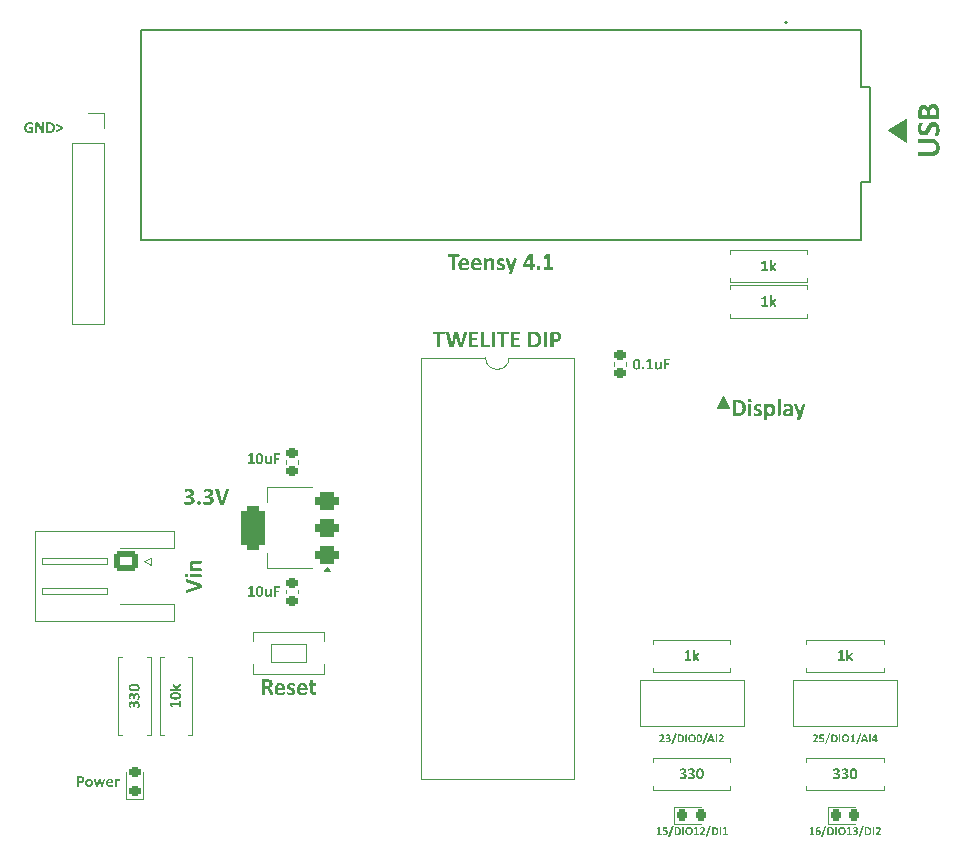
<source format=gbr>
%TF.GenerationSoftware,KiCad,Pcbnew,8.0.1*%
%TF.CreationDate,2024-08-14T10:37:22+09:00*%
%TF.ProjectId,master,6d617374-6572-42e6-9b69-6361645f7063,rev?*%
%TF.SameCoordinates,Original*%
%TF.FileFunction,Legend,Top*%
%TF.FilePolarity,Positive*%
%FSLAX46Y46*%
G04 Gerber Fmt 4.6, Leading zero omitted, Abs format (unit mm)*
G04 Created by KiCad (PCBNEW 8.0.1) date 2024-08-14 10:37:22*
%MOMM*%
%LPD*%
G01*
G04 APERTURE LIST*
G04 Aperture macros list*
%AMRoundRect*
0 Rectangle with rounded corners*
0 $1 Rounding radius*
0 $2 $3 $4 $5 $6 $7 $8 $9 X,Y pos of 4 corners*
0 Add a 4 corners polygon primitive as box body*
4,1,4,$2,$3,$4,$5,$6,$7,$8,$9,$2,$3,0*
0 Add four circle primitives for the rounded corners*
1,1,$1+$1,$2,$3*
1,1,$1+$1,$4,$5*
1,1,$1+$1,$6,$7*
1,1,$1+$1,$8,$9*
0 Add four rect primitives between the rounded corners*
20,1,$1+$1,$2,$3,$4,$5,0*
20,1,$1+$1,$4,$5,$6,$7,0*
20,1,$1+$1,$6,$7,$8,$9,0*
20,1,$1+$1,$8,$9,$2,$3,0*%
G04 Aperture macros list end*
%ADD10C,0.100000*%
%ADD11C,0.200000*%
%ADD12C,0.300000*%
%ADD13C,0.125000*%
%ADD14C,0.150000*%
%ADD15C,0.127000*%
%ADD16C,0.120000*%
%ADD17C,1.512000*%
%ADD18C,1.600000*%
%ADD19O,1.600000X1.600000*%
%ADD20RoundRect,0.218750X0.256250X-0.218750X0.256250X0.218750X-0.256250X0.218750X-0.256250X-0.218750X0*%
%ADD21RoundRect,0.218750X-0.218750X-0.256250X0.218750X-0.256250X0.218750X0.256250X-0.218750X0.256250X0*%
%ADD22RoundRect,0.225000X0.250000X-0.225000X0.250000X0.225000X-0.250000X0.225000X-0.250000X-0.225000X0*%
%ADD23O,1.400000X2.100000*%
%ADD24R,1.600000X1.600000*%
%ADD25C,1.500000*%
%ADD26RoundRect,0.225000X-0.250000X0.225000X-0.250000X-0.225000X0.250000X-0.225000X0.250000X0.225000X0*%
%ADD27R,1.700000X1.700000*%
%ADD28O,1.700000X1.700000*%
%ADD29RoundRect,0.250000X-0.750000X0.600000X-0.750000X-0.600000X0.750000X-0.600000X0.750000X0.600000X0*%
%ADD30O,2.000000X1.700000*%
%ADD31RoundRect,0.375000X0.625000X0.375000X-0.625000X0.375000X-0.625000X-0.375000X0.625000X-0.375000X0*%
%ADD32RoundRect,0.500000X0.500000X1.400000X-0.500000X1.400000X-0.500000X-1.400000X0.500000X-1.400000X0*%
G04 APERTURE END LIST*
D10*
X11640000Y47503000D02*
X10140000Y48503000D01*
X11640000Y49503000D01*
X11640000Y47503000D01*
G36*
X11640000Y47503000D02*
G01*
X10140000Y48503000D01*
X11640000Y49503000D01*
X11640000Y47503000D01*
G37*
D11*
G36*
X6458234Y3654364D02*
G01*
X6456036Y3621392D01*
X6450174Y3599898D01*
X6441626Y3588419D01*
X6430879Y3585000D01*
X5940439Y3585000D01*
X5929937Y3588419D01*
X5921388Y3599898D01*
X5915527Y3621392D01*
X5913573Y3654364D01*
X5915282Y3687826D01*
X5920656Y3709808D01*
X5929204Y3721775D01*
X5940439Y3725683D01*
X6105792Y3725683D01*
X6105792Y4304050D01*
X5962910Y4225893D01*
X5937020Y4216612D01*
X5921388Y4220764D01*
X5913328Y4240547D01*
X5911375Y4280115D01*
X5912107Y4306493D01*
X5915527Y4324323D01*
X5922854Y4336535D01*
X5936043Y4346549D01*
X6127041Y4467205D01*
X6135589Y4471601D01*
X6149023Y4474288D01*
X6170760Y4475509D01*
X6205443Y4475997D01*
X6247697Y4475020D01*
X6271877Y4471601D01*
X6282868Y4465006D01*
X6285799Y4454748D01*
X6285799Y3725683D01*
X6430635Y3725683D01*
X6442114Y3721775D01*
X6450907Y3709808D01*
X6456525Y3687826D01*
X6458234Y3654364D01*
G37*
G36*
X7175087Y3611378D02*
G01*
X7171179Y3599410D01*
X7157502Y3591350D01*
X7130391Y3586709D01*
X7085694Y3585000D01*
X7040021Y3586221D01*
X7010956Y3590617D01*
X6993615Y3599166D01*
X6982624Y3613332D01*
X6778681Y3930847D01*
X6778681Y3612110D01*
X6774529Y3600143D01*
X6760363Y3591594D01*
X6733984Y3586709D01*
X6691975Y3585000D01*
X6649965Y3586709D01*
X6623587Y3591838D01*
X6609665Y3600387D01*
X6605513Y3612355D01*
X6605513Y4509214D01*
X6609665Y4521427D01*
X6623587Y4530708D01*
X6649965Y4536325D01*
X6691975Y4538524D01*
X6733984Y4536325D01*
X6760363Y4530464D01*
X6774529Y4521182D01*
X6778681Y4508970D01*
X6778681Y3971392D01*
X6960153Y4211238D01*
X6972365Y4225404D01*
X6990684Y4234685D01*
X7018772Y4239815D01*
X7061758Y4241524D01*
X7104501Y4239815D01*
X7132589Y4234685D01*
X7147488Y4226381D01*
X7151640Y4213925D01*
X7146511Y4192187D01*
X7131123Y4168007D01*
X6951849Y3967972D01*
X7159211Y3652655D01*
X7171179Y3629207D01*
X7175087Y3611378D01*
G37*
G36*
X-6911304Y-6155369D02*
G01*
X-6915496Y-6206848D01*
X-6929387Y-6256696D01*
X-6936705Y-6273094D01*
X-6962764Y-6314842D01*
X-6996491Y-6350325D01*
X-7007535Y-6359312D01*
X-7050532Y-6386694D01*
X-7096652Y-6406427D01*
X-7115979Y-6412557D01*
X-7165072Y-6423571D01*
X-7217462Y-6429501D01*
X-7254221Y-6430631D01*
X-7303353Y-6428776D01*
X-7339217Y-6424769D01*
X-7387578Y-6416134D01*
X-7409803Y-6410603D01*
X-7456514Y-6394708D01*
X-7460362Y-6393018D01*
X-7486496Y-6378119D01*
X-7495777Y-6365174D01*
X-7501150Y-6348321D01*
X-7504569Y-6323897D01*
X-7505546Y-6288482D01*
X-7500173Y-6240854D01*
X-7483565Y-6227421D01*
X-7459873Y-6237435D01*
X-7416886Y-6258684D01*
X-7370685Y-6275726D01*
X-7355826Y-6280177D01*
X-7305667Y-6288793D01*
X-7276202Y-6289947D01*
X-7226451Y-6285279D01*
X-7209524Y-6280910D01*
X-7165633Y-6259058D01*
X-7160431Y-6255020D01*
X-7130145Y-6214965D01*
X-7120170Y-6166035D01*
X-7120131Y-6162452D01*
X-7128651Y-6113392D01*
X-7132099Y-6105300D01*
X-7162206Y-6066644D01*
X-7168003Y-6062069D01*
X-7212624Y-6038897D01*
X-7227842Y-6034225D01*
X-7277779Y-6025619D01*
X-7312595Y-6024211D01*
X-7389531Y-6024211D01*
X-7404674Y-6022013D01*
X-7414932Y-6012487D01*
X-7420794Y-5992948D01*
X-7422504Y-5959975D01*
X-7420794Y-5929200D01*
X-7415421Y-5910882D01*
X-7405651Y-5901845D01*
X-7391485Y-5899159D01*
X-7313816Y-5899159D01*
X-7263346Y-5894656D01*
X-7243230Y-5889633D01*
X-7198014Y-5867409D01*
X-7191206Y-5862034D01*
X-7160623Y-5822163D01*
X-7159210Y-5819047D01*
X-7148391Y-5770668D01*
X-7148219Y-5763115D01*
X-7155791Y-5718663D01*
X-7178261Y-5682271D01*
X-7216363Y-5658091D01*
X-7265239Y-5649133D01*
X-7271073Y-5649054D01*
X-7320414Y-5654101D01*
X-7338484Y-5658824D01*
X-7385492Y-5675754D01*
X-7395149Y-5680073D01*
X-7437891Y-5701566D01*
X-7463537Y-5711580D01*
X-7473062Y-5709382D01*
X-7480145Y-5700345D01*
X-7484297Y-5680806D01*
X-7485519Y-5647833D01*
X-7484786Y-5620233D01*
X-7482099Y-5601671D01*
X-7476970Y-5588970D01*
X-7466956Y-5577247D01*
X-7438868Y-5558928D01*
X-7393267Y-5538545D01*
X-7385379Y-5535725D01*
X-7336095Y-5521673D01*
X-7310641Y-5516430D01*
X-7260864Y-5509913D01*
X-7219050Y-5508370D01*
X-7169078Y-5510910D01*
X-7120672Y-5519324D01*
X-7104744Y-5523757D01*
X-7058887Y-5542320D01*
X-7020969Y-5567721D01*
X-6987833Y-5604120D01*
X-6969433Y-5638307D01*
X-6955712Y-5685716D01*
X-6951848Y-5732585D01*
X-6955855Y-5781472D01*
X-6962106Y-5808789D01*
X-6981899Y-5855562D01*
X-6992392Y-5871803D01*
X-7026356Y-5907188D01*
X-7042462Y-5918698D01*
X-7087821Y-5940727D01*
X-7111339Y-5947763D01*
X-7111339Y-5949717D01*
X-7061871Y-5959978D01*
X-7027563Y-5973408D01*
X-6985641Y-5999722D01*
X-6964793Y-6019082D01*
X-6934967Y-6060159D01*
X-6925225Y-6081120D01*
X-6912949Y-6128634D01*
X-6911304Y-6155369D01*
G37*
G36*
X-6202022Y-6155369D02*
G01*
X-6206215Y-6206848D01*
X-6220106Y-6256696D01*
X-6227424Y-6273094D01*
X-6253483Y-6314842D01*
X-6287210Y-6350325D01*
X-6298254Y-6359312D01*
X-6341250Y-6386694D01*
X-6387371Y-6406427D01*
X-6406698Y-6412557D01*
X-6455791Y-6423571D01*
X-6508181Y-6429501D01*
X-6544939Y-6430631D01*
X-6594072Y-6428776D01*
X-6629936Y-6424769D01*
X-6678297Y-6416134D01*
X-6700522Y-6410603D01*
X-6747233Y-6394708D01*
X-6751080Y-6393018D01*
X-6777214Y-6378119D01*
X-6786496Y-6365174D01*
X-6791869Y-6348321D01*
X-6795288Y-6323897D01*
X-6796265Y-6288482D01*
X-6790892Y-6240854D01*
X-6774283Y-6227421D01*
X-6750592Y-6237435D01*
X-6707605Y-6258684D01*
X-6661404Y-6275726D01*
X-6646544Y-6280177D01*
X-6596385Y-6288793D01*
X-6566921Y-6289947D01*
X-6517169Y-6285279D01*
X-6500243Y-6280910D01*
X-6456352Y-6259058D01*
X-6451150Y-6255020D01*
X-6420864Y-6214965D01*
X-6410889Y-6166035D01*
X-6410850Y-6162452D01*
X-6419370Y-6113392D01*
X-6422818Y-6105300D01*
X-6452925Y-6066644D01*
X-6458722Y-6062069D01*
X-6503342Y-6038897D01*
X-6518561Y-6034225D01*
X-6568497Y-6025619D01*
X-6603313Y-6024211D01*
X-6680250Y-6024211D01*
X-6695393Y-6022013D01*
X-6705651Y-6012487D01*
X-6711513Y-5992948D01*
X-6713223Y-5959975D01*
X-6711513Y-5929200D01*
X-6706140Y-5910882D01*
X-6696370Y-5901845D01*
X-6682204Y-5899159D01*
X-6604535Y-5899159D01*
X-6554065Y-5894656D01*
X-6533948Y-5889633D01*
X-6488733Y-5867409D01*
X-6481925Y-5862034D01*
X-6451342Y-5822163D01*
X-6449929Y-5819047D01*
X-6439110Y-5770668D01*
X-6438938Y-5763115D01*
X-6446509Y-5718663D01*
X-6468980Y-5682271D01*
X-6507082Y-5658091D01*
X-6555957Y-5649133D01*
X-6561792Y-5649054D01*
X-6611132Y-5654101D01*
X-6629203Y-5658824D01*
X-6676210Y-5675754D01*
X-6685867Y-5680073D01*
X-6728610Y-5701566D01*
X-6754255Y-5711580D01*
X-6763781Y-5709382D01*
X-6770864Y-5700345D01*
X-6775016Y-5680806D01*
X-6776237Y-5647833D01*
X-6775505Y-5620233D01*
X-6772818Y-5601671D01*
X-6767689Y-5588970D01*
X-6757675Y-5577247D01*
X-6729587Y-5558928D01*
X-6683986Y-5538545D01*
X-6676098Y-5535725D01*
X-6626814Y-5521673D01*
X-6601359Y-5516430D01*
X-6551583Y-5509913D01*
X-6509768Y-5508370D01*
X-6459797Y-5510910D01*
X-6411391Y-5519324D01*
X-6395463Y-5523757D01*
X-6349606Y-5542320D01*
X-6311687Y-5567721D01*
X-6278551Y-5604120D01*
X-6260152Y-5638307D01*
X-6246431Y-5685716D01*
X-6242567Y-5732585D01*
X-6246574Y-5781472D01*
X-6252825Y-5808789D01*
X-6272618Y-5855562D01*
X-6283111Y-5871803D01*
X-6317074Y-5907188D01*
X-6333181Y-5918698D01*
X-6378539Y-5940727D01*
X-6402057Y-5947763D01*
X-6402057Y-5949717D01*
X-6352590Y-5959978D01*
X-6318282Y-5973408D01*
X-6276360Y-5999722D01*
X-6255512Y-6019082D01*
X-6225685Y-6060159D01*
X-6215944Y-6081120D01*
X-6203667Y-6128634D01*
X-6202022Y-6155369D01*
G37*
G36*
X-5731061Y-5510843D02*
G01*
X-5682518Y-5519392D01*
X-5636173Y-5535847D01*
X-5628540Y-5539633D01*
X-5586866Y-5566962D01*
X-5552336Y-5602052D01*
X-5533285Y-5629759D01*
X-5510079Y-5677581D01*
X-5494056Y-5727874D01*
X-5484681Y-5773618D01*
X-5477951Y-5823206D01*
X-5473424Y-5876349D01*
X-5471249Y-5926571D01*
X-5470759Y-5966081D01*
X-5471843Y-6018151D01*
X-5475095Y-6067625D01*
X-5481344Y-6120182D01*
X-5488101Y-6158789D01*
X-5500909Y-6210042D01*
X-5517963Y-6256333D01*
X-5541626Y-6301524D01*
X-5544032Y-6305334D01*
X-5576455Y-6346814D01*
X-5615473Y-6380393D01*
X-5645149Y-6398391D01*
X-5691090Y-6416746D01*
X-5743611Y-6427483D01*
X-5797068Y-6430631D01*
X-5845958Y-6428158D01*
X-5894435Y-6419610D01*
X-5940651Y-6403154D01*
X-5948254Y-6399368D01*
X-5989665Y-6372039D01*
X-6024137Y-6336949D01*
X-6043265Y-6309242D01*
X-6066540Y-6261420D01*
X-6082747Y-6211127D01*
X-6092357Y-6165383D01*
X-6099087Y-6115795D01*
X-6103614Y-6062652D01*
X-6105790Y-6012430D01*
X-6106279Y-5972920D01*
X-6106100Y-5964371D01*
X-5924074Y-5964371D01*
X-5923475Y-6015638D01*
X-5921405Y-6066528D01*
X-5916968Y-6119159D01*
X-5916502Y-6123129D01*
X-5908241Y-6173145D01*
X-5893810Y-6220679D01*
X-5892811Y-6223025D01*
X-5864844Y-6264910D01*
X-5851290Y-6275048D01*
X-5803241Y-6289423D01*
X-5790229Y-6289947D01*
X-5742846Y-6281399D01*
X-5706698Y-6255265D01*
X-5681699Y-6213185D01*
X-5681052Y-6211545D01*
X-5666727Y-6163198D01*
X-5664200Y-6150484D01*
X-5657332Y-6100856D01*
X-5655163Y-6071838D01*
X-5653257Y-6022836D01*
X-5652720Y-5975362D01*
X-5653285Y-5926027D01*
X-5655338Y-5875211D01*
X-5656140Y-5862766D01*
X-5661223Y-5811633D01*
X-5666886Y-5777526D01*
X-5679572Y-5729624D01*
X-5684716Y-5716465D01*
X-5710362Y-5676409D01*
X-5744800Y-5655404D01*
X-5787298Y-5649054D01*
X-5836466Y-5658405D01*
X-5854465Y-5668838D01*
X-5886706Y-5707497D01*
X-5896230Y-5728189D01*
X-5910029Y-5775743D01*
X-5917968Y-5826863D01*
X-5921921Y-5877954D01*
X-5923782Y-5930910D01*
X-5924074Y-5964371D01*
X-6106100Y-5964371D01*
X-6105195Y-5921156D01*
X-6101944Y-5871864D01*
X-6095695Y-5819368D01*
X-6088938Y-5780701D01*
X-6075872Y-5729190D01*
X-6058656Y-5682737D01*
X-6034924Y-5637478D01*
X-6032518Y-5633667D01*
X-6000129Y-5592222D01*
X-5961214Y-5558745D01*
X-5931646Y-5540854D01*
X-5885623Y-5522360D01*
X-5833194Y-5511542D01*
X-5779971Y-5508370D01*
X-5731061Y-5510843D01*
G37*
G36*
X-53504630Y191695D02*
G01*
X-53453151Y187503D01*
X-53403303Y173612D01*
X-53386905Y166294D01*
X-53345157Y140235D01*
X-53309674Y106508D01*
X-53300687Y95464D01*
X-53273305Y52467D01*
X-53253572Y6347D01*
X-53247442Y-12979D01*
X-53236428Y-62072D01*
X-53230498Y-114462D01*
X-53229368Y-151221D01*
X-53231223Y-200353D01*
X-53235230Y-236217D01*
X-53243865Y-284578D01*
X-53249396Y-306803D01*
X-53265291Y-353514D01*
X-53266981Y-357362D01*
X-53281880Y-383496D01*
X-53294825Y-392777D01*
X-53311678Y-398150D01*
X-53336102Y-401569D01*
X-53371517Y-402546D01*
X-53419145Y-397173D01*
X-53432578Y-380565D01*
X-53422564Y-356873D01*
X-53401315Y-313886D01*
X-53384273Y-267685D01*
X-53379822Y-252826D01*
X-53371206Y-202667D01*
X-53370052Y-173202D01*
X-53374720Y-123451D01*
X-53379089Y-106524D01*
X-53400941Y-62633D01*
X-53404979Y-57431D01*
X-53445034Y-27145D01*
X-53493964Y-17170D01*
X-53497547Y-17131D01*
X-53546607Y-25651D01*
X-53554699Y-29099D01*
X-53593355Y-59206D01*
X-53597930Y-65003D01*
X-53621102Y-109624D01*
X-53625774Y-124842D01*
X-53634380Y-174779D01*
X-53635788Y-209595D01*
X-53635788Y-286531D01*
X-53637986Y-301674D01*
X-53647512Y-311932D01*
X-53667051Y-317794D01*
X-53700024Y-319504D01*
X-53730799Y-317794D01*
X-53749117Y-312421D01*
X-53758154Y-302651D01*
X-53760840Y-288485D01*
X-53760840Y-210816D01*
X-53765343Y-160346D01*
X-53770366Y-140230D01*
X-53792590Y-95014D01*
X-53797965Y-88206D01*
X-53837836Y-57623D01*
X-53840952Y-56210D01*
X-53889331Y-45391D01*
X-53896884Y-45219D01*
X-53941336Y-52791D01*
X-53977728Y-75261D01*
X-54001908Y-113363D01*
X-54010866Y-162239D01*
X-54010945Y-168073D01*
X-54005898Y-217414D01*
X-54001175Y-235484D01*
X-53984245Y-282492D01*
X-53979926Y-292149D01*
X-53958433Y-334891D01*
X-53948419Y-360537D01*
X-53950617Y-370062D01*
X-53959654Y-377145D01*
X-53979193Y-381297D01*
X-54012166Y-382519D01*
X-54039766Y-381786D01*
X-54058328Y-379099D01*
X-54071029Y-373970D01*
X-54082752Y-363956D01*
X-54101071Y-335868D01*
X-54121454Y-290267D01*
X-54124274Y-282379D01*
X-54138326Y-233095D01*
X-54143569Y-207641D01*
X-54150086Y-157864D01*
X-54151629Y-116050D01*
X-54149089Y-66078D01*
X-54140675Y-17672D01*
X-54136242Y-1744D01*
X-54117679Y44112D01*
X-54092278Y82030D01*
X-54055879Y115166D01*
X-54021692Y133566D01*
X-53974283Y147287D01*
X-53927414Y151151D01*
X-53878527Y147144D01*
X-53851210Y140893D01*
X-53804437Y121100D01*
X-53788196Y110607D01*
X-53752811Y76643D01*
X-53741301Y60537D01*
X-53719272Y15178D01*
X-53712236Y-8339D01*
X-53710282Y-8339D01*
X-53700021Y41128D01*
X-53686591Y75436D01*
X-53660277Y117358D01*
X-53640917Y138206D01*
X-53599840Y168032D01*
X-53578879Y177774D01*
X-53531365Y190050D01*
X-53504630Y191695D01*
G37*
G36*
X-53504630Y900977D02*
G01*
X-53453151Y896784D01*
X-53403303Y882893D01*
X-53386905Y875575D01*
X-53345157Y849516D01*
X-53309674Y815789D01*
X-53300687Y804745D01*
X-53273305Y761749D01*
X-53253572Y715628D01*
X-53247442Y696301D01*
X-53236428Y647208D01*
X-53230498Y594818D01*
X-53229368Y558060D01*
X-53231223Y508927D01*
X-53235230Y473063D01*
X-53243865Y424702D01*
X-53249396Y402477D01*
X-53265291Y355766D01*
X-53266981Y351919D01*
X-53281880Y325785D01*
X-53294825Y316503D01*
X-53311678Y311130D01*
X-53336102Y307711D01*
X-53371517Y306734D01*
X-53419145Y312107D01*
X-53432578Y328716D01*
X-53422564Y352407D01*
X-53401315Y395394D01*
X-53384273Y441595D01*
X-53379822Y456455D01*
X-53371206Y506614D01*
X-53370052Y536078D01*
X-53374720Y585830D01*
X-53379089Y602756D01*
X-53400941Y646647D01*
X-53404979Y651849D01*
X-53445034Y682135D01*
X-53493964Y692110D01*
X-53497547Y692149D01*
X-53546607Y683629D01*
X-53554699Y680181D01*
X-53593355Y650074D01*
X-53597930Y644277D01*
X-53621102Y599657D01*
X-53625774Y584438D01*
X-53634380Y534502D01*
X-53635788Y499686D01*
X-53635788Y422749D01*
X-53637986Y407606D01*
X-53647512Y397348D01*
X-53667051Y391486D01*
X-53700024Y389776D01*
X-53730799Y391486D01*
X-53749117Y396859D01*
X-53758154Y406629D01*
X-53760840Y420795D01*
X-53760840Y498464D01*
X-53765343Y548934D01*
X-53770366Y569051D01*
X-53792590Y614266D01*
X-53797965Y621074D01*
X-53837836Y651657D01*
X-53840952Y653070D01*
X-53889331Y663889D01*
X-53896884Y664061D01*
X-53941336Y656490D01*
X-53977728Y634019D01*
X-54001908Y595917D01*
X-54010866Y547042D01*
X-54010945Y541207D01*
X-54005898Y491867D01*
X-54001175Y473796D01*
X-53984245Y426789D01*
X-53979926Y417132D01*
X-53958433Y374389D01*
X-53948419Y348744D01*
X-53950617Y339218D01*
X-53959654Y332135D01*
X-53979193Y327983D01*
X-54012166Y326762D01*
X-54039766Y327494D01*
X-54058328Y330181D01*
X-54071029Y335310D01*
X-54082752Y345324D01*
X-54101071Y373412D01*
X-54121454Y419013D01*
X-54124274Y426901D01*
X-54138326Y476185D01*
X-54143569Y501640D01*
X-54150086Y551416D01*
X-54151629Y593231D01*
X-54149089Y643202D01*
X-54140675Y691608D01*
X-54136242Y707536D01*
X-54117679Y753393D01*
X-54092278Y791312D01*
X-54055879Y824448D01*
X-54021692Y842847D01*
X-53974283Y856568D01*
X-53927414Y860432D01*
X-53878527Y856425D01*
X-53851210Y850174D01*
X-53804437Y830381D01*
X-53788196Y819888D01*
X-53752811Y785925D01*
X-53741301Y769818D01*
X-53719272Y724460D01*
X-53712236Y700942D01*
X-53710282Y700942D01*
X-53700021Y750409D01*
X-53686591Y784717D01*
X-53660277Y826639D01*
X-53640917Y847487D01*
X-53599840Y877314D01*
X-53578879Y887055D01*
X-53531365Y899332D01*
X-53504630Y900977D01*
G37*
G36*
X-53641848Y1631156D02*
G01*
X-53592374Y1627904D01*
X-53539817Y1621655D01*
X-53501210Y1614898D01*
X-53449957Y1602090D01*
X-53403666Y1585036D01*
X-53358475Y1561373D01*
X-53354665Y1558967D01*
X-53313185Y1526544D01*
X-53279606Y1487526D01*
X-53261608Y1457850D01*
X-53243253Y1411909D01*
X-53232516Y1359388D01*
X-53229368Y1305931D01*
X-53231841Y1257041D01*
X-53240389Y1208564D01*
X-53256845Y1162348D01*
X-53260631Y1154745D01*
X-53287960Y1113334D01*
X-53323050Y1078862D01*
X-53350757Y1059734D01*
X-53398579Y1036459D01*
X-53448872Y1020252D01*
X-53494616Y1010642D01*
X-53544204Y1003912D01*
X-53597347Y999385D01*
X-53647569Y997209D01*
X-53687079Y996720D01*
X-53738843Y997804D01*
X-53788135Y1001055D01*
X-53840631Y1007304D01*
X-53879298Y1014061D01*
X-53930809Y1027127D01*
X-53977262Y1044343D01*
X-54022521Y1068075D01*
X-54026332Y1070481D01*
X-54067777Y1102870D01*
X-54101254Y1141785D01*
X-54119145Y1171353D01*
X-54137639Y1217376D01*
X-54148457Y1269805D01*
X-54151192Y1315701D01*
X-54010945Y1315701D01*
X-54001594Y1266533D01*
X-53991161Y1248534D01*
X-53952502Y1216293D01*
X-53931810Y1206769D01*
X-53884256Y1192970D01*
X-53833136Y1185031D01*
X-53782045Y1181078D01*
X-53729089Y1179217D01*
X-53695628Y1178925D01*
X-53644361Y1179524D01*
X-53593471Y1181594D01*
X-53540840Y1186031D01*
X-53536870Y1186497D01*
X-53486854Y1194758D01*
X-53439320Y1209189D01*
X-53436974Y1210188D01*
X-53395089Y1238155D01*
X-53384951Y1251709D01*
X-53370576Y1299758D01*
X-53370052Y1312770D01*
X-53378600Y1360153D01*
X-53404734Y1396301D01*
X-53446814Y1421300D01*
X-53448454Y1421947D01*
X-53496801Y1436272D01*
X-53509515Y1438799D01*
X-53559143Y1445667D01*
X-53588161Y1447836D01*
X-53637163Y1449742D01*
X-53684637Y1450279D01*
X-53733972Y1449714D01*
X-53784788Y1447661D01*
X-53797233Y1446859D01*
X-53848366Y1441776D01*
X-53882473Y1436113D01*
X-53930375Y1423427D01*
X-53943534Y1418283D01*
X-53983590Y1392637D01*
X-54004595Y1358199D01*
X-54010945Y1315701D01*
X-54151192Y1315701D01*
X-54151629Y1323028D01*
X-54149156Y1371938D01*
X-54140607Y1420481D01*
X-54124152Y1466826D01*
X-54120366Y1474459D01*
X-54093037Y1516133D01*
X-54057947Y1550663D01*
X-54030240Y1569714D01*
X-53982418Y1592920D01*
X-53932125Y1608943D01*
X-53886381Y1618318D01*
X-53836793Y1625048D01*
X-53783650Y1629575D01*
X-53733428Y1631750D01*
X-53693918Y1632240D01*
X-53641848Y1631156D01*
G37*
D12*
G36*
X13809078Y47788346D02*
G01*
X13907710Y47783623D01*
X14008492Y47767519D01*
X14101193Y47739986D01*
X14192051Y47697694D01*
X14278078Y47637459D01*
X14319057Y47598813D01*
X14384359Y47515670D01*
X14432330Y47425899D01*
X14454856Y47367760D01*
X14481277Y47268484D01*
X14495779Y47169718D01*
X14501217Y47062843D01*
X14501263Y47051709D01*
X14497208Y46950330D01*
X14483381Y46846525D01*
X14459741Y46750802D01*
X14422189Y46656853D01*
X14367864Y46567942D01*
X14332735Y46525610D01*
X14256823Y46458089D01*
X14167205Y46404756D01*
X14121221Y46384926D01*
X14019921Y46355159D01*
X13916442Y46339942D01*
X13824221Y46336078D01*
X12745645Y46336078D01*
X12721221Y46344382D01*
X12703147Y46373691D01*
X12692400Y46429379D01*
X12688004Y46517306D01*
X12692400Y46603768D01*
X12703147Y46658478D01*
X12720732Y46687788D01*
X12745157Y46697069D01*
X13780746Y46697069D01*
X13883576Y46704376D01*
X13961486Y46722959D01*
X14050784Y46767257D01*
X14088492Y46798185D01*
X14147499Y46878247D01*
X14163719Y46914933D01*
X14185688Y47010994D01*
X14188632Y47066852D01*
X14178709Y47166229D01*
X14163230Y47219260D01*
X14113901Y47305312D01*
X14088004Y47333077D01*
X14004771Y47389385D01*
X13965882Y47405373D01*
X13867269Y47427202D01*
X13800774Y47430774D01*
X12745157Y47430774D01*
X12720732Y47439079D01*
X12703147Y47467899D01*
X12692400Y47523587D01*
X12688004Y47611026D01*
X12692400Y47696999D01*
X12703147Y47751221D01*
X12721221Y47780042D01*
X12745645Y47788346D01*
X13809078Y47788346D01*
G37*
G36*
X13935596Y49218143D02*
G01*
X14035934Y49210793D01*
X14133781Y49186242D01*
X14181793Y49165875D01*
X14267812Y49113035D01*
X14340368Y49045983D01*
X14358625Y49024215D01*
X14413963Y48940533D01*
X14456024Y48845070D01*
X14465603Y48815631D01*
X14488691Y48715732D01*
X14500009Y48610511D01*
X14501263Y48560153D01*
X14496471Y48460462D01*
X14486120Y48388695D01*
X14463509Y48293255D01*
X14449483Y48249476D01*
X14410374Y48158809D01*
X14404542Y48148360D01*
X14363021Y48089742D01*
X14311242Y48064340D01*
X14214521Y48057013D01*
X14143203Y48059455D01*
X14096796Y48068737D01*
X14071395Y48085345D01*
X14063579Y48109281D01*
X14088004Y48163503D01*
X14139910Y48249984D01*
X14141737Y48253384D01*
X14181345Y48343584D01*
X14195471Y48384787D01*
X14215864Y48483717D01*
X14219895Y48561130D01*
X14208931Y48659262D01*
X14203286Y48679344D01*
X14156880Y48767760D01*
X14082142Y48823447D01*
X13985901Y48842967D01*
X13982491Y48842986D01*
X13886745Y48815706D01*
X13878443Y48809769D01*
X13809842Y48736787D01*
X13801263Y48723796D01*
X13753177Y48636418D01*
X13738248Y48603628D01*
X13697876Y48513689D01*
X13675722Y48464899D01*
X13630766Y48377276D01*
X13600495Y48326169D01*
X13541495Y48247858D01*
X13499867Y48206001D01*
X13418389Y48147688D01*
X13361625Y48120028D01*
X13261608Y48093564D01*
X13170139Y48087299D01*
X13071312Y48095119D01*
X12976424Y48121032D01*
X12945436Y48134682D01*
X12861601Y48186295D01*
X12788267Y48257202D01*
X12784235Y48262177D01*
X12728304Y48349860D01*
X12690508Y48444929D01*
X12688492Y48451709D01*
X12666787Y48549977D01*
X12657237Y48653294D01*
X12656741Y48683740D01*
X12663002Y48782201D01*
X12666999Y48809769D01*
X12687712Y48907157D01*
X12693866Y48927983D01*
X12729786Y49020318D01*
X12732456Y49025680D01*
X12767627Y49081856D01*
X12791563Y49100418D01*
X12816964Y49108723D01*
X12856531Y49113608D01*
X12916127Y49115073D01*
X12983538Y49113119D01*
X13028967Y49106280D01*
X13054856Y49092114D01*
X13063161Y49068178D01*
X13043621Y49019818D01*
X13000146Y48939218D01*
X12963709Y48847306D01*
X12957648Y48827843D01*
X12939654Y48730699D01*
X12938108Y48689113D01*
X12950988Y48591598D01*
X12952763Y48586043D01*
X12992819Y48512282D01*
X13054368Y48468318D01*
X13130083Y48454152D01*
X13224376Y48480630D01*
X13232665Y48486392D01*
X13301267Y48559642D01*
X13309846Y48572854D01*
X13358206Y48662430D01*
X13373349Y48695952D01*
X13413500Y48787405D01*
X13435875Y48836148D01*
X13480411Y48924342D01*
X13510614Y48976343D01*
X13569614Y49056333D01*
X13611242Y49098464D01*
X13692529Y49157426D01*
X13748995Y49184926D01*
X13846986Y49211786D01*
X13935596Y49218143D01*
G37*
G36*
X14041895Y50766113D02*
G01*
X14111939Y50748081D01*
X14204383Y50705475D01*
X14246762Y50676273D01*
X14319742Y50604594D01*
X14347878Y50566364D01*
X14396705Y50476695D01*
X14417243Y50425192D01*
X14444325Y50330331D01*
X14457299Y50261060D01*
X14467209Y50163023D01*
X14470000Y50067132D01*
X14470000Y49594277D01*
X14443133Y49518074D01*
X14355694Y49487299D01*
X12802309Y49487299D01*
X12714870Y49518074D01*
X12688004Y49594277D01*
X12688004Y49841451D01*
X12969371Y49841451D01*
X13438318Y49841451D01*
X13688422Y49841451D01*
X14188632Y49841451D01*
X14188632Y50102303D01*
X14179839Y50202137D01*
X14173000Y50229309D01*
X14127083Y50318702D01*
X14050879Y50377808D01*
X13954050Y50399218D01*
X13946831Y50399302D01*
X13849592Y50383594D01*
X13837411Y50378785D01*
X13758383Y50320698D01*
X13756322Y50318213D01*
X13710641Y50231286D01*
X13706008Y50216120D01*
X13690500Y50119348D01*
X13688422Y50055896D01*
X13688422Y49841451D01*
X13438318Y49841451D01*
X13438318Y50043684D01*
X13427876Y50143061D01*
X13419755Y50168248D01*
X13367976Y50245917D01*
X13291284Y50292324D01*
X13198471Y50307467D01*
X13100774Y50290858D01*
X13028967Y50241033D01*
X12985003Y50157990D01*
X12970119Y50059267D01*
X12969371Y50024145D01*
X12969371Y49841451D01*
X12688004Y49841451D01*
X12688004Y50040753D01*
X12691294Y50147312D01*
X12702388Y50249997D01*
X12715847Y50317725D01*
X12748283Y50416028D01*
X12796842Y50503375D01*
X12800355Y50508234D01*
X12868971Y50580418D01*
X12943482Y50626936D01*
X13037759Y50658077D01*
X13140341Y50668417D01*
X13147669Y50668457D01*
X13245473Y50658320D01*
X13271256Y50651849D01*
X13361570Y50613518D01*
X13376769Y50603977D01*
X13451087Y50537566D01*
X13460300Y50526308D01*
X13511562Y50439433D01*
X13518918Y50421284D01*
X13545705Y50515401D01*
X13566789Y50560502D01*
X13625588Y50643910D01*
X13654228Y50671877D01*
X13736886Y50727562D01*
X13780258Y50746615D01*
X13877077Y50770543D01*
X13941946Y50774459D01*
X14041895Y50766113D01*
G37*
D11*
G36*
X-43493258Y9087364D02*
G01*
X-43495456Y9054392D01*
X-43501318Y9032898D01*
X-43509866Y9021419D01*
X-43520613Y9018000D01*
X-44011053Y9018000D01*
X-44021555Y9021419D01*
X-44030104Y9032898D01*
X-44035965Y9054392D01*
X-44037919Y9087364D01*
X-44036210Y9120826D01*
X-44030836Y9142808D01*
X-44022288Y9154775D01*
X-44011053Y9158683D01*
X-43845700Y9158683D01*
X-43845700Y9737050D01*
X-43988582Y9658893D01*
X-44014472Y9649612D01*
X-44030104Y9653764D01*
X-44038164Y9673547D01*
X-44040117Y9713115D01*
X-44039385Y9739493D01*
X-44035965Y9757323D01*
X-44028638Y9769535D01*
X-44015449Y9779549D01*
X-43824451Y9900205D01*
X-43815903Y9904601D01*
X-43802469Y9907288D01*
X-43780732Y9908509D01*
X-43746049Y9908997D01*
X-43703795Y9908020D01*
X-43679615Y9904601D01*
X-43668624Y9898006D01*
X-43665693Y9887748D01*
X-43665693Y9158683D01*
X-43520857Y9158683D01*
X-43509378Y9154775D01*
X-43500585Y9142808D01*
X-43494967Y9120826D01*
X-43493258Y9087364D01*
G37*
G36*
X-43018144Y9922156D02*
G01*
X-42969601Y9913607D01*
X-42923256Y9897152D01*
X-42915623Y9893366D01*
X-42873949Y9866037D01*
X-42839420Y9830947D01*
X-42820369Y9803240D01*
X-42797162Y9755418D01*
X-42781139Y9705125D01*
X-42771764Y9659381D01*
X-42765035Y9609793D01*
X-42760507Y9556650D01*
X-42758332Y9506428D01*
X-42757843Y9466918D01*
X-42758926Y9414848D01*
X-42762178Y9365374D01*
X-42768427Y9312817D01*
X-42775184Y9274210D01*
X-42787992Y9222957D01*
X-42805046Y9176666D01*
X-42828709Y9131475D01*
X-42831115Y9127665D01*
X-42863539Y9086185D01*
X-42902556Y9052606D01*
X-42932232Y9034608D01*
X-42978173Y9016253D01*
X-43030694Y9005516D01*
X-43084151Y9002368D01*
X-43133041Y9004841D01*
X-43181518Y9013389D01*
X-43227734Y9029845D01*
X-43235337Y9033631D01*
X-43276748Y9060960D01*
X-43311220Y9096050D01*
X-43330348Y9123757D01*
X-43353623Y9171579D01*
X-43369830Y9221872D01*
X-43379441Y9267616D01*
X-43386170Y9317204D01*
X-43390698Y9370347D01*
X-43392873Y9420569D01*
X-43393362Y9460079D01*
X-43393183Y9468628D01*
X-43211157Y9468628D01*
X-43210558Y9417361D01*
X-43208488Y9366471D01*
X-43204052Y9313840D01*
X-43203586Y9309870D01*
X-43195324Y9259854D01*
X-43180893Y9212320D01*
X-43179894Y9209974D01*
X-43151927Y9168089D01*
X-43138373Y9157951D01*
X-43090324Y9143576D01*
X-43077312Y9143052D01*
X-43029929Y9151600D01*
X-42993781Y9177734D01*
X-42968782Y9219814D01*
X-42968136Y9221454D01*
X-42953810Y9269801D01*
X-42951283Y9282515D01*
X-42944416Y9332143D01*
X-42942246Y9361161D01*
X-42940340Y9410163D01*
X-42939803Y9457637D01*
X-42940368Y9506972D01*
X-42942421Y9557788D01*
X-42943223Y9570233D01*
X-42948306Y9621366D01*
X-42953970Y9655473D01*
X-42966655Y9703375D01*
X-42971799Y9716534D01*
X-42997445Y9756590D01*
X-43031883Y9777595D01*
X-43074381Y9783945D01*
X-43123549Y9774594D01*
X-43141548Y9764161D01*
X-43173789Y9725502D01*
X-43183314Y9704810D01*
X-43197112Y9657256D01*
X-43205051Y9606136D01*
X-43209005Y9555045D01*
X-43210865Y9502089D01*
X-43211157Y9468628D01*
X-43393183Y9468628D01*
X-43392279Y9511843D01*
X-43389027Y9561135D01*
X-43382778Y9613631D01*
X-43376021Y9652298D01*
X-43362955Y9703809D01*
X-43345739Y9750262D01*
X-43322007Y9795521D01*
X-43319601Y9799332D01*
X-43287212Y9840777D01*
X-43248297Y9874254D01*
X-43218729Y9892145D01*
X-43172706Y9910639D01*
X-43120277Y9921457D01*
X-43067054Y9924629D01*
X-43018144Y9922156D01*
G37*
G36*
X-42055400Y9045110D02*
G01*
X-42058819Y9033143D01*
X-42070787Y9024594D01*
X-42093502Y9019709D01*
X-42128917Y9018000D01*
X-42165798Y9019709D01*
X-42188024Y9024594D01*
X-42199748Y9033143D01*
X-42203167Y9044866D01*
X-42203167Y9114475D01*
X-42238325Y9079174D01*
X-42277205Y9048233D01*
X-42306726Y9030212D01*
X-42353375Y9011178D01*
X-42404913Y9002613D01*
X-42415414Y9002368D01*
X-42466885Y9006248D01*
X-42516207Y9020185D01*
X-42521660Y9022640D01*
X-42564765Y9050358D01*
X-42591025Y9078327D01*
X-42615986Y9121724D01*
X-42628882Y9160393D01*
X-42636947Y9209065D01*
X-42639942Y9259235D01*
X-42640117Y9276164D01*
X-42640117Y9647413D01*
X-42636454Y9659137D01*
X-42622532Y9667685D01*
X-42595910Y9672815D01*
X-42554144Y9674524D01*
X-42512378Y9672815D01*
X-42486000Y9667685D01*
X-42471834Y9659381D01*
X-42467682Y9647658D01*
X-42467682Y9310114D01*
X-42465297Y9260082D01*
X-42461576Y9238307D01*
X-42442525Y9195808D01*
X-42410285Y9168453D01*
X-42364612Y9158683D01*
X-42317087Y9170292D01*
X-42298422Y9181154D01*
X-42259387Y9213002D01*
X-42227103Y9246855D01*
X-42227103Y9647413D01*
X-42223439Y9659381D01*
X-42209762Y9667685D01*
X-42183383Y9672815D01*
X-42141374Y9674524D01*
X-42099364Y9672815D01*
X-42073230Y9667685D01*
X-42059552Y9659381D01*
X-42055400Y9647413D01*
X-42055400Y9045110D01*
G37*
G36*
X-41376405Y9838411D02*
G01*
X-41378115Y9805194D01*
X-41383732Y9783945D01*
X-41392281Y9772221D01*
X-41403272Y9768314D01*
X-41693676Y9768314D01*
X-41693676Y9518209D01*
X-41421101Y9518209D01*
X-41410110Y9514789D01*
X-41401562Y9503554D01*
X-41395944Y9482061D01*
X-41394235Y9448844D01*
X-41395944Y9415383D01*
X-41401562Y9393401D01*
X-41410110Y9381189D01*
X-41421101Y9377525D01*
X-41693676Y9377525D01*
X-41693676Y9048041D01*
X-41697829Y9035096D01*
X-41712727Y9025815D01*
X-41740327Y9019953D01*
X-41784291Y9018000D01*
X-41828010Y9019953D01*
X-41855609Y9025815D01*
X-41870508Y9035096D01*
X-41874905Y9048041D01*
X-41874905Y9852089D01*
X-41859517Y9895564D01*
X-41821415Y9908997D01*
X-41403272Y9908997D01*
X-41392281Y9905334D01*
X-41383732Y9893610D01*
X-41378115Y9871628D01*
X-41376405Y9838411D01*
G37*
G36*
X-11085703Y29172156D02*
G01*
X-11037159Y29163607D01*
X-10990814Y29147152D01*
X-10983182Y29143366D01*
X-10941508Y29116037D01*
X-10906978Y29080947D01*
X-10887927Y29053240D01*
X-10864720Y29005418D01*
X-10848697Y28955125D01*
X-10839323Y28909381D01*
X-10832593Y28859793D01*
X-10828065Y28806650D01*
X-10825890Y28756428D01*
X-10825401Y28716918D01*
X-10826485Y28664848D01*
X-10829736Y28615374D01*
X-10835985Y28562817D01*
X-10842742Y28524210D01*
X-10855550Y28472957D01*
X-10872605Y28426666D01*
X-10896268Y28381475D01*
X-10898674Y28377665D01*
X-10931097Y28336185D01*
X-10970115Y28302606D01*
X-10999790Y28284608D01*
X-11045731Y28266253D01*
X-11098252Y28255516D01*
X-11151709Y28252368D01*
X-11200600Y28254841D01*
X-11249076Y28263389D01*
X-11295293Y28279845D01*
X-11302896Y28283631D01*
X-11344306Y28310960D01*
X-11378779Y28346050D01*
X-11397906Y28373757D01*
X-11421182Y28421579D01*
X-11437388Y28471872D01*
X-11446999Y28517616D01*
X-11453729Y28567204D01*
X-11458256Y28620347D01*
X-11460431Y28670569D01*
X-11460921Y28710079D01*
X-11460742Y28718628D01*
X-11278715Y28718628D01*
X-11278117Y28667361D01*
X-11276046Y28616471D01*
X-11271610Y28563840D01*
X-11271144Y28559870D01*
X-11262883Y28509854D01*
X-11248452Y28462320D01*
X-11247452Y28459974D01*
X-11219485Y28418089D01*
X-11205931Y28407951D01*
X-11157882Y28393576D01*
X-11144870Y28393052D01*
X-11097487Y28401600D01*
X-11061339Y28427734D01*
X-11036340Y28469814D01*
X-11035694Y28471454D01*
X-11021368Y28519801D01*
X-11018841Y28532515D01*
X-11011974Y28582143D01*
X-11009804Y28611161D01*
X-11007898Y28660163D01*
X-11007362Y28707637D01*
X-11007926Y28756972D01*
X-11009980Y28807788D01*
X-11010781Y28820233D01*
X-11015864Y28871366D01*
X-11021528Y28905473D01*
X-11034213Y28953375D01*
X-11039357Y28966534D01*
X-11065003Y29006590D01*
X-11099441Y29027595D01*
X-11141939Y29033945D01*
X-11191108Y29024594D01*
X-11209106Y29014161D01*
X-11241347Y28975502D01*
X-11250872Y28954810D01*
X-11264670Y28907256D01*
X-11272609Y28856136D01*
X-11276563Y28805045D01*
X-11278423Y28752089D01*
X-11278715Y28718628D01*
X-11460742Y28718628D01*
X-11459837Y28761843D01*
X-11456585Y28811135D01*
X-11450336Y28863631D01*
X-11443579Y28902298D01*
X-11430513Y28953809D01*
X-11413297Y29000262D01*
X-11389566Y29045521D01*
X-11387159Y29049332D01*
X-11354770Y29090777D01*
X-11315856Y29124254D01*
X-11286287Y29142145D01*
X-11240265Y29160639D01*
X-11187835Y29171457D01*
X-11134612Y29174629D01*
X-11085703Y29172156D01*
G37*
G36*
X-10500802Y28379130D02*
G01*
X-10505103Y28329869D01*
X-10523272Y28290714D01*
X-10570572Y28270218D01*
X-10603140Y28268000D01*
X-10651866Y28273556D01*
X-10682763Y28290226D01*
X-10702147Y28336863D01*
X-10704745Y28374978D01*
X-10700491Y28424739D01*
X-10682519Y28464127D01*
X-10637779Y28484157D01*
X-10601919Y28486841D01*
X-10551120Y28480499D01*
X-10522784Y28464371D01*
X-10503399Y28417633D01*
X-10500802Y28379130D01*
G37*
G36*
X-9769050Y28337364D02*
G01*
X-9771249Y28304392D01*
X-9777110Y28282898D01*
X-9785659Y28271419D01*
X-9796406Y28268000D01*
X-10286845Y28268000D01*
X-10297348Y28271419D01*
X-10305896Y28282898D01*
X-10311758Y28304392D01*
X-10313712Y28337364D01*
X-10312002Y28370826D01*
X-10306629Y28392808D01*
X-10298080Y28404775D01*
X-10286845Y28408683D01*
X-10121493Y28408683D01*
X-10121493Y28987050D01*
X-10264375Y28908893D01*
X-10290265Y28899612D01*
X-10305896Y28903764D01*
X-10313956Y28923547D01*
X-10315910Y28963115D01*
X-10315177Y28989493D01*
X-10311758Y29007323D01*
X-10304431Y29019535D01*
X-10291242Y29029549D01*
X-10100244Y29150205D01*
X-10091695Y29154601D01*
X-10078262Y29157288D01*
X-10056524Y29158509D01*
X-10021842Y29158997D01*
X-9979588Y29158020D01*
X-9955408Y29154601D01*
X-9944417Y29148006D01*
X-9941486Y29137748D01*
X-9941486Y28408683D01*
X-9796650Y28408683D01*
X-9785170Y28404775D01*
X-9776378Y28392808D01*
X-9770760Y28370826D01*
X-9769050Y28337364D01*
G37*
G36*
X-9040474Y28295110D02*
G01*
X-9043893Y28283143D01*
X-9055861Y28274594D01*
X-9078576Y28269709D01*
X-9113991Y28268000D01*
X-9150872Y28269709D01*
X-9173098Y28274594D01*
X-9184822Y28283143D01*
X-9188241Y28294866D01*
X-9188241Y28364475D01*
X-9223399Y28329174D01*
X-9262279Y28298233D01*
X-9291800Y28280212D01*
X-9338449Y28261178D01*
X-9389987Y28252613D01*
X-9400488Y28252368D01*
X-9451959Y28256248D01*
X-9501281Y28270185D01*
X-9506734Y28272640D01*
X-9549839Y28300358D01*
X-9576099Y28328327D01*
X-9601060Y28371724D01*
X-9613956Y28410393D01*
X-9622021Y28459065D01*
X-9625016Y28509235D01*
X-9625191Y28526164D01*
X-9625191Y28897413D01*
X-9621528Y28909137D01*
X-9607606Y28917685D01*
X-9580983Y28922815D01*
X-9539218Y28924524D01*
X-9497452Y28922815D01*
X-9471074Y28917685D01*
X-9456908Y28909381D01*
X-9452756Y28897658D01*
X-9452756Y28560114D01*
X-9450371Y28510082D01*
X-9446650Y28488307D01*
X-9427599Y28445808D01*
X-9395359Y28418453D01*
X-9349685Y28408683D01*
X-9302161Y28420292D01*
X-9283496Y28431154D01*
X-9244461Y28463002D01*
X-9212177Y28496855D01*
X-9212177Y28897413D01*
X-9208513Y28909381D01*
X-9194836Y28917685D01*
X-9168457Y28922815D01*
X-9126448Y28924524D01*
X-9084438Y28922815D01*
X-9058304Y28917685D01*
X-9044626Y28909381D01*
X-9040474Y28897413D01*
X-9040474Y28295110D01*
G37*
G36*
X-8361479Y29088411D02*
G01*
X-8363189Y29055194D01*
X-8368806Y29033945D01*
X-8377355Y29022221D01*
X-8388346Y29018314D01*
X-8678750Y29018314D01*
X-8678750Y28768209D01*
X-8406175Y28768209D01*
X-8395184Y28764789D01*
X-8386636Y28753554D01*
X-8381018Y28732061D01*
X-8379309Y28698844D01*
X-8381018Y28665383D01*
X-8386636Y28643401D01*
X-8395184Y28631189D01*
X-8406175Y28627525D01*
X-8678750Y28627525D01*
X-8678750Y28298041D01*
X-8682903Y28285096D01*
X-8697801Y28275815D01*
X-8725401Y28269953D01*
X-8769364Y28268000D01*
X-8813084Y28269953D01*
X-8840683Y28275815D01*
X-8855582Y28285096D01*
X-8859979Y28298041D01*
X-8859979Y29102089D01*
X-8844591Y29145564D01*
X-8806489Y29158997D01*
X-8388346Y29158997D01*
X-8377355Y29155334D01*
X-8368806Y29143610D01*
X-8363189Y29121628D01*
X-8361479Y29088411D01*
G37*
G36*
X-41765Y33654364D02*
G01*
X-43963Y33621392D01*
X-49825Y33599898D01*
X-58373Y33588419D01*
X-69120Y33585000D01*
X-559560Y33585000D01*
X-570062Y33588419D01*
X-578611Y33599898D01*
X-584472Y33621392D01*
X-586426Y33654364D01*
X-584717Y33687826D01*
X-579343Y33709808D01*
X-570795Y33721775D01*
X-559560Y33725683D01*
X-394207Y33725683D01*
X-394207Y34304050D01*
X-537089Y34225893D01*
X-562979Y34216612D01*
X-578611Y34220764D01*
X-586671Y34240547D01*
X-588624Y34280115D01*
X-587892Y34306493D01*
X-584472Y34324323D01*
X-577145Y34336535D01*
X-563956Y34346549D01*
X-372958Y34467205D01*
X-364410Y34471601D01*
X-350976Y34474288D01*
X-329239Y34475509D01*
X-294556Y34475997D01*
X-252302Y34475020D01*
X-228122Y34471601D01*
X-217131Y34465006D01*
X-214200Y34454748D01*
X-214200Y33725683D01*
X-69364Y33725683D01*
X-57885Y33721775D01*
X-49092Y33709808D01*
X-43474Y33687826D01*
X-41765Y33654364D01*
G37*
G36*
X675087Y33611378D02*
G01*
X671179Y33599410D01*
X657502Y33591350D01*
X630391Y33586709D01*
X585694Y33585000D01*
X540021Y33586221D01*
X510956Y33590617D01*
X493615Y33599166D01*
X482624Y33613332D01*
X278681Y33930847D01*
X278681Y33612110D01*
X274529Y33600143D01*
X260363Y33591594D01*
X233984Y33586709D01*
X191975Y33585000D01*
X149965Y33586709D01*
X123587Y33591838D01*
X109665Y33600387D01*
X105513Y33612355D01*
X105513Y34509214D01*
X109665Y34521427D01*
X123587Y34530708D01*
X149965Y34536325D01*
X191975Y34538524D01*
X233984Y34536325D01*
X260363Y34530464D01*
X274529Y34521182D01*
X278681Y34508970D01*
X278681Y33971392D01*
X460153Y34211238D01*
X472365Y34225404D01*
X490684Y34234685D01*
X518772Y34239815D01*
X561758Y34241524D01*
X604501Y34239815D01*
X632589Y34234685D01*
X647488Y34226381D01*
X651640Y34213925D01*
X646511Y34192187D01*
X631123Y34168007D01*
X451849Y33967972D01*
X659211Y33652655D01*
X671179Y33629207D01*
X675087Y33611378D01*
G37*
G36*
X-49814364Y206594D02*
G01*
X-49781392Y204396D01*
X-49759898Y198534D01*
X-49748419Y189986D01*
X-49745000Y179239D01*
X-49745000Y-311200D01*
X-49748419Y-321702D01*
X-49759898Y-330251D01*
X-49781392Y-336112D01*
X-49814364Y-338066D01*
X-49847826Y-336357D01*
X-49869808Y-330983D01*
X-49881775Y-322435D01*
X-49885683Y-311200D01*
X-49885683Y-145847D01*
X-50464050Y-145847D01*
X-50385893Y-288729D01*
X-50376612Y-314619D01*
X-50380764Y-330251D01*
X-50400547Y-338311D01*
X-50440115Y-340264D01*
X-50466493Y-339532D01*
X-50484323Y-336112D01*
X-50496535Y-328785D01*
X-50506549Y-315596D01*
X-50627205Y-124598D01*
X-50631601Y-116050D01*
X-50634288Y-102616D01*
X-50635509Y-80879D01*
X-50635997Y-46196D01*
X-50635020Y-3942D01*
X-50631601Y20237D01*
X-50625006Y31228D01*
X-50614748Y34159D01*
X-49885683Y34159D01*
X-49885683Y178995D01*
X-49881775Y190474D01*
X-49869808Y199267D01*
X-49847826Y204885D01*
X-49814364Y206594D01*
G37*
G36*
X-50141848Y940926D02*
G01*
X-50092374Y937674D01*
X-50039817Y931425D01*
X-50001210Y924668D01*
X-49949957Y911860D01*
X-49903666Y894806D01*
X-49858475Y871143D01*
X-49854665Y868737D01*
X-49813185Y836313D01*
X-49779606Y797296D01*
X-49761608Y767620D01*
X-49743253Y721679D01*
X-49732516Y669158D01*
X-49729368Y615701D01*
X-49731841Y566811D01*
X-49740389Y518334D01*
X-49756845Y472118D01*
X-49760631Y464515D01*
X-49787960Y423104D01*
X-49823050Y388632D01*
X-49850757Y369504D01*
X-49898579Y346229D01*
X-49948872Y330022D01*
X-49994616Y320411D01*
X-50044204Y313682D01*
X-50097347Y309154D01*
X-50147569Y306979D01*
X-50187079Y306490D01*
X-50238843Y307573D01*
X-50288135Y310825D01*
X-50340631Y317074D01*
X-50379298Y323831D01*
X-50430809Y336897D01*
X-50477262Y354113D01*
X-50522521Y377845D01*
X-50526332Y380251D01*
X-50567777Y412640D01*
X-50601254Y451555D01*
X-50619145Y481123D01*
X-50637639Y527146D01*
X-50648457Y579575D01*
X-50651192Y625471D01*
X-50510945Y625471D01*
X-50501594Y576303D01*
X-50491161Y558304D01*
X-50452502Y526063D01*
X-50431810Y516538D01*
X-50384256Y502740D01*
X-50333136Y494801D01*
X-50282045Y490847D01*
X-50229089Y488987D01*
X-50195628Y488695D01*
X-50144361Y489294D01*
X-50093471Y491364D01*
X-50040840Y495800D01*
X-50036870Y496266D01*
X-49986854Y504528D01*
X-49939320Y518959D01*
X-49936974Y519958D01*
X-49895089Y547925D01*
X-49884951Y561479D01*
X-49870576Y609528D01*
X-49870052Y622540D01*
X-49878600Y669923D01*
X-49904734Y706071D01*
X-49946814Y731070D01*
X-49948454Y731716D01*
X-49996801Y746042D01*
X-50009515Y748569D01*
X-50059143Y755436D01*
X-50088161Y757606D01*
X-50137163Y759512D01*
X-50184637Y760049D01*
X-50233972Y759484D01*
X-50284788Y757431D01*
X-50297233Y756629D01*
X-50348366Y751546D01*
X-50382473Y745882D01*
X-50430375Y733197D01*
X-50443534Y728053D01*
X-50483590Y702407D01*
X-50504595Y667969D01*
X-50510945Y625471D01*
X-50651192Y625471D01*
X-50651629Y632798D01*
X-50649156Y681708D01*
X-50640607Y730251D01*
X-50624152Y776596D01*
X-50620366Y784229D01*
X-50593037Y825903D01*
X-50557947Y860432D01*
X-50530240Y879483D01*
X-50482418Y902690D01*
X-50432125Y918713D01*
X-50386381Y928088D01*
X-50336793Y934817D01*
X-50283650Y939345D01*
X-50233428Y941520D01*
X-50193918Y942009D01*
X-50141848Y940926D01*
G37*
G36*
X-49771378Y1632728D02*
G01*
X-49759410Y1628820D01*
X-49751350Y1615143D01*
X-49746709Y1588032D01*
X-49745000Y1543335D01*
X-49746221Y1497662D01*
X-49750617Y1468597D01*
X-49759166Y1451256D01*
X-49773332Y1440265D01*
X-50090847Y1236322D01*
X-49772110Y1236322D01*
X-49760143Y1232170D01*
X-49751594Y1218004D01*
X-49746709Y1191626D01*
X-49745000Y1149616D01*
X-49746709Y1107606D01*
X-49751838Y1081228D01*
X-49760387Y1067306D01*
X-49772355Y1063154D01*
X-50669214Y1063154D01*
X-50681427Y1067306D01*
X-50690708Y1081228D01*
X-50696325Y1107606D01*
X-50698524Y1149616D01*
X-50696325Y1191626D01*
X-50690464Y1218004D01*
X-50681182Y1232170D01*
X-50668970Y1236322D01*
X-50131392Y1236322D01*
X-50371238Y1417795D01*
X-50385404Y1430007D01*
X-50394685Y1448325D01*
X-50399815Y1476413D01*
X-50401524Y1519400D01*
X-50399815Y1562142D01*
X-50394685Y1590230D01*
X-50386381Y1605129D01*
X-50373925Y1609281D01*
X-50352187Y1604152D01*
X-50328007Y1588765D01*
X-50127972Y1409490D01*
X-49812655Y1616852D01*
X-49789207Y1628820D01*
X-49771378Y1632728D01*
G37*
G36*
X-6541765Y3654364D02*
G01*
X-6543963Y3621392D01*
X-6549825Y3599898D01*
X-6558373Y3588419D01*
X-6569120Y3585000D01*
X-7059560Y3585000D01*
X-7070062Y3588419D01*
X-7078611Y3599898D01*
X-7084472Y3621392D01*
X-7086426Y3654364D01*
X-7084717Y3687826D01*
X-7079343Y3709808D01*
X-7070795Y3721775D01*
X-7059560Y3725683D01*
X-6894207Y3725683D01*
X-6894207Y4304050D01*
X-7037089Y4225893D01*
X-7062979Y4216612D01*
X-7078611Y4220764D01*
X-7086671Y4240547D01*
X-7088624Y4280115D01*
X-7087892Y4306493D01*
X-7084472Y4324323D01*
X-7077145Y4336535D01*
X-7063956Y4346549D01*
X-6872958Y4467205D01*
X-6864410Y4471601D01*
X-6850976Y4474288D01*
X-6829239Y4475509D01*
X-6794556Y4475997D01*
X-6752302Y4475020D01*
X-6728122Y4471601D01*
X-6717131Y4465006D01*
X-6714200Y4454748D01*
X-6714200Y3725683D01*
X-6569364Y3725683D01*
X-6557885Y3721775D01*
X-6549092Y3709808D01*
X-6543474Y3687826D01*
X-6541765Y3654364D01*
G37*
G36*
X-5824912Y3611378D02*
G01*
X-5828820Y3599410D01*
X-5842497Y3591350D01*
X-5869608Y3586709D01*
X-5914305Y3585000D01*
X-5959978Y3586221D01*
X-5989043Y3590617D01*
X-6006384Y3599166D01*
X-6017375Y3613332D01*
X-6221318Y3930847D01*
X-6221318Y3612110D01*
X-6225470Y3600143D01*
X-6239636Y3591594D01*
X-6266015Y3586709D01*
X-6308024Y3585000D01*
X-6350034Y3586709D01*
X-6376412Y3591838D01*
X-6390334Y3600387D01*
X-6394486Y3612355D01*
X-6394486Y4509214D01*
X-6390334Y4521427D01*
X-6376412Y4530708D01*
X-6350034Y4536325D01*
X-6308024Y4538524D01*
X-6266015Y4536325D01*
X-6239636Y4530464D01*
X-6225470Y4521182D01*
X-6221318Y4508970D01*
X-6221318Y3971392D01*
X-6039846Y4211238D01*
X-6027634Y4225404D01*
X-6009315Y4234685D01*
X-5981227Y4239815D01*
X-5938241Y4241524D01*
X-5895498Y4239815D01*
X-5867410Y4234685D01*
X-5852511Y4226381D01*
X-5848359Y4213925D01*
X-5853488Y4192187D01*
X-5868876Y4168007D01*
X-6048150Y3967972D01*
X-5840788Y3652655D01*
X-5828820Y3629207D01*
X-5824912Y3611378D01*
G37*
G36*
X-43493258Y20337364D02*
G01*
X-43495456Y20304392D01*
X-43501318Y20282898D01*
X-43509866Y20271419D01*
X-43520613Y20268000D01*
X-44011053Y20268000D01*
X-44021555Y20271419D01*
X-44030104Y20282898D01*
X-44035965Y20304392D01*
X-44037919Y20337364D01*
X-44036210Y20370826D01*
X-44030836Y20392808D01*
X-44022288Y20404775D01*
X-44011053Y20408683D01*
X-43845700Y20408683D01*
X-43845700Y20987050D01*
X-43988582Y20908893D01*
X-44014472Y20899612D01*
X-44030104Y20903764D01*
X-44038164Y20923547D01*
X-44040117Y20963115D01*
X-44039385Y20989493D01*
X-44035965Y21007323D01*
X-44028638Y21019535D01*
X-44015449Y21029549D01*
X-43824451Y21150205D01*
X-43815903Y21154601D01*
X-43802469Y21157288D01*
X-43780732Y21158509D01*
X-43746049Y21158997D01*
X-43703795Y21158020D01*
X-43679615Y21154601D01*
X-43668624Y21148006D01*
X-43665693Y21137748D01*
X-43665693Y20408683D01*
X-43520857Y20408683D01*
X-43509378Y20404775D01*
X-43500585Y20392808D01*
X-43494967Y20370826D01*
X-43493258Y20337364D01*
G37*
G36*
X-43018144Y21172156D02*
G01*
X-42969601Y21163607D01*
X-42923256Y21147152D01*
X-42915623Y21143366D01*
X-42873949Y21116037D01*
X-42839420Y21080947D01*
X-42820369Y21053240D01*
X-42797162Y21005418D01*
X-42781139Y20955125D01*
X-42771764Y20909381D01*
X-42765035Y20859793D01*
X-42760507Y20806650D01*
X-42758332Y20756428D01*
X-42757843Y20716918D01*
X-42758926Y20664848D01*
X-42762178Y20615374D01*
X-42768427Y20562817D01*
X-42775184Y20524210D01*
X-42787992Y20472957D01*
X-42805046Y20426666D01*
X-42828709Y20381475D01*
X-42831115Y20377665D01*
X-42863539Y20336185D01*
X-42902556Y20302606D01*
X-42932232Y20284608D01*
X-42978173Y20266253D01*
X-43030694Y20255516D01*
X-43084151Y20252368D01*
X-43133041Y20254841D01*
X-43181518Y20263389D01*
X-43227734Y20279845D01*
X-43235337Y20283631D01*
X-43276748Y20310960D01*
X-43311220Y20346050D01*
X-43330348Y20373757D01*
X-43353623Y20421579D01*
X-43369830Y20471872D01*
X-43379441Y20517616D01*
X-43386170Y20567204D01*
X-43390698Y20620347D01*
X-43392873Y20670569D01*
X-43393362Y20710079D01*
X-43393183Y20718628D01*
X-43211157Y20718628D01*
X-43210558Y20667361D01*
X-43208488Y20616471D01*
X-43204052Y20563840D01*
X-43203586Y20559870D01*
X-43195324Y20509854D01*
X-43180893Y20462320D01*
X-43179894Y20459974D01*
X-43151927Y20418089D01*
X-43138373Y20407951D01*
X-43090324Y20393576D01*
X-43077312Y20393052D01*
X-43029929Y20401600D01*
X-42993781Y20427734D01*
X-42968782Y20469814D01*
X-42968136Y20471454D01*
X-42953810Y20519801D01*
X-42951283Y20532515D01*
X-42944416Y20582143D01*
X-42942246Y20611161D01*
X-42940340Y20660163D01*
X-42939803Y20707637D01*
X-42940368Y20756972D01*
X-42942421Y20807788D01*
X-42943223Y20820233D01*
X-42948306Y20871366D01*
X-42953970Y20905473D01*
X-42966655Y20953375D01*
X-42971799Y20966534D01*
X-42997445Y21006590D01*
X-43031883Y21027595D01*
X-43074381Y21033945D01*
X-43123549Y21024594D01*
X-43141548Y21014161D01*
X-43173789Y20975502D01*
X-43183314Y20954810D01*
X-43197112Y20907256D01*
X-43205051Y20856136D01*
X-43209005Y20805045D01*
X-43210865Y20752089D01*
X-43211157Y20718628D01*
X-43393183Y20718628D01*
X-43392279Y20761843D01*
X-43389027Y20811135D01*
X-43382778Y20863631D01*
X-43376021Y20902298D01*
X-43362955Y20953809D01*
X-43345739Y21000262D01*
X-43322007Y21045521D01*
X-43319601Y21049332D01*
X-43287212Y21090777D01*
X-43248297Y21124254D01*
X-43218729Y21142145D01*
X-43172706Y21160639D01*
X-43120277Y21171457D01*
X-43067054Y21174629D01*
X-43018144Y21172156D01*
G37*
G36*
X-42055400Y20295110D02*
G01*
X-42058819Y20283143D01*
X-42070787Y20274594D01*
X-42093502Y20269709D01*
X-42128917Y20268000D01*
X-42165798Y20269709D01*
X-42188024Y20274594D01*
X-42199748Y20283143D01*
X-42203167Y20294866D01*
X-42203167Y20364475D01*
X-42238325Y20329174D01*
X-42277205Y20298233D01*
X-42306726Y20280212D01*
X-42353375Y20261178D01*
X-42404913Y20252613D01*
X-42415414Y20252368D01*
X-42466885Y20256248D01*
X-42516207Y20270185D01*
X-42521660Y20272640D01*
X-42564765Y20300358D01*
X-42591025Y20328327D01*
X-42615986Y20371724D01*
X-42628882Y20410393D01*
X-42636947Y20459065D01*
X-42639942Y20509235D01*
X-42640117Y20526164D01*
X-42640117Y20897413D01*
X-42636454Y20909137D01*
X-42622532Y20917685D01*
X-42595910Y20922815D01*
X-42554144Y20924524D01*
X-42512378Y20922815D01*
X-42486000Y20917685D01*
X-42471834Y20909381D01*
X-42467682Y20897658D01*
X-42467682Y20560114D01*
X-42465297Y20510082D01*
X-42461576Y20488307D01*
X-42442525Y20445808D01*
X-42410285Y20418453D01*
X-42364612Y20408683D01*
X-42317087Y20420292D01*
X-42298422Y20431154D01*
X-42259387Y20463002D01*
X-42227103Y20496855D01*
X-42227103Y20897413D01*
X-42223439Y20909381D01*
X-42209762Y20917685D01*
X-42183383Y20922815D01*
X-42141374Y20924524D01*
X-42099364Y20922815D01*
X-42073230Y20917685D01*
X-42059552Y20909381D01*
X-42055400Y20897413D01*
X-42055400Y20295110D01*
G37*
G36*
X-41376405Y21088411D02*
G01*
X-41378115Y21055194D01*
X-41383732Y21033945D01*
X-41392281Y21022221D01*
X-41403272Y21018314D01*
X-41693676Y21018314D01*
X-41693676Y20768209D01*
X-41421101Y20768209D01*
X-41410110Y20764789D01*
X-41401562Y20753554D01*
X-41395944Y20732061D01*
X-41394235Y20698844D01*
X-41395944Y20665383D01*
X-41401562Y20643401D01*
X-41410110Y20631189D01*
X-41421101Y20627525D01*
X-41693676Y20627525D01*
X-41693676Y20298041D01*
X-41697829Y20285096D01*
X-41712727Y20275815D01*
X-41740327Y20269953D01*
X-41784291Y20268000D01*
X-41828010Y20269953D01*
X-41855609Y20275815D01*
X-41870508Y20285096D01*
X-41874905Y20298041D01*
X-41874905Y21102089D01*
X-41859517Y21145564D01*
X-41821415Y21158997D01*
X-41403272Y21158997D01*
X-41392281Y21155334D01*
X-41383732Y21143610D01*
X-41378115Y21121628D01*
X-41376405Y21088411D01*
G37*
G36*
X6088695Y-6155369D02*
G01*
X6084503Y-6206848D01*
X6070612Y-6256696D01*
X6063294Y-6273094D01*
X6037235Y-6314842D01*
X6003508Y-6350325D01*
X5992464Y-6359312D01*
X5949467Y-6386694D01*
X5903347Y-6406427D01*
X5884020Y-6412557D01*
X5834927Y-6423571D01*
X5782537Y-6429501D01*
X5745778Y-6430631D01*
X5696646Y-6428776D01*
X5660782Y-6424769D01*
X5612421Y-6416134D01*
X5590196Y-6410603D01*
X5543485Y-6394708D01*
X5539637Y-6393018D01*
X5513503Y-6378119D01*
X5504222Y-6365174D01*
X5498849Y-6348321D01*
X5495430Y-6323897D01*
X5494453Y-6288482D01*
X5499826Y-6240854D01*
X5516434Y-6227421D01*
X5540126Y-6237435D01*
X5583113Y-6258684D01*
X5629314Y-6275726D01*
X5644173Y-6280177D01*
X5694332Y-6288793D01*
X5723797Y-6289947D01*
X5773548Y-6285279D01*
X5790475Y-6280910D01*
X5834366Y-6259058D01*
X5839568Y-6255020D01*
X5869854Y-6214965D01*
X5879829Y-6166035D01*
X5879868Y-6162452D01*
X5871348Y-6113392D01*
X5867900Y-6105300D01*
X5837793Y-6066644D01*
X5831996Y-6062069D01*
X5787375Y-6038897D01*
X5772157Y-6034225D01*
X5722220Y-6025619D01*
X5687404Y-6024211D01*
X5610468Y-6024211D01*
X5595325Y-6022013D01*
X5585067Y-6012487D01*
X5579205Y-5992948D01*
X5577495Y-5959975D01*
X5579205Y-5929200D01*
X5584578Y-5910882D01*
X5594348Y-5901845D01*
X5608514Y-5899159D01*
X5686183Y-5899159D01*
X5736653Y-5894656D01*
X5756769Y-5889633D01*
X5801985Y-5867409D01*
X5808793Y-5862034D01*
X5839376Y-5822163D01*
X5840789Y-5819047D01*
X5851608Y-5770668D01*
X5851780Y-5763115D01*
X5844208Y-5718663D01*
X5821738Y-5682271D01*
X5783636Y-5658091D01*
X5734760Y-5649133D01*
X5728926Y-5649054D01*
X5679585Y-5654101D01*
X5661515Y-5658824D01*
X5614507Y-5675754D01*
X5604850Y-5680073D01*
X5562108Y-5701566D01*
X5536462Y-5711580D01*
X5526937Y-5709382D01*
X5519854Y-5700345D01*
X5515702Y-5680806D01*
X5514480Y-5647833D01*
X5515213Y-5620233D01*
X5517900Y-5601671D01*
X5523029Y-5588970D01*
X5533043Y-5577247D01*
X5561131Y-5558928D01*
X5606732Y-5538545D01*
X5614620Y-5535725D01*
X5663904Y-5521673D01*
X5689358Y-5516430D01*
X5739135Y-5509913D01*
X5780949Y-5508370D01*
X5830921Y-5510910D01*
X5879327Y-5519324D01*
X5895255Y-5523757D01*
X5941112Y-5542320D01*
X5979030Y-5567721D01*
X6012166Y-5604120D01*
X6030566Y-5638307D01*
X6044287Y-5685716D01*
X6048151Y-5732585D01*
X6044144Y-5781472D01*
X6037893Y-5808789D01*
X6018100Y-5855562D01*
X6007607Y-5871803D01*
X5973643Y-5907188D01*
X5957537Y-5918698D01*
X5912178Y-5940727D01*
X5888660Y-5947763D01*
X5888660Y-5949717D01*
X5938128Y-5959978D01*
X5972436Y-5973408D01*
X6014358Y-5999722D01*
X6035206Y-6019082D01*
X6065032Y-6060159D01*
X6074774Y-6081120D01*
X6087050Y-6128634D01*
X6088695Y-6155369D01*
G37*
G36*
X6797977Y-6155369D02*
G01*
X6793784Y-6206848D01*
X6779893Y-6256696D01*
X6772575Y-6273094D01*
X6746516Y-6314842D01*
X6712789Y-6350325D01*
X6701745Y-6359312D01*
X6658749Y-6386694D01*
X6612628Y-6406427D01*
X6593301Y-6412557D01*
X6544208Y-6423571D01*
X6491818Y-6429501D01*
X6455060Y-6430631D01*
X6405927Y-6428776D01*
X6370063Y-6424769D01*
X6321702Y-6416134D01*
X6299477Y-6410603D01*
X6252766Y-6394708D01*
X6248919Y-6393018D01*
X6222785Y-6378119D01*
X6213503Y-6365174D01*
X6208130Y-6348321D01*
X6204711Y-6323897D01*
X6203734Y-6288482D01*
X6209107Y-6240854D01*
X6225716Y-6227421D01*
X6249407Y-6237435D01*
X6292394Y-6258684D01*
X6338595Y-6275726D01*
X6353455Y-6280177D01*
X6403614Y-6288793D01*
X6433078Y-6289947D01*
X6482830Y-6285279D01*
X6499756Y-6280910D01*
X6543647Y-6259058D01*
X6548849Y-6255020D01*
X6579135Y-6214965D01*
X6589110Y-6166035D01*
X6589149Y-6162452D01*
X6580629Y-6113392D01*
X6577181Y-6105300D01*
X6547074Y-6066644D01*
X6541277Y-6062069D01*
X6496657Y-6038897D01*
X6481438Y-6034225D01*
X6431502Y-6025619D01*
X6396686Y-6024211D01*
X6319749Y-6024211D01*
X6304606Y-6022013D01*
X6294348Y-6012487D01*
X6288486Y-5992948D01*
X6286776Y-5959975D01*
X6288486Y-5929200D01*
X6293859Y-5910882D01*
X6303629Y-5901845D01*
X6317795Y-5899159D01*
X6395464Y-5899159D01*
X6445934Y-5894656D01*
X6466051Y-5889633D01*
X6511266Y-5867409D01*
X6518074Y-5862034D01*
X6548657Y-5822163D01*
X6550070Y-5819047D01*
X6560889Y-5770668D01*
X6561061Y-5763115D01*
X6553490Y-5718663D01*
X6531019Y-5682271D01*
X6492917Y-5658091D01*
X6444042Y-5649133D01*
X6438207Y-5649054D01*
X6388867Y-5654101D01*
X6370796Y-5658824D01*
X6323789Y-5675754D01*
X6314132Y-5680073D01*
X6271389Y-5701566D01*
X6245744Y-5711580D01*
X6236218Y-5709382D01*
X6229135Y-5700345D01*
X6224983Y-5680806D01*
X6223762Y-5647833D01*
X6224494Y-5620233D01*
X6227181Y-5601671D01*
X6232310Y-5588970D01*
X6242324Y-5577247D01*
X6270412Y-5558928D01*
X6316013Y-5538545D01*
X6323901Y-5535725D01*
X6373185Y-5521673D01*
X6398640Y-5516430D01*
X6448416Y-5509913D01*
X6490231Y-5508370D01*
X6540202Y-5510910D01*
X6588608Y-5519324D01*
X6604536Y-5523757D01*
X6650393Y-5542320D01*
X6688312Y-5567721D01*
X6721448Y-5604120D01*
X6739847Y-5638307D01*
X6753568Y-5685716D01*
X6757432Y-5732585D01*
X6753425Y-5781472D01*
X6747174Y-5808789D01*
X6727381Y-5855562D01*
X6716888Y-5871803D01*
X6682925Y-5907188D01*
X6666818Y-5918698D01*
X6621460Y-5940727D01*
X6597942Y-5947763D01*
X6597942Y-5949717D01*
X6647409Y-5959978D01*
X6681717Y-5973408D01*
X6723639Y-5999722D01*
X6744487Y-6019082D01*
X6774314Y-6060159D01*
X6784055Y-6081120D01*
X6796332Y-6128634D01*
X6797977Y-6155369D01*
G37*
G36*
X7268938Y-5510843D02*
G01*
X7317481Y-5519392D01*
X7363826Y-5535847D01*
X7371459Y-5539633D01*
X7413133Y-5566962D01*
X7447663Y-5602052D01*
X7466714Y-5629759D01*
X7489920Y-5677581D01*
X7505943Y-5727874D01*
X7515318Y-5773618D01*
X7522048Y-5823206D01*
X7526575Y-5876349D01*
X7528750Y-5926571D01*
X7529240Y-5966081D01*
X7528156Y-6018151D01*
X7524904Y-6067625D01*
X7518655Y-6120182D01*
X7511898Y-6158789D01*
X7499090Y-6210042D01*
X7482036Y-6256333D01*
X7458373Y-6301524D01*
X7455967Y-6305334D01*
X7423544Y-6346814D01*
X7384526Y-6380393D01*
X7354850Y-6398391D01*
X7308909Y-6416746D01*
X7256388Y-6427483D01*
X7202931Y-6430631D01*
X7154041Y-6428158D01*
X7105564Y-6419610D01*
X7059348Y-6403154D01*
X7051745Y-6399368D01*
X7010334Y-6372039D01*
X6975862Y-6336949D01*
X6956734Y-6309242D01*
X6933459Y-6261420D01*
X6917252Y-6211127D01*
X6907642Y-6165383D01*
X6900912Y-6115795D01*
X6896385Y-6062652D01*
X6894209Y-6012430D01*
X6893720Y-5972920D01*
X6893899Y-5964371D01*
X7075925Y-5964371D01*
X7076524Y-6015638D01*
X7078594Y-6066528D01*
X7083031Y-6119159D01*
X7083497Y-6123129D01*
X7091758Y-6173145D01*
X7106189Y-6220679D01*
X7107188Y-6223025D01*
X7135155Y-6264910D01*
X7148709Y-6275048D01*
X7196758Y-6289423D01*
X7209770Y-6289947D01*
X7257153Y-6281399D01*
X7293301Y-6255265D01*
X7318300Y-6213185D01*
X7318947Y-6211545D01*
X7333272Y-6163198D01*
X7335799Y-6150484D01*
X7342667Y-6100856D01*
X7344836Y-6071838D01*
X7346742Y-6022836D01*
X7347279Y-5975362D01*
X7346714Y-5926027D01*
X7344661Y-5875211D01*
X7343859Y-5862766D01*
X7338776Y-5811633D01*
X7333113Y-5777526D01*
X7320427Y-5729624D01*
X7315283Y-5716465D01*
X7289637Y-5676409D01*
X7255199Y-5655404D01*
X7212701Y-5649054D01*
X7163533Y-5658405D01*
X7145534Y-5668838D01*
X7113293Y-5707497D01*
X7103769Y-5728189D01*
X7089970Y-5775743D01*
X7082031Y-5826863D01*
X7078078Y-5877954D01*
X7076217Y-5930910D01*
X7075925Y-5964371D01*
X6893899Y-5964371D01*
X6894804Y-5921156D01*
X6898055Y-5871864D01*
X6904304Y-5819368D01*
X6911061Y-5780701D01*
X6924127Y-5729190D01*
X6941343Y-5682737D01*
X6965075Y-5637478D01*
X6967481Y-5633667D01*
X6999870Y-5592222D01*
X7038785Y-5558745D01*
X7068353Y-5540854D01*
X7114376Y-5522360D01*
X7166805Y-5511542D01*
X7220028Y-5508370D01*
X7268938Y-5510843D01*
G37*
G36*
X-41765Y36654364D02*
G01*
X-43963Y36621392D01*
X-49825Y36599898D01*
X-58373Y36588419D01*
X-69120Y36585000D01*
X-559560Y36585000D01*
X-570062Y36588419D01*
X-578611Y36599898D01*
X-584472Y36621392D01*
X-586426Y36654364D01*
X-584717Y36687826D01*
X-579343Y36709808D01*
X-570795Y36721775D01*
X-559560Y36725683D01*
X-394207Y36725683D01*
X-394207Y37304050D01*
X-537089Y37225893D01*
X-562979Y37216612D01*
X-578611Y37220764D01*
X-586671Y37240547D01*
X-588624Y37280115D01*
X-587892Y37306493D01*
X-584472Y37324323D01*
X-577145Y37336535D01*
X-563956Y37346549D01*
X-372958Y37467205D01*
X-364410Y37471601D01*
X-350976Y37474288D01*
X-329239Y37475509D01*
X-294556Y37475997D01*
X-252302Y37475020D01*
X-228122Y37471601D01*
X-217131Y37465006D01*
X-214200Y37454748D01*
X-214200Y36725683D01*
X-69364Y36725683D01*
X-57885Y36721775D01*
X-49092Y36709808D01*
X-43474Y36687826D01*
X-41765Y36654364D01*
G37*
G36*
X675087Y36611378D02*
G01*
X671179Y36599410D01*
X657502Y36591350D01*
X630391Y36586709D01*
X585694Y36585000D01*
X540021Y36586221D01*
X510956Y36590617D01*
X493615Y36599166D01*
X482624Y36613332D01*
X278681Y36930847D01*
X278681Y36612110D01*
X274529Y36600143D01*
X260363Y36591594D01*
X233984Y36586709D01*
X191975Y36585000D01*
X149965Y36586709D01*
X123587Y36591838D01*
X109665Y36600387D01*
X105513Y36612355D01*
X105513Y37509214D01*
X109665Y37521427D01*
X123587Y37530708D01*
X149965Y37536325D01*
X191975Y37538524D01*
X233984Y37536325D01*
X260363Y37530464D01*
X274529Y37521182D01*
X278681Y37508970D01*
X278681Y36971392D01*
X460153Y37211238D01*
X472365Y37225404D01*
X490684Y37234685D01*
X518772Y37239815D01*
X561758Y37241524D01*
X604501Y37239815D01*
X632589Y37234685D01*
X647488Y37226381D01*
X651640Y37213925D01*
X646511Y37192187D01*
X631123Y37168007D01*
X451849Y36967972D01*
X659211Y36652655D01*
X671179Y36629207D01*
X675087Y36611378D01*
G37*
D12*
G36*
X-26137312Y37911117D02*
G01*
X-26139877Y37862391D01*
X-26147570Y37829784D01*
X-26160393Y37811832D01*
X-26177612Y37805971D01*
X-26511370Y37805971D01*
X-26511370Y36724097D01*
X-26518331Y36705412D01*
X-26540313Y36691857D01*
X-26582078Y36683430D01*
X-26647291Y36680500D01*
X-26712870Y36683430D01*
X-26754269Y36691857D01*
X-26776618Y36705412D01*
X-26783212Y36724097D01*
X-26783212Y37805971D01*
X-27116970Y37805971D01*
X-27134556Y37811832D01*
X-27147012Y37829784D01*
X-27154706Y37862391D01*
X-27157270Y37911117D01*
X-27154706Y37960943D01*
X-27147012Y37993915D01*
X-27134556Y38011501D01*
X-27116970Y38016996D01*
X-26177612Y38016996D01*
X-26160393Y38011501D01*
X-26147570Y37993915D01*
X-26139877Y37960943D01*
X-26137312Y37911117D01*
G37*
G36*
X-25691926Y37684708D02*
G01*
X-25618802Y37671132D01*
X-25570180Y37654662D01*
X-25504053Y37619800D01*
X-25445808Y37571243D01*
X-25435724Y37560140D01*
X-25392464Y37498558D01*
X-25361600Y37427154D01*
X-25358422Y37416892D01*
X-25341391Y37341708D01*
X-25334117Y37266998D01*
X-25333509Y37237007D01*
X-25333509Y37195608D01*
X-25354758Y37125266D01*
X-25413010Y37102551D01*
X-25972448Y37102551D01*
X-25965868Y37026469D01*
X-25958526Y36995206D01*
X-25926711Y36928937D01*
X-25914196Y36913507D01*
X-25853174Y36869377D01*
X-25835794Y36862216D01*
X-25760971Y36846348D01*
X-25721122Y36844631D01*
X-25646143Y36848505D01*
X-25601687Y36855622D01*
X-25529470Y36874137D01*
X-25512295Y36879802D01*
X-25450013Y36903982D01*
X-25409713Y36914973D01*
X-25394325Y36911309D01*
X-25384067Y36898853D01*
X-25378205Y36873207D01*
X-25376740Y36831808D01*
X-25377839Y36794072D01*
X-25381136Y36767328D01*
X-25386998Y36748643D01*
X-25397989Y36734355D01*
X-25434625Y36714205D01*
X-25505079Y36689797D01*
X-25510829Y36688193D01*
X-25584379Y36671990D01*
X-25617075Y36666578D01*
X-25690831Y36658624D01*
X-25744569Y36657052D01*
X-25818307Y36660058D01*
X-25892560Y36670306D01*
X-25959625Y36687827D01*
X-26029383Y36718031D01*
X-26093416Y36762189D01*
X-26113498Y36780883D01*
X-26161644Y36841942D01*
X-26195550Y36909815D01*
X-26205822Y36938786D01*
X-26224352Y37015087D01*
X-26233825Y37093086D01*
X-26236230Y37162635D01*
X-26233118Y37236523D01*
X-26228896Y37266682D01*
X-25972448Y37266682D01*
X-25584835Y37266682D01*
X-25589643Y37342193D01*
X-25612965Y37413490D01*
X-25628798Y37438507D01*
X-25688424Y37485493D01*
X-25761484Y37500911D01*
X-25773512Y37501155D01*
X-25847846Y37487854D01*
X-25859608Y37482471D01*
X-25917353Y37436532D01*
X-25920424Y37432645D01*
X-25954923Y37366211D01*
X-25957427Y37358273D01*
X-25971250Y37284749D01*
X-25972448Y37266682D01*
X-26228896Y37266682D01*
X-26222503Y37312345D01*
X-26204357Y37382453D01*
X-26176381Y37451868D01*
X-26136889Y37517532D01*
X-26111666Y37548783D01*
X-26057900Y37598829D01*
X-25995426Y37638233D01*
X-25963655Y37652830D01*
X-25889182Y37676077D01*
X-25813997Y37687016D01*
X-25767284Y37688734D01*
X-25691926Y37684708D01*
G37*
G36*
X-24635332Y37684708D02*
G01*
X-24562208Y37671132D01*
X-24513586Y37654662D01*
X-24447458Y37619800D01*
X-24389214Y37571243D01*
X-24379130Y37560140D01*
X-24335869Y37498558D01*
X-24305005Y37427154D01*
X-24301827Y37416892D01*
X-24284797Y37341708D01*
X-24277522Y37266998D01*
X-24276914Y37237007D01*
X-24276914Y37195608D01*
X-24298163Y37125266D01*
X-24356415Y37102551D01*
X-24915854Y37102551D01*
X-24909273Y37026469D01*
X-24901932Y36995206D01*
X-24870116Y36928937D01*
X-24857602Y36913507D01*
X-24796579Y36869377D01*
X-24779200Y36862216D01*
X-24704377Y36846348D01*
X-24664528Y36844631D01*
X-24589548Y36848505D01*
X-24545093Y36855622D01*
X-24472875Y36874137D01*
X-24455700Y36879802D01*
X-24393418Y36903982D01*
X-24353118Y36914973D01*
X-24337731Y36911309D01*
X-24327472Y36898853D01*
X-24321611Y36873207D01*
X-24320145Y36831808D01*
X-24321244Y36794072D01*
X-24324542Y36767328D01*
X-24330403Y36748643D01*
X-24341394Y36734355D01*
X-24378031Y36714205D01*
X-24448484Y36689797D01*
X-24454235Y36688193D01*
X-24527784Y36671990D01*
X-24560480Y36666578D01*
X-24634236Y36658624D01*
X-24687975Y36657052D01*
X-24761713Y36660058D01*
X-24835965Y36670306D01*
X-24903031Y36687827D01*
X-24972788Y36718031D01*
X-25036822Y36762189D01*
X-25056904Y36780883D01*
X-25105049Y36841942D01*
X-25138956Y36909815D01*
X-25149228Y36938786D01*
X-25167758Y37015087D01*
X-25177230Y37093086D01*
X-25179636Y37162635D01*
X-25176523Y37236523D01*
X-25172301Y37266682D01*
X-24915854Y37266682D01*
X-24528240Y37266682D01*
X-24533049Y37342193D01*
X-24556370Y37413490D01*
X-24572204Y37438507D01*
X-24631830Y37485493D01*
X-24704889Y37500911D01*
X-24716918Y37501155D01*
X-24791251Y37487854D01*
X-24803013Y37482471D01*
X-24860759Y37436532D01*
X-24863830Y37432645D01*
X-24898328Y37366211D01*
X-24900833Y37358273D01*
X-24914656Y37284749D01*
X-24915854Y37266682D01*
X-25172301Y37266682D01*
X-25165909Y37312345D01*
X-25147762Y37382453D01*
X-25119787Y37451868D01*
X-25080294Y37517532D01*
X-25055072Y37548783D01*
X-25001305Y37598829D01*
X-24938831Y37638233D01*
X-24907061Y37652830D01*
X-24832587Y37676077D01*
X-24757402Y37687016D01*
X-24710690Y37688734D01*
X-24635332Y37684708D01*
G37*
G36*
X-23191377Y36721166D02*
G01*
X-23197605Y36703214D01*
X-23218488Y36690758D01*
X-23258055Y36683064D01*
X-23320337Y36680500D01*
X-23383718Y36683064D01*
X-23423285Y36690391D01*
X-23443802Y36702848D01*
X-23450030Y36720800D01*
X-23450030Y37232244D01*
X-23454290Y37305687D01*
X-23459922Y37334460D01*
X-23488132Y37398207D01*
X-23536126Y37439606D01*
X-23604636Y37454261D01*
X-23676301Y37436091D01*
X-23704653Y37419090D01*
X-23762806Y37369322D01*
X-23809800Y37316508D01*
X-23809800Y36720800D01*
X-23816028Y36702848D01*
X-23837277Y36690391D01*
X-23876844Y36683064D01*
X-23939859Y36680500D01*
X-24002874Y36683064D01*
X-24042441Y36690391D01*
X-24063324Y36703214D01*
X-24069552Y36721166D01*
X-24069552Y37624620D01*
X-24064423Y37642572D01*
X-24046105Y37655028D01*
X-24011300Y37662722D01*
X-23958177Y37665287D01*
X-23903589Y37662722D01*
X-23870250Y37655028D01*
X-23853031Y37642572D01*
X-23847902Y37624987D01*
X-23847902Y37520573D01*
X-23795209Y37573317D01*
X-23737034Y37619599D01*
X-23692930Y37646602D01*
X-23622495Y37675403D01*
X-23549675Y37688076D01*
X-23528432Y37688734D01*
X-23451976Y37682844D01*
X-23378337Y37661686D01*
X-23370163Y37657959D01*
X-23305505Y37616679D01*
X-23266115Y37574795D01*
X-23228557Y37510176D01*
X-23208962Y37452063D01*
X-23195773Y37374668D01*
X-23191531Y37301399D01*
X-23191377Y37283169D01*
X-23191377Y36721166D01*
G37*
G36*
X-22295250Y36973957D02*
G01*
X-22302577Y36900593D01*
X-22324559Y36836571D01*
X-22368017Y36772808D01*
X-22407724Y36736920D01*
X-22474159Y36698370D01*
X-22534486Y36677202D01*
X-22610598Y36662090D01*
X-22687776Y36657072D01*
X-22693121Y36657052D01*
X-22767928Y36661792D01*
X-22791673Y36665479D01*
X-22863766Y36682828D01*
X-22875571Y36686728D01*
X-22937486Y36713472D01*
X-22973390Y36738751D01*
X-22990976Y36773922D01*
X-22997204Y36843165D01*
X-22995372Y36891159D01*
X-22989144Y36920102D01*
X-22978519Y36934756D01*
X-22963132Y36938420D01*
X-22929793Y36923765D01*
X-22874472Y36891892D01*
X-22805983Y36862487D01*
X-22797902Y36859652D01*
X-22725362Y36845570D01*
X-22698251Y36844631D01*
X-22635969Y36851592D01*
X-22588341Y36872108D01*
X-22557933Y36906180D01*
X-22547675Y36953441D01*
X-22566726Y37006197D01*
X-22617284Y37044666D01*
X-22686237Y37074545D01*
X-22688725Y37075440D01*
X-22759651Y37102689D01*
X-22770058Y37106948D01*
X-22836364Y37138910D01*
X-22851391Y37147248D01*
X-22912423Y37192621D01*
X-22922466Y37202569D01*
X-22965442Y37264856D01*
X-22973024Y37281703D01*
X-22990214Y37353834D01*
X-22992075Y37392345D01*
X-22983034Y37466475D01*
X-22966429Y37512879D01*
X-22925185Y37575276D01*
X-22892057Y37606668D01*
X-22827139Y37646714D01*
X-22774088Y37667118D01*
X-22700266Y37683330D01*
X-22623404Y37688713D01*
X-22618017Y37688734D01*
X-22544326Y37683685D01*
X-22534119Y37682139D01*
X-22462182Y37666978D01*
X-22460114Y37666386D01*
X-22404793Y37645503D01*
X-22372186Y37626452D01*
X-22358265Y37610332D01*
X-22352036Y37591281D01*
X-22348373Y37563804D01*
X-22346907Y37523504D01*
X-22348373Y37476975D01*
X-22353502Y37448765D01*
X-22363394Y37434477D01*
X-22377682Y37430814D01*
X-22406991Y37441804D01*
X-22455717Y37465984D01*
X-22523861Y37489798D01*
X-22596601Y37500878D01*
X-22611789Y37501155D01*
X-22672605Y37494195D01*
X-22714737Y37474777D01*
X-22739650Y37445102D01*
X-22747710Y37408832D01*
X-22728292Y37355342D01*
X-22676635Y37317607D01*
X-22609144Y37288627D01*
X-22604095Y37286832D01*
X-22534591Y37260634D01*
X-22521663Y37255325D01*
X-22454520Y37224070D01*
X-22439231Y37215758D01*
X-22378599Y37172428D01*
X-22366325Y37160437D01*
X-22322753Y37098744D01*
X-22315034Y37082035D01*
X-22296815Y37007835D01*
X-22295250Y36973957D01*
G37*
G36*
X-21603920Y36680500D02*
G01*
X-21714929Y36354069D01*
X-21765487Y36316700D01*
X-21840089Y36306452D01*
X-21886021Y36305342D01*
X-21952333Y36309006D01*
X-21989336Y36321096D01*
X-22002525Y36341613D01*
X-21996297Y36371654D01*
X-21873565Y36680500D01*
X-21898111Y36699184D01*
X-21913865Y36726295D01*
X-22230403Y37562338D01*
X-22243593Y37616560D01*
X-22231502Y37646236D01*
X-22189737Y37661257D01*
X-22114728Y37665283D01*
X-22111701Y37665287D01*
X-22042092Y37663821D01*
X-22001792Y37656128D01*
X-21980177Y37637077D01*
X-21965522Y37601173D01*
X-21749001Y36992275D01*
X-21746070Y36992275D01*
X-21548233Y37613263D01*
X-21532479Y37648434D01*
X-21499873Y37661257D01*
X-21423888Y37665283D01*
X-21420372Y37665287D01*
X-21346733Y37661257D01*
X-21303502Y37645869D01*
X-21289580Y37615827D01*
X-21297640Y37571497D01*
X-21603920Y36680500D01*
G37*
G36*
X-20047001Y38015303D02*
G01*
X-20032584Y38014432D01*
X-19973233Y38006005D01*
X-19940627Y37992084D01*
X-19930369Y37972666D01*
X-19930369Y37172893D01*
X-19812033Y37172893D01*
X-19783823Y37148347D01*
X-19771780Y37073342D01*
X-19771733Y37066281D01*
X-19780760Y36993476D01*
X-19782724Y36988245D01*
X-19812033Y36961867D01*
X-19930369Y36961867D01*
X-19930369Y36721532D01*
X-19936597Y36703580D01*
X-19958212Y36690758D01*
X-19998512Y36683064D01*
X-20062260Y36680500D01*
X-20124542Y36683064D01*
X-20164842Y36690758D01*
X-20185358Y36703580D01*
X-20190854Y36721532D01*
X-20190854Y36961867D01*
X-20701199Y36961867D01*
X-20726844Y36965165D01*
X-20745895Y36981285D01*
X-20757253Y37017921D01*
X-20760916Y37081302D01*
X-20759451Y37137356D01*
X-20755235Y37172893D01*
X-20544395Y37172893D01*
X-20190854Y37172893D01*
X-20190854Y37782523D01*
X-20193052Y37782523D01*
X-20544395Y37172893D01*
X-20755235Y37172893D01*
X-20754322Y37180587D01*
X-20744064Y37216857D01*
X-20726844Y37253493D01*
X-20312486Y37981093D01*
X-20295267Y37996846D01*
X-20260829Y38008204D01*
X-20204409Y38014798D01*
X-20130919Y38016977D01*
X-20121977Y38016996D01*
X-20047001Y38015303D01*
G37*
G36*
X-19299123Y36847195D02*
G01*
X-19305574Y36773304D01*
X-19332828Y36714571D01*
X-19403779Y36683827D01*
X-19452630Y36680500D01*
X-19525719Y36688834D01*
X-19572064Y36713839D01*
X-19601141Y36783795D01*
X-19605037Y36840967D01*
X-19598656Y36915609D01*
X-19571698Y36974690D01*
X-19504589Y37004736D01*
X-19450798Y37008762D01*
X-19374600Y36999249D01*
X-19332096Y36975056D01*
X-19303019Y36904949D01*
X-19299123Y36847195D01*
G37*
G36*
X-18201496Y36784547D02*
G01*
X-18204793Y36735088D01*
X-18213586Y36702848D01*
X-18226408Y36685629D01*
X-18242528Y36680500D01*
X-18978188Y36680500D01*
X-18993941Y36685629D01*
X-19006764Y36702848D01*
X-19015557Y36735088D01*
X-19018488Y36784547D01*
X-19015923Y36834739D01*
X-19007863Y36867712D01*
X-18995041Y36885663D01*
X-18978188Y36891525D01*
X-18730159Y36891525D01*
X-18730159Y37759076D01*
X-18944482Y37641839D01*
X-18983317Y37627918D01*
X-19006764Y37634146D01*
X-19018854Y37663821D01*
X-19021785Y37723172D01*
X-19020686Y37762740D01*
X-19015557Y37789484D01*
X-19004566Y37807802D01*
X-18984782Y37822823D01*
X-18698285Y38003807D01*
X-18685463Y38010402D01*
X-18665313Y38014432D01*
X-18632706Y38016264D01*
X-18580683Y38016996D01*
X-18517302Y38015531D01*
X-18481031Y38010402D01*
X-18464545Y38000510D01*
X-18460149Y37985123D01*
X-18460149Y36891525D01*
X-18242895Y36891525D01*
X-18225676Y36885663D01*
X-18212486Y36867712D01*
X-18204060Y36834739D01*
X-18201496Y36784547D01*
G37*
D11*
G36*
X-58195648Y-6172614D02*
G01*
X-58184912Y-6173444D01*
X-58135727Y-6180130D01*
X-58116524Y-6183702D01*
X-58068699Y-6197719D01*
X-58035679Y-6212767D01*
X-57993579Y-6240227D01*
X-57966070Y-6266501D01*
X-57937974Y-6306523D01*
X-57922106Y-6342460D01*
X-57910290Y-6391617D01*
X-57906963Y-6439913D01*
X-57909734Y-6489275D01*
X-57919076Y-6538517D01*
X-57930410Y-6572293D01*
X-57952810Y-6615945D01*
X-57984867Y-6656283D01*
X-57998310Y-6669013D01*
X-58037972Y-6697859D01*
X-58084324Y-6720497D01*
X-58107975Y-6728852D01*
X-58159781Y-6741354D01*
X-58213003Y-6747746D01*
X-58260627Y-6749369D01*
X-58334877Y-6749369D01*
X-58334877Y-7033179D01*
X-58339517Y-7045635D01*
X-58354172Y-7054428D01*
X-58381527Y-7060046D01*
X-58425491Y-7062000D01*
X-58469210Y-7060046D01*
X-58496810Y-7054428D01*
X-58511220Y-7045635D01*
X-58515372Y-7033179D01*
X-58515372Y-6311685D01*
X-58334877Y-6311685D01*
X-58334877Y-6608685D01*
X-58253788Y-6608685D01*
X-58203148Y-6603741D01*
X-58181492Y-6597205D01*
X-58139684Y-6571400D01*
X-58133621Y-6565210D01*
X-58108055Y-6522707D01*
X-58105533Y-6515628D01*
X-58096230Y-6467614D01*
X-58095763Y-6453102D01*
X-58101618Y-6404258D01*
X-58112371Y-6377387D01*
X-58144123Y-6339285D01*
X-58152916Y-6333423D01*
X-58200157Y-6315849D01*
X-58203474Y-6315349D01*
X-58252689Y-6311718D01*
X-58257940Y-6311685D01*
X-58334877Y-6311685D01*
X-58515372Y-6311685D01*
X-58515372Y-6235482D01*
X-58499556Y-6188145D01*
X-58498519Y-6187122D01*
X-58454311Y-6171002D01*
X-58244751Y-6171002D01*
X-58195648Y-6172614D01*
G37*
G36*
X-57455642Y-6392014D02*
G01*
X-57406375Y-6399415D01*
X-57362302Y-6412069D01*
X-57316553Y-6433595D01*
X-57275040Y-6464529D01*
X-57262162Y-6477526D01*
X-57231468Y-6518973D01*
X-57209998Y-6564325D01*
X-57203544Y-6583528D01*
X-57191786Y-6633216D01*
X-57185775Y-6683350D01*
X-57184249Y-6727631D01*
X-57186702Y-6779580D01*
X-57194061Y-6828297D01*
X-57205009Y-6869780D01*
X-57223419Y-6915484D01*
X-57250185Y-6959416D01*
X-57267535Y-6980667D01*
X-57305017Y-7014905D01*
X-57349593Y-7042210D01*
X-57372560Y-7052474D01*
X-57422843Y-7067804D01*
X-57474247Y-7075641D01*
X-57520082Y-7077631D01*
X-57569122Y-7075437D01*
X-57618217Y-7067954D01*
X-57662232Y-7055161D01*
X-57707903Y-7033359D01*
X-57749603Y-7002398D01*
X-57762616Y-6989459D01*
X-57793524Y-6948013D01*
X-57815192Y-6902661D01*
X-57821722Y-6883458D01*
X-57833332Y-6833724D01*
X-57839266Y-6783790D01*
X-57840773Y-6739843D01*
X-57840446Y-6733004D01*
X-57662965Y-6733004D01*
X-57660295Y-6783090D01*
X-57655393Y-6814581D01*
X-57639714Y-6863028D01*
X-57630969Y-6879306D01*
X-57595682Y-6915696D01*
X-57585295Y-6921804D01*
X-57536800Y-6935749D01*
X-57513976Y-6936947D01*
X-57464871Y-6930482D01*
X-57445833Y-6923270D01*
X-57405771Y-6892585D01*
X-57398450Y-6883214D01*
X-57376101Y-6837830D01*
X-57371094Y-6819955D01*
X-57363328Y-6769236D01*
X-57362057Y-6734958D01*
X-57364641Y-6684958D01*
X-57369385Y-6653625D01*
X-57383972Y-6606976D01*
X-57393809Y-6588901D01*
X-57427529Y-6553231D01*
X-57439482Y-6545914D01*
X-57487907Y-6531744D01*
X-57511046Y-6530527D01*
X-57559490Y-6537107D01*
X-57578457Y-6544449D01*
X-57618518Y-6575221D01*
X-57625840Y-6584749D01*
X-57648463Y-6630361D01*
X-57653683Y-6648252D01*
X-57661659Y-6698761D01*
X-57662965Y-6733004D01*
X-57840446Y-6733004D01*
X-57838291Y-6687865D01*
X-57830845Y-6639062D01*
X-57819768Y-6597450D01*
X-57801095Y-6551517D01*
X-57774277Y-6507647D01*
X-57756998Y-6486563D01*
X-57719439Y-6452523D01*
X-57675027Y-6425417D01*
X-57652218Y-6415244D01*
X-57602083Y-6399766D01*
X-57550756Y-6391852D01*
X-57504939Y-6389843D01*
X-57455642Y-6392014D01*
G37*
G36*
X-56116907Y-6431120D02*
G01*
X-56118861Y-6449438D01*
X-56126433Y-6480457D01*
X-56289831Y-7025607D01*
X-56298868Y-7044170D01*
X-56315721Y-7055405D01*
X-56347961Y-7060778D01*
X-56398265Y-7061995D01*
X-56402427Y-7062000D01*
X-56451875Y-7060691D01*
X-56457382Y-7060290D01*
X-56490843Y-7054672D01*
X-56508429Y-7043437D01*
X-56516489Y-7025607D01*
X-56619559Y-6659487D01*
X-56621025Y-6653381D01*
X-56622490Y-6659487D01*
X-56717256Y-7025607D01*
X-56725072Y-7044170D01*
X-56742658Y-7055405D01*
X-56776363Y-7060778D01*
X-56826938Y-7061995D01*
X-56831073Y-7062000D01*
X-56881055Y-7060691D01*
X-56886517Y-7060290D01*
X-56919489Y-7054672D01*
X-56937075Y-7043437D01*
X-56945135Y-7025607D01*
X-57107312Y-6480457D01*
X-57115372Y-6449927D01*
X-57117082Y-6431120D01*
X-57113418Y-6419397D01*
X-57099496Y-6411337D01*
X-57072630Y-6406940D01*
X-57030376Y-6405475D01*
X-56985923Y-6406940D01*
X-56959057Y-6411581D01*
X-56945623Y-6420862D01*
X-56939761Y-6434540D01*
X-56818129Y-6876863D01*
X-56816663Y-6884923D01*
X-56815198Y-6876863D01*
X-56701380Y-6434540D01*
X-56695030Y-6420862D01*
X-56681597Y-6411581D01*
X-56656440Y-6406940D01*
X-56614918Y-6405475D01*
X-56573641Y-6407184D01*
X-56548484Y-6412069D01*
X-56535540Y-6420129D01*
X-56529678Y-6431853D01*
X-56407312Y-6877596D01*
X-56405358Y-6884923D01*
X-56403893Y-6876863D01*
X-56287145Y-6434540D01*
X-56281771Y-6420862D01*
X-56268094Y-6411581D01*
X-56241960Y-6406940D01*
X-56199950Y-6405475D01*
X-56158429Y-6406940D01*
X-56133027Y-6411337D01*
X-56120327Y-6419397D01*
X-56116907Y-6431120D01*
G37*
G36*
X-55695664Y-6392527D02*
G01*
X-55646914Y-6401578D01*
X-55614500Y-6412558D01*
X-55570415Y-6435799D01*
X-55531585Y-6468171D01*
X-55524863Y-6475572D01*
X-55496022Y-6516627D01*
X-55475446Y-6564230D01*
X-55473327Y-6571071D01*
X-55461974Y-6621194D01*
X-55457124Y-6671001D01*
X-55456719Y-6690995D01*
X-55456719Y-6718594D01*
X-55470885Y-6765489D01*
X-55509720Y-6780632D01*
X-55882678Y-6780632D01*
X-55878292Y-6831353D01*
X-55873397Y-6852195D01*
X-55852187Y-6896374D01*
X-55843844Y-6906661D01*
X-55803162Y-6936081D01*
X-55791576Y-6940855D01*
X-55741694Y-6951434D01*
X-55715128Y-6952579D01*
X-55665142Y-6949996D01*
X-55635505Y-6945251D01*
X-55587360Y-6932908D01*
X-55575909Y-6929131D01*
X-55534388Y-6913011D01*
X-55507521Y-6905684D01*
X-55497263Y-6908127D01*
X-55490424Y-6916431D01*
X-55486517Y-6933528D01*
X-55485540Y-6961127D01*
X-55486272Y-6986284D01*
X-55488470Y-7004114D01*
X-55492378Y-7016570D01*
X-55499706Y-7026096D01*
X-55524130Y-7039529D01*
X-55571099Y-7055801D01*
X-55574932Y-7056870D01*
X-55623966Y-7067672D01*
X-55645763Y-7071281D01*
X-55694933Y-7076583D01*
X-55730759Y-7077631D01*
X-55779918Y-7075627D01*
X-55829419Y-7068795D01*
X-55874130Y-7057115D01*
X-55920635Y-7036978D01*
X-55963324Y-7007540D01*
X-55976712Y-6995077D01*
X-56008809Y-6954371D01*
X-56031413Y-6909122D01*
X-56038261Y-6889808D01*
X-56050614Y-6838941D01*
X-56056930Y-6786942D01*
X-56058533Y-6740576D01*
X-56056458Y-6691317D01*
X-56053643Y-6671211D01*
X-55882678Y-6671211D01*
X-55624270Y-6671211D01*
X-55627475Y-6620870D01*
X-55643023Y-6573339D01*
X-55653579Y-6556661D01*
X-55693329Y-6525337D01*
X-55742036Y-6515059D01*
X-55750055Y-6514896D01*
X-55799610Y-6523763D01*
X-55807452Y-6527352D01*
X-55845949Y-6557978D01*
X-55847996Y-6560569D01*
X-55870995Y-6604859D01*
X-55872664Y-6610150D01*
X-55881880Y-6659167D01*
X-55882678Y-6671211D01*
X-56053643Y-6671211D01*
X-56049382Y-6640769D01*
X-56037284Y-6594030D01*
X-56018634Y-6547754D01*
X-55992306Y-6503978D01*
X-55975491Y-6483144D01*
X-55939646Y-6449780D01*
X-55897997Y-6423511D01*
X-55876817Y-6413779D01*
X-55827168Y-6398281D01*
X-55777044Y-6390989D01*
X-55745902Y-6389843D01*
X-55695664Y-6392527D01*
G37*
G36*
X-54924758Y-6482655D02*
G01*
X-54926223Y-6521734D01*
X-54930376Y-6545670D01*
X-54937459Y-6557882D01*
X-54948694Y-6561302D01*
X-54961150Y-6558859D01*
X-54976782Y-6553730D01*
X-54995588Y-6548601D01*
X-55018303Y-6546159D01*
X-55047124Y-6552265D01*
X-55076921Y-6571560D01*
X-55109161Y-6606242D01*
X-55138159Y-6647941D01*
X-55145309Y-6659487D01*
X-55145309Y-7034889D01*
X-55149461Y-7046856D01*
X-55163627Y-7055405D01*
X-55190006Y-7060290D01*
X-55232015Y-7062000D01*
X-55274025Y-7060290D01*
X-55300403Y-7055405D01*
X-55314325Y-7046856D01*
X-55318477Y-7034889D01*
X-55318477Y-6432586D01*
X-55315058Y-6420618D01*
X-55302846Y-6412314D01*
X-55279643Y-6407184D01*
X-55244228Y-6405475D01*
X-55207835Y-6407184D01*
X-55185609Y-6412314D01*
X-55174130Y-6420862D01*
X-55170711Y-6432586D01*
X-55170711Y-6507568D01*
X-55140452Y-6466986D01*
X-55125526Y-6449927D01*
X-55088575Y-6416338D01*
X-55084981Y-6413779D01*
X-55046391Y-6395217D01*
X-55007801Y-6389843D01*
X-54988750Y-6390820D01*
X-54967256Y-6394240D01*
X-54948205Y-6399613D01*
X-54936237Y-6405963D01*
X-54930620Y-6413046D01*
X-54927689Y-6424037D01*
X-54925491Y-6444798D01*
X-54924758Y-6482655D01*
G37*
D13*
G36*
X-9040744Y-11109226D02*
G01*
X-9042393Y-11133955D01*
X-9046789Y-11150075D01*
X-9053200Y-11158685D01*
X-9061260Y-11161250D01*
X-9429090Y-11161250D01*
X-9436967Y-11158685D01*
X-9443378Y-11150075D01*
X-9447775Y-11133955D01*
X-9449240Y-11109226D01*
X-9447958Y-11084130D01*
X-9443928Y-11067643D01*
X-9437516Y-11058668D01*
X-9429090Y-11055737D01*
X-9305076Y-11055737D01*
X-9305076Y-10621961D01*
X-9412237Y-10680580D01*
X-9431655Y-10687540D01*
X-9443378Y-10684426D01*
X-9449423Y-10669589D01*
X-9450889Y-10639913D01*
X-9450339Y-10620129D01*
X-9447775Y-10606757D01*
X-9442279Y-10597598D01*
X-9432387Y-10590088D01*
X-9289139Y-10499596D01*
X-9282728Y-10496298D01*
X-9272653Y-10494283D01*
X-9256349Y-10493367D01*
X-9230337Y-10493001D01*
X-9198647Y-10493734D01*
X-9180512Y-10496298D01*
X-9172269Y-10501244D01*
X-9170071Y-10508938D01*
X-9170071Y-11055737D01*
X-9061444Y-11055737D01*
X-9052834Y-11058668D01*
X-9046239Y-11067643D01*
X-9042026Y-11084130D01*
X-9040744Y-11109226D01*
G37*
G36*
X-8508783Y-10945278D02*
G01*
X-8511436Y-10984072D01*
X-8520299Y-11022495D01*
X-8527651Y-11041632D01*
X-8545402Y-11073954D01*
X-8570266Y-11103827D01*
X-8580590Y-11113256D01*
X-8610720Y-11134535D01*
X-8645445Y-11151339D01*
X-8663022Y-11157586D01*
X-8700649Y-11166962D01*
X-8737765Y-11171756D01*
X-8770001Y-11172973D01*
X-8807482Y-11171828D01*
X-8828802Y-11170042D01*
X-8865725Y-11165146D01*
X-8878628Y-11162715D01*
X-8915081Y-11153922D01*
X-8933582Y-11145679D01*
X-8939994Y-11136886D01*
X-8943291Y-11125712D01*
X-8945123Y-11109043D01*
X-8945672Y-11085412D01*
X-8944756Y-11060499D01*
X-8941276Y-11044013D01*
X-8935964Y-11035037D01*
X-8928636Y-11032289D01*
X-8913066Y-11037785D01*
X-8885222Y-11049875D01*
X-8849158Y-11060574D01*
X-8843090Y-11061965D01*
X-8806452Y-11066811D01*
X-8783923Y-11067460D01*
X-8747100Y-11064857D01*
X-8729701Y-11061415D01*
X-8694771Y-11046578D01*
X-8688118Y-11041815D01*
X-8664336Y-11012903D01*
X-8661923Y-11007926D01*
X-8653028Y-10970950D01*
X-8652581Y-10958833D01*
X-8658058Y-10921502D01*
X-8660275Y-10915419D01*
X-8682428Y-10884668D01*
X-8684455Y-10882996D01*
X-8717775Y-10865740D01*
X-8727319Y-10863029D01*
X-8764571Y-10857362D01*
X-8791250Y-10856434D01*
X-8828152Y-10857776D01*
X-8845655Y-10859549D01*
X-8883431Y-10862376D01*
X-8891634Y-10862479D01*
X-8913066Y-10854969D01*
X-8919477Y-10827125D01*
X-8919477Y-10532385D01*
X-8911601Y-10502160D01*
X-8885955Y-10493001D01*
X-8569966Y-10493001D01*
X-8561356Y-10496115D01*
X-8554395Y-10506007D01*
X-8550182Y-10523959D01*
X-8548900Y-10550887D01*
X-8551991Y-10588015D01*
X-8554395Y-10596133D01*
X-8569966Y-10610238D01*
X-8807004Y-10610238D01*
X-8807004Y-10753852D01*
X-8771283Y-10751471D01*
X-8733914Y-10750922D01*
X-8695085Y-10752699D01*
X-8656858Y-10758636D01*
X-8637926Y-10763561D01*
X-8603656Y-10776865D01*
X-8570843Y-10797564D01*
X-8567218Y-10800564D01*
X-8542076Y-10827904D01*
X-8523804Y-10861197D01*
X-8513022Y-10897736D01*
X-8508915Y-10936415D01*
X-8508783Y-10945278D01*
G37*
G36*
X-8333295Y-11291126D02*
G01*
X-8340072Y-11301933D01*
X-8351613Y-11308528D01*
X-8370114Y-11312375D01*
X-8398141Y-11313657D01*
X-8432762Y-11311642D01*
X-8453096Y-11305414D01*
X-8461156Y-11294972D01*
X-8458957Y-11279952D01*
X-8151028Y-10422110D01*
X-8144983Y-10411302D01*
X-8133626Y-10404341D01*
X-8114758Y-10400494D01*
X-8086548Y-10399212D01*
X-8051744Y-10401227D01*
X-8031960Y-10407455D01*
X-8024266Y-10417896D01*
X-8025732Y-10432917D01*
X-8333295Y-11291126D01*
G37*
G36*
X-7690950Y-10494000D02*
G01*
X-7651065Y-10497590D01*
X-7614546Y-10503789D01*
X-7577485Y-10513884D01*
X-7540587Y-10528921D01*
X-7507518Y-10547930D01*
X-7478277Y-10570910D01*
X-7472888Y-10575983D01*
X-7448312Y-10603524D01*
X-7427708Y-10634858D01*
X-7411075Y-10669985D01*
X-7408225Y-10677465D01*
X-7397510Y-10712887D01*
X-7390302Y-10751352D01*
X-7386839Y-10788097D01*
X-7386060Y-10817233D01*
X-7387208Y-10856194D01*
X-7391332Y-10897607D01*
X-7398457Y-10935701D01*
X-7410057Y-10974587D01*
X-7425207Y-11009385D01*
X-7445915Y-11043632D01*
X-7470702Y-11073227D01*
X-7478933Y-11081199D01*
X-7508765Y-11104927D01*
X-7542388Y-11124361D01*
X-7579805Y-11139502D01*
X-7587743Y-11142015D01*
X-7625749Y-11151313D01*
X-7662792Y-11157023D01*
X-7702903Y-11160329D01*
X-7740517Y-11161250D01*
X-7899702Y-11161250D01*
X-7928279Y-11151174D01*
X-7939819Y-11118385D01*
X-7939819Y-10598514D01*
X-7804997Y-10598514D01*
X-7804997Y-11055737D01*
X-7734472Y-11055737D01*
X-7695180Y-11053702D01*
X-7658194Y-11046904D01*
X-7640683Y-11041265D01*
X-7607608Y-11024307D01*
X-7578539Y-10999119D01*
X-7576935Y-10997301D01*
X-7555882Y-10966685D01*
X-7541316Y-10932444D01*
X-7538834Y-10924395D01*
X-7530650Y-10886435D01*
X-7526799Y-10847155D01*
X-7526194Y-10822363D01*
X-7528038Y-10784754D01*
X-7534149Y-10746686D01*
X-7537368Y-10733702D01*
X-7550651Y-10697518D01*
X-7569890Y-10666243D01*
X-7572905Y-10662445D01*
X-7600795Y-10635563D01*
X-7633346Y-10616433D01*
X-7635737Y-10615367D01*
X-7670834Y-10604455D01*
X-7710316Y-10599320D01*
X-7736487Y-10598514D01*
X-7804997Y-10598514D01*
X-7939819Y-10598514D01*
X-7939819Y-10535866D01*
X-7928279Y-10503076D01*
X-7899702Y-10493001D01*
X-7728610Y-10493001D01*
X-7690950Y-10494000D01*
G37*
G36*
X-7142244Y-11139817D02*
G01*
X-7145725Y-11148976D01*
X-7156716Y-11155571D01*
X-7177232Y-11159784D01*
X-7210205Y-11161250D01*
X-7242994Y-11159784D01*
X-7263694Y-11155571D01*
X-7274868Y-11148976D01*
X-7278165Y-11139817D01*
X-7278165Y-10514433D01*
X-7274868Y-10505274D01*
X-7263511Y-10498680D01*
X-7242628Y-10494650D01*
X-7210205Y-10493001D01*
X-7177232Y-10494650D01*
X-7156716Y-10498680D01*
X-7145725Y-10505274D01*
X-7142244Y-10514433D01*
X-7142244Y-11139817D01*
G37*
G36*
X-6671020Y-10482537D02*
G01*
X-6632368Y-10486964D01*
X-6596528Y-10494580D01*
X-6574196Y-10501427D01*
X-6539782Y-10516132D01*
X-6506265Y-10537183D01*
X-6477293Y-10563343D01*
X-6452845Y-10594654D01*
X-6434527Y-10627627D01*
X-6419930Y-10664893D01*
X-6418675Y-10668856D01*
X-6409023Y-10706540D01*
X-6403095Y-10743102D01*
X-6399663Y-10782549D01*
X-6398708Y-10819432D01*
X-6400002Y-10859835D01*
X-6403883Y-10898063D01*
X-6411342Y-10938469D01*
X-6419408Y-10967992D01*
X-6432542Y-11003316D01*
X-6450874Y-11038893D01*
X-6473143Y-11070607D01*
X-6480590Y-11079367D01*
X-6507903Y-11105764D01*
X-6539008Y-11127939D01*
X-6573906Y-11145892D01*
X-6581341Y-11148976D01*
X-6616616Y-11160576D01*
X-6654847Y-11168380D01*
X-6691311Y-11172130D01*
X-6720193Y-11172973D01*
X-6757802Y-11171702D01*
X-6797184Y-11167235D01*
X-6833466Y-11159550D01*
X-6855931Y-11152640D01*
X-6890231Y-11137742D01*
X-6923622Y-11116561D01*
X-6952468Y-11090358D01*
X-6976768Y-11058960D01*
X-6994914Y-11025758D01*
X-7009304Y-10988120D01*
X-7010536Y-10984112D01*
X-7019834Y-10945885D01*
X-7025544Y-10908790D01*
X-7028850Y-10868765D01*
X-7029770Y-10831338D01*
X-7029562Y-10824927D01*
X-6887621Y-10824927D01*
X-6886462Y-10863413D01*
X-6882590Y-10901733D01*
X-6879378Y-10920915D01*
X-6869154Y-10958100D01*
X-6852748Y-10991909D01*
X-6851534Y-10993821D01*
X-6826935Y-11021903D01*
X-6798961Y-11039983D01*
X-6761729Y-11051798D01*
X-6725206Y-11055598D01*
X-6715979Y-11055737D01*
X-6678187Y-11052744D01*
X-6641267Y-11041852D01*
X-6632632Y-11037602D01*
X-6602361Y-11016215D01*
X-6578593Y-10988326D01*
X-6560962Y-10954437D01*
X-6550006Y-10918008D01*
X-6549467Y-10915419D01*
X-6543581Y-10878018D01*
X-6541068Y-10841467D01*
X-6540857Y-10826942D01*
X-6542017Y-10789650D01*
X-6545889Y-10752216D01*
X-6549101Y-10733336D01*
X-6559405Y-10696534D01*
X-6576074Y-10663224D01*
X-6577311Y-10661345D01*
X-6602053Y-10633303D01*
X-6630067Y-10615000D01*
X-6667161Y-10602636D01*
X-6706381Y-10598578D01*
X-6712499Y-10598514D01*
X-6750292Y-10601567D01*
X-6787212Y-10612679D01*
X-6795847Y-10617015D01*
X-6826164Y-10638448D01*
X-6850069Y-10666108D01*
X-6867608Y-10699447D01*
X-6878645Y-10735361D01*
X-6879195Y-10737916D01*
X-6884955Y-10774766D01*
X-6887489Y-10813510D01*
X-6887621Y-10824927D01*
X-7029562Y-10824927D01*
X-7028488Y-10791794D01*
X-7024641Y-10754310D01*
X-7017248Y-10714605D01*
X-7009254Y-10685525D01*
X-6996031Y-10650585D01*
X-6977634Y-10615366D01*
X-6955338Y-10583938D01*
X-6947888Y-10575250D01*
X-6920575Y-10548932D01*
X-6889470Y-10526764D01*
X-6854572Y-10508746D01*
X-6847138Y-10505641D01*
X-6811819Y-10493863D01*
X-6773458Y-10485941D01*
X-6736804Y-10482134D01*
X-6707736Y-10481277D01*
X-6671020Y-10482537D01*
G37*
G36*
X-5874624Y-11109226D02*
G01*
X-5876273Y-11133955D01*
X-5880669Y-11150075D01*
X-5887080Y-11158685D01*
X-5895140Y-11161250D01*
X-6262970Y-11161250D01*
X-6270847Y-11158685D01*
X-6277258Y-11150075D01*
X-6281655Y-11133955D01*
X-6283120Y-11109226D01*
X-6281838Y-11084130D01*
X-6277808Y-11067643D01*
X-6271396Y-11058668D01*
X-6262970Y-11055737D01*
X-6138956Y-11055737D01*
X-6138956Y-10621961D01*
X-6246117Y-10680580D01*
X-6265535Y-10687540D01*
X-6277258Y-10684426D01*
X-6283303Y-10669589D01*
X-6284769Y-10639913D01*
X-6284219Y-10620129D01*
X-6281655Y-10606757D01*
X-6276159Y-10597598D01*
X-6266267Y-10590088D01*
X-6123019Y-10499596D01*
X-6116608Y-10496298D01*
X-6106532Y-10494283D01*
X-6090229Y-10493367D01*
X-6064217Y-10493001D01*
X-6032527Y-10493734D01*
X-6014392Y-10496298D01*
X-6006149Y-10501244D01*
X-6003950Y-10508938D01*
X-6003950Y-11055737D01*
X-5895323Y-11055737D01*
X-5886714Y-11058668D01*
X-5880119Y-11067643D01*
X-5875906Y-11084130D01*
X-5874624Y-11109226D01*
G37*
G36*
X-5336435Y-11108310D02*
G01*
X-5337717Y-11132856D01*
X-5341564Y-11149343D01*
X-5348342Y-11158502D01*
X-5357501Y-11161250D01*
X-5740901Y-11161250D01*
X-5760318Y-11159234D01*
X-5773874Y-11151541D01*
X-5781384Y-11134688D01*
X-5783582Y-11106295D01*
X-5782117Y-11077902D01*
X-5776438Y-11057019D01*
X-5765814Y-11038884D01*
X-5749144Y-11019650D01*
X-5633739Y-10890323D01*
X-5607965Y-10862209D01*
X-5583711Y-10832400D01*
X-5578235Y-10824927D01*
X-5557344Y-10793223D01*
X-5545262Y-10770888D01*
X-5531627Y-10736336D01*
X-5528959Y-10725826D01*
X-5524580Y-10689128D01*
X-5524563Y-10686808D01*
X-5530058Y-10652553D01*
X-5545995Y-10624343D01*
X-5572557Y-10605475D01*
X-5608763Y-10598521D01*
X-5610109Y-10598514D01*
X-5647022Y-10601591D01*
X-5663964Y-10605658D01*
X-5698318Y-10618477D01*
X-5705180Y-10621778D01*
X-5734856Y-10638081D01*
X-5753357Y-10645409D01*
X-5761234Y-10642478D01*
X-5766730Y-10632769D01*
X-5770027Y-10614268D01*
X-5771309Y-10586058D01*
X-5770576Y-10567190D01*
X-5768378Y-10554001D01*
X-5764165Y-10544109D01*
X-5755189Y-10534034D01*
X-5731375Y-10519196D01*
X-5696580Y-10504262D01*
X-5688877Y-10501611D01*
X-5653489Y-10491494D01*
X-5633190Y-10487139D01*
X-5596176Y-10482245D01*
X-5569809Y-10481277D01*
X-5532646Y-10483132D01*
X-5493977Y-10489984D01*
X-5478950Y-10494467D01*
X-5445310Y-10509085D01*
X-5414287Y-10531103D01*
X-5389403Y-10560263D01*
X-5375819Y-10586790D01*
X-5365957Y-10622441D01*
X-5363179Y-10656216D01*
X-5365375Y-10694767D01*
X-5369408Y-10720696D01*
X-5380645Y-10757913D01*
X-5395236Y-10789023D01*
X-5415347Y-10822588D01*
X-5437552Y-10853758D01*
X-5450374Y-10870173D01*
X-5474839Y-10899275D01*
X-5500712Y-10927852D01*
X-5526775Y-10955152D01*
X-5544530Y-10973121D01*
X-5622382Y-11055737D01*
X-5359699Y-11055737D01*
X-5350173Y-11058668D01*
X-5342663Y-11067827D01*
X-5338083Y-11084313D01*
X-5336435Y-11108310D01*
G37*
G36*
X-5167174Y-11291126D02*
G01*
X-5173952Y-11301933D01*
X-5185493Y-11308528D01*
X-5203994Y-11312375D01*
X-5232021Y-11313657D01*
X-5266642Y-11311642D01*
X-5286976Y-11305414D01*
X-5295036Y-11294972D01*
X-5292837Y-11279952D01*
X-4984908Y-10422110D01*
X-4978863Y-10411302D01*
X-4967506Y-10404341D01*
X-4948638Y-10400494D01*
X-4920428Y-10399212D01*
X-4885624Y-10401227D01*
X-4865840Y-10407455D01*
X-4858146Y-10417896D01*
X-4859612Y-10432917D01*
X-5167174Y-11291126D01*
G37*
G36*
X-4524830Y-10494000D02*
G01*
X-4484945Y-10497590D01*
X-4448426Y-10503789D01*
X-4411365Y-10513884D01*
X-4374467Y-10528921D01*
X-4341398Y-10547930D01*
X-4312157Y-10570910D01*
X-4306768Y-10575983D01*
X-4282192Y-10603524D01*
X-4261588Y-10634858D01*
X-4244955Y-10669985D01*
X-4242105Y-10677465D01*
X-4231390Y-10712887D01*
X-4224182Y-10751352D01*
X-4220719Y-10788097D01*
X-4219940Y-10817233D01*
X-4221088Y-10856194D01*
X-4225212Y-10897607D01*
X-4232336Y-10935701D01*
X-4243937Y-10974587D01*
X-4259087Y-11009385D01*
X-4279795Y-11043632D01*
X-4304582Y-11073227D01*
X-4312813Y-11081199D01*
X-4342645Y-11104927D01*
X-4376268Y-11124361D01*
X-4413685Y-11139502D01*
X-4421623Y-11142015D01*
X-4459629Y-11151313D01*
X-4496672Y-11157023D01*
X-4536783Y-11160329D01*
X-4574397Y-11161250D01*
X-4733582Y-11161250D01*
X-4762159Y-11151174D01*
X-4773699Y-11118385D01*
X-4773699Y-10598514D01*
X-4638877Y-10598514D01*
X-4638877Y-11055737D01*
X-4568352Y-11055737D01*
X-4529060Y-11053702D01*
X-4492074Y-11046904D01*
X-4474563Y-11041265D01*
X-4441488Y-11024307D01*
X-4412419Y-10999119D01*
X-4410815Y-10997301D01*
X-4389762Y-10966685D01*
X-4375196Y-10932444D01*
X-4372714Y-10924395D01*
X-4364530Y-10886435D01*
X-4360679Y-10847155D01*
X-4360074Y-10822363D01*
X-4361918Y-10784754D01*
X-4368029Y-10746686D01*
X-4371248Y-10733702D01*
X-4384531Y-10697518D01*
X-4403770Y-10666243D01*
X-4406785Y-10662445D01*
X-4434675Y-10635563D01*
X-4467226Y-10616433D01*
X-4469617Y-10615367D01*
X-4504714Y-10604455D01*
X-4544196Y-10599320D01*
X-4570367Y-10598514D01*
X-4638877Y-10598514D01*
X-4773699Y-10598514D01*
X-4773699Y-10535866D01*
X-4762159Y-10503076D01*
X-4733582Y-10493001D01*
X-4562490Y-10493001D01*
X-4524830Y-10494000D01*
G37*
G36*
X-3976124Y-11139817D02*
G01*
X-3979605Y-11148976D01*
X-3990596Y-11155571D01*
X-4011112Y-11159784D01*
X-4044085Y-11161250D01*
X-4076874Y-11159784D01*
X-4097574Y-11155571D01*
X-4108748Y-11148976D01*
X-4112045Y-11139817D01*
X-4112045Y-10514433D01*
X-4108748Y-10505274D01*
X-4097391Y-10498680D01*
X-4076508Y-10494650D01*
X-4044085Y-10493001D01*
X-4011112Y-10494650D01*
X-3990596Y-10498680D01*
X-3979605Y-10505274D01*
X-3976124Y-10514433D01*
X-3976124Y-11139817D01*
G37*
G36*
X-3418518Y-11109226D02*
G01*
X-3420166Y-11133955D01*
X-3424563Y-11150075D01*
X-3430974Y-11158685D01*
X-3439034Y-11161250D01*
X-3806864Y-11161250D01*
X-3814741Y-11158685D01*
X-3821152Y-11150075D01*
X-3825549Y-11133955D01*
X-3827014Y-11109226D01*
X-3825732Y-11084130D01*
X-3821702Y-11067643D01*
X-3815290Y-11058668D01*
X-3806864Y-11055737D01*
X-3682850Y-11055737D01*
X-3682850Y-10621961D01*
X-3790011Y-10680580D01*
X-3809429Y-10687540D01*
X-3821152Y-10684426D01*
X-3827197Y-10669589D01*
X-3828663Y-10639913D01*
X-3828113Y-10620129D01*
X-3825549Y-10606757D01*
X-3820053Y-10597598D01*
X-3810161Y-10590088D01*
X-3666913Y-10499596D01*
X-3660501Y-10496298D01*
X-3650426Y-10494283D01*
X-3634123Y-10493367D01*
X-3608111Y-10493001D01*
X-3576421Y-10493734D01*
X-3558286Y-10496298D01*
X-3550043Y-10501244D01*
X-3547844Y-10508938D01*
X-3547844Y-11055737D01*
X-3439217Y-11055737D01*
X-3430608Y-11058668D01*
X-3424013Y-11067643D01*
X-3419800Y-11084130D01*
X-3418518Y-11109226D01*
G37*
D11*
G36*
X-42390020Y2045431D02*
G01*
X-42379022Y2044798D01*
X-42317106Y2039669D01*
X-42245166Y2025319D01*
X-42172393Y2000102D01*
X-42106112Y1963213D01*
X-42063216Y1926829D01*
X-42017324Y1867376D01*
X-41994706Y1819851D01*
X-41975450Y1744515D01*
X-41970892Y1678068D01*
X-41976963Y1602150D01*
X-41988111Y1554969D01*
X-42017173Y1487086D01*
X-42037937Y1455684D01*
X-42090547Y1401106D01*
X-42119270Y1379847D01*
X-42185015Y1344413D01*
X-42229545Y1327823D01*
X-42173492Y1293019D01*
X-42124032Y1243926D01*
X-42082645Y1182574D01*
X-42080069Y1177980D01*
X-42047213Y1111562D01*
X-42039769Y1094449D01*
X-41927295Y835430D01*
X-41906778Y779010D01*
X-41901649Y751166D01*
X-41906046Y732115D01*
X-41925463Y719659D01*
X-41970892Y712331D01*
X-42045854Y710507D01*
X-42052225Y710500D01*
X-42121102Y712331D01*
X-42161768Y720025D01*
X-42183017Y733947D01*
X-42193275Y754830D01*
X-42312710Y1046089D01*
X-42344721Y1113889D01*
X-42355208Y1133650D01*
X-42397863Y1194508D01*
X-42401004Y1197764D01*
X-42459256Y1236599D01*
X-42532768Y1249775D01*
X-42535460Y1249788D01*
X-42620090Y1249788D01*
X-42620090Y752998D01*
X-42627051Y734680D01*
X-42649032Y721490D01*
X-42690065Y713430D01*
X-42756011Y710500D01*
X-42821590Y713430D01*
X-42862989Y721857D01*
X-42884605Y735046D01*
X-42890833Y753730D01*
X-42890833Y1835971D01*
X-42620090Y1835971D01*
X-42620090Y1460814D01*
X-42481970Y1460814D01*
X-42406668Y1467816D01*
X-42381220Y1474369D01*
X-42314537Y1508629D01*
X-42309046Y1513204D01*
X-42265815Y1573287D01*
X-42251218Y1645630D01*
X-42251161Y1650957D01*
X-42262896Y1724773D01*
X-42281203Y1761232D01*
X-42340189Y1810553D01*
X-42379022Y1824613D01*
X-42425917Y1832673D01*
X-42498457Y1835971D01*
X-42620090Y1835971D01*
X-42890833Y1835971D01*
X-42890833Y1961633D01*
X-42867752Y2026846D01*
X-42810599Y2046996D01*
X-42465484Y2046996D01*
X-42390020Y2045431D01*
G37*
G36*
X-41265388Y1714708D02*
G01*
X-41192264Y1701132D01*
X-41143642Y1684662D01*
X-41077514Y1649800D01*
X-41019270Y1601243D01*
X-41009186Y1590140D01*
X-40965925Y1528558D01*
X-40935062Y1457154D01*
X-40931883Y1446892D01*
X-40914853Y1371708D01*
X-40907579Y1296998D01*
X-40906970Y1267007D01*
X-40906970Y1225608D01*
X-40928219Y1155266D01*
X-40986471Y1132551D01*
X-41545910Y1132551D01*
X-41539329Y1056469D01*
X-41531988Y1025206D01*
X-41500172Y958937D01*
X-41487658Y943507D01*
X-41426635Y899377D01*
X-41409256Y892216D01*
X-41334433Y876348D01*
X-41294584Y874631D01*
X-41219604Y878505D01*
X-41175149Y885622D01*
X-41102932Y904137D01*
X-41085756Y909802D01*
X-41023474Y933982D01*
X-40983174Y944973D01*
X-40967787Y941309D01*
X-40957529Y928853D01*
X-40951667Y903207D01*
X-40950201Y861808D01*
X-40951300Y824072D01*
X-40954598Y797328D01*
X-40960460Y778643D01*
X-40971450Y764355D01*
X-41008087Y744205D01*
X-41078540Y719797D01*
X-41084291Y718193D01*
X-41157840Y701990D01*
X-41190536Y696578D01*
X-41264292Y688624D01*
X-41318031Y687052D01*
X-41391769Y690058D01*
X-41466021Y700306D01*
X-41533087Y717827D01*
X-41602844Y748031D01*
X-41666878Y792189D01*
X-41686960Y810883D01*
X-41735105Y871942D01*
X-41769012Y939815D01*
X-41779284Y968786D01*
X-41797814Y1045087D01*
X-41807287Y1123086D01*
X-41809692Y1192635D01*
X-41806579Y1266523D01*
X-41802357Y1296682D01*
X-41545910Y1296682D01*
X-41158296Y1296682D01*
X-41163105Y1372193D01*
X-41186426Y1443490D01*
X-41202260Y1468507D01*
X-41261886Y1515493D01*
X-41334945Y1530911D01*
X-41346974Y1531155D01*
X-41421308Y1517854D01*
X-41433069Y1512471D01*
X-41490815Y1466532D01*
X-41493886Y1462645D01*
X-41528385Y1396211D01*
X-41530889Y1388273D01*
X-41544712Y1314749D01*
X-41545910Y1296682D01*
X-41802357Y1296682D01*
X-41795965Y1342345D01*
X-41777818Y1412453D01*
X-41749843Y1481868D01*
X-41710350Y1547532D01*
X-41685128Y1578783D01*
X-41631361Y1628829D01*
X-41568888Y1668233D01*
X-41537117Y1682830D01*
X-41462643Y1706077D01*
X-41387459Y1717016D01*
X-41340746Y1718734D01*
X-41265388Y1714708D01*
G37*
G36*
X-40052243Y1003957D02*
G01*
X-40059570Y930593D01*
X-40081552Y866571D01*
X-40125010Y802808D01*
X-40164716Y766920D01*
X-40231151Y728370D01*
X-40291478Y707202D01*
X-40367591Y692090D01*
X-40444769Y687072D01*
X-40450114Y687052D01*
X-40524921Y691792D01*
X-40548666Y695479D01*
X-40620759Y712828D01*
X-40632564Y716728D01*
X-40694479Y743472D01*
X-40730383Y768751D01*
X-40747968Y803922D01*
X-40754196Y873165D01*
X-40752365Y921159D01*
X-40746136Y950102D01*
X-40735512Y964756D01*
X-40720125Y968420D01*
X-40686785Y953765D01*
X-40631464Y921892D01*
X-40562975Y892487D01*
X-40554894Y889652D01*
X-40482354Y875570D01*
X-40455243Y874631D01*
X-40392961Y881592D01*
X-40345334Y902108D01*
X-40314926Y936180D01*
X-40304667Y983441D01*
X-40323718Y1036197D01*
X-40374277Y1074666D01*
X-40443230Y1104545D01*
X-40445718Y1105440D01*
X-40516644Y1132689D01*
X-40527051Y1136948D01*
X-40593357Y1168910D01*
X-40608383Y1177248D01*
X-40669415Y1222621D01*
X-40679458Y1232569D01*
X-40722434Y1294856D01*
X-40730016Y1311703D01*
X-40747207Y1383834D01*
X-40749067Y1422345D01*
X-40740026Y1496475D01*
X-40723422Y1542879D01*
X-40682177Y1605276D01*
X-40649050Y1636668D01*
X-40584131Y1676714D01*
X-40531081Y1697118D01*
X-40457258Y1713330D01*
X-40380397Y1718713D01*
X-40375009Y1718734D01*
X-40301319Y1713685D01*
X-40291112Y1712139D01*
X-40219175Y1696978D01*
X-40217106Y1696386D01*
X-40161785Y1675503D01*
X-40129179Y1656452D01*
X-40115257Y1640332D01*
X-40109029Y1621281D01*
X-40105365Y1593804D01*
X-40103900Y1553504D01*
X-40105365Y1506975D01*
X-40110494Y1478765D01*
X-40120386Y1464477D01*
X-40134674Y1460814D01*
X-40163984Y1471804D01*
X-40212710Y1495984D01*
X-40280854Y1519798D01*
X-40353594Y1530878D01*
X-40368781Y1531155D01*
X-40429598Y1524195D01*
X-40471730Y1504777D01*
X-40496642Y1475102D01*
X-40504702Y1438832D01*
X-40485285Y1385342D01*
X-40433628Y1347607D01*
X-40366137Y1318627D01*
X-40361088Y1316832D01*
X-40291584Y1290634D01*
X-40278656Y1285325D01*
X-40211512Y1254070D01*
X-40196224Y1245758D01*
X-40135592Y1202428D01*
X-40123317Y1190437D01*
X-40079746Y1128744D01*
X-40072026Y1112035D01*
X-40053807Y1037835D01*
X-40052243Y1003957D01*
G37*
G36*
X-39372017Y1714708D02*
G01*
X-39298893Y1701132D01*
X-39250271Y1684662D01*
X-39184144Y1649800D01*
X-39125899Y1601243D01*
X-39115815Y1590140D01*
X-39072555Y1528558D01*
X-39041691Y1457154D01*
X-39038513Y1446892D01*
X-39021482Y1371708D01*
X-39014208Y1296998D01*
X-39013600Y1267007D01*
X-39013600Y1225608D01*
X-39034849Y1155266D01*
X-39093101Y1132551D01*
X-39652539Y1132551D01*
X-39645959Y1056469D01*
X-39638617Y1025206D01*
X-39606802Y958937D01*
X-39594287Y943507D01*
X-39533265Y899377D01*
X-39515885Y892216D01*
X-39441062Y876348D01*
X-39401213Y874631D01*
X-39326234Y878505D01*
X-39281778Y885622D01*
X-39209561Y904137D01*
X-39192386Y909802D01*
X-39130104Y933982D01*
X-39089804Y944973D01*
X-39074416Y941309D01*
X-39064158Y928853D01*
X-39058296Y903207D01*
X-39056831Y861808D01*
X-39057930Y824072D01*
X-39061227Y797328D01*
X-39067089Y778643D01*
X-39078080Y764355D01*
X-39114716Y744205D01*
X-39185170Y719797D01*
X-39190920Y718193D01*
X-39264470Y701990D01*
X-39297166Y696578D01*
X-39370922Y688624D01*
X-39424661Y687052D01*
X-39498398Y690058D01*
X-39572651Y700306D01*
X-39639716Y717827D01*
X-39709474Y748031D01*
X-39773507Y792189D01*
X-39793589Y810883D01*
X-39841735Y871942D01*
X-39875641Y939815D01*
X-39885913Y968786D01*
X-39904443Y1045087D01*
X-39913916Y1123086D01*
X-39916321Y1192635D01*
X-39913209Y1266523D01*
X-39908987Y1296682D01*
X-39652539Y1296682D01*
X-39264926Y1296682D01*
X-39269734Y1372193D01*
X-39293056Y1443490D01*
X-39308889Y1468507D01*
X-39368515Y1515493D01*
X-39441575Y1530911D01*
X-39453603Y1531155D01*
X-39527937Y1517854D01*
X-39539699Y1512471D01*
X-39597444Y1466532D01*
X-39600515Y1462645D01*
X-39635014Y1396211D01*
X-39637518Y1388273D01*
X-39651341Y1314749D01*
X-39652539Y1296682D01*
X-39908987Y1296682D01*
X-39902595Y1342345D01*
X-39884448Y1412453D01*
X-39856472Y1481868D01*
X-39816980Y1547532D01*
X-39791758Y1578783D01*
X-39737991Y1628829D01*
X-39675517Y1668233D01*
X-39643746Y1682830D01*
X-39569273Y1706077D01*
X-39494088Y1717016D01*
X-39447375Y1718734D01*
X-39372017Y1714708D01*
G37*
G36*
X-38276841Y829202D02*
G01*
X-38282703Y761424D01*
X-38297724Y728451D01*
X-38324835Y711232D01*
X-38366967Y698409D01*
X-38419723Y689983D01*
X-38476876Y687052D01*
X-38553220Y692636D01*
X-38610965Y706836D01*
X-38676655Y741315D01*
X-38704388Y766553D01*
X-38744592Y828921D01*
X-38758977Y868769D01*
X-38772698Y940861D01*
X-38776562Y1014948D01*
X-38776562Y1484261D01*
X-38886471Y1484261D01*
X-38916513Y1508441D01*
X-38926731Y1582801D01*
X-38926771Y1589774D01*
X-38924207Y1640332D01*
X-38916513Y1672938D01*
X-38903691Y1690158D01*
X-38885739Y1695287D01*
X-38776562Y1695287D01*
X-38776562Y1908144D01*
X-38771067Y1927562D01*
X-38750184Y1941850D01*
X-38710250Y1950276D01*
X-38647602Y1953207D01*
X-38584587Y1950276D01*
X-38545020Y1941850D01*
X-38524137Y1927562D01*
X-38517909Y1908144D01*
X-38517909Y1695287D01*
X-38317874Y1695287D01*
X-38299922Y1690158D01*
X-38287099Y1672938D01*
X-38279406Y1640332D01*
X-38276841Y1589774D01*
X-38284695Y1515081D01*
X-38287099Y1508441D01*
X-38317141Y1484261D01*
X-38517909Y1484261D01*
X-38517909Y1049386D01*
X-38510490Y976305D01*
X-38494462Y935814D01*
X-38427933Y898999D01*
X-38409831Y898078D01*
X-38372829Y901742D01*
X-38343520Y909802D01*
X-38321538Y918228D01*
X-38305784Y921892D01*
X-38294060Y918228D01*
X-38285268Y903573D01*
X-38279406Y874997D01*
X-38276841Y829202D01*
G37*
D12*
G36*
X-27393265Y31361117D02*
G01*
X-27395830Y31312391D01*
X-27403523Y31279784D01*
X-27416346Y31261832D01*
X-27433565Y31255971D01*
X-27767323Y31255971D01*
X-27767323Y30174097D01*
X-27774284Y30155412D01*
X-27796266Y30141857D01*
X-27838031Y30133430D01*
X-27903244Y30130500D01*
X-27968823Y30133430D01*
X-28010222Y30141857D01*
X-28032571Y30155412D01*
X-28039165Y30174097D01*
X-28039165Y31255971D01*
X-28372923Y31255971D01*
X-28390509Y31261832D01*
X-28402965Y31279784D01*
X-28410659Y31312391D01*
X-28413223Y31361117D01*
X-28410659Y31410943D01*
X-28402965Y31443915D01*
X-28390509Y31461501D01*
X-28372923Y31466996D01*
X-27433565Y31466996D01*
X-27416346Y31461501D01*
X-27403523Y31443915D01*
X-27395830Y31410943D01*
X-27393265Y31361117D01*
G37*
G36*
X-25838049Y30205238D02*
G01*
X-25855268Y30165670D01*
X-25887508Y30143322D01*
X-25943195Y30133064D01*
X-26016766Y30130540D01*
X-26029657Y30130500D01*
X-26104602Y30131942D01*
X-26123813Y30133064D01*
X-26179867Y30143322D01*
X-26209908Y30165670D01*
X-26224197Y30205238D01*
X-26437421Y31044212D01*
X-26439619Y31044212D01*
X-26641852Y30205238D01*
X-26656506Y30166770D01*
X-26685816Y30143689D01*
X-26740404Y30133064D01*
X-26814168Y30130562D01*
X-26831262Y30130500D01*
X-26904614Y30131824D01*
X-26926517Y30133064D01*
X-26982937Y30143322D01*
X-27012613Y30165670D01*
X-27028000Y30205238D01*
X-27330983Y31360384D01*
X-27341241Y31418270D01*
X-27329518Y31450510D01*
X-27287386Y31464432D01*
X-27211780Y31466986D01*
X-27205320Y31466996D01*
X-27130533Y31465621D01*
X-27128750Y31465531D01*
X-27085885Y31458204D01*
X-27066468Y31441717D01*
X-27058042Y31411675D01*
X-26823935Y30397579D01*
X-26822836Y30397579D01*
X-26579936Y31404714D01*
X-26569312Y31436222D01*
X-26546597Y31455273D01*
X-26502633Y31464432D01*
X-26428261Y31466996D01*
X-26353236Y31465064D01*
X-26349493Y31464798D01*
X-26304430Y31456372D01*
X-26280983Y31437321D01*
X-26269626Y31404714D01*
X-26018300Y30397579D01*
X-26016102Y30397579D01*
X-25782361Y31408744D01*
X-25774301Y31436588D01*
X-25754518Y31455273D01*
X-25713485Y31464432D01*
X-25638014Y31466996D01*
X-25567305Y31464432D01*
X-25531035Y31450510D01*
X-25521144Y31417171D01*
X-25531768Y31357453D01*
X-25838049Y30205238D01*
G37*
G36*
X-24548813Y30236012D02*
G01*
X-24551377Y30186187D01*
X-24559071Y30153947D01*
X-24571894Y30135995D01*
X-24589113Y30130500D01*
X-25258827Y30130500D01*
X-25315980Y30150650D01*
X-25339061Y30216229D01*
X-25339061Y31381267D01*
X-25315980Y31446846D01*
X-25258827Y31466996D01*
X-24593143Y31466996D01*
X-24576656Y31461867D01*
X-24564200Y31443915D01*
X-24556506Y31410943D01*
X-24553942Y31360384D01*
X-24556506Y31311658D01*
X-24564200Y31279418D01*
X-24576656Y31261466D01*
X-24593143Y31255971D01*
X-25069416Y31255971D01*
X-25069416Y30927708D01*
X-24666416Y30927708D01*
X-24649197Y30921846D01*
X-24636374Y30903894D01*
X-24628680Y30871654D01*
X-24626116Y30821829D01*
X-24628680Y30771271D01*
X-24636374Y30739397D01*
X-24649197Y30721811D01*
X-24666416Y30716682D01*
X-25069416Y30716682D01*
X-25069416Y30341525D01*
X-24589113Y30341525D01*
X-24571894Y30335663D01*
X-24559071Y30317712D01*
X-24551377Y30285472D01*
X-24548813Y30236012D01*
G37*
G36*
X-23582344Y30249202D02*
G01*
X-23584908Y30194613D01*
X-23592602Y30157977D01*
X-23605425Y30136728D01*
X-23623377Y30130500D01*
X-24234472Y30130500D01*
X-24291625Y30150283D01*
X-24314706Y30215862D01*
X-24314706Y31423765D01*
X-24308111Y31442084D01*
X-24285763Y31455639D01*
X-24244364Y31463699D01*
X-24178785Y31466996D01*
X-24112839Y31463699D01*
X-24071807Y31455639D01*
X-24049825Y31442450D01*
X-24042864Y31424132D01*
X-24042864Y30364973D01*
X-23623377Y30364973D01*
X-23605425Y30359111D01*
X-23592602Y30339693D01*
X-23584908Y30303790D01*
X-23582344Y30249202D01*
G37*
G36*
X-23154797Y30173364D02*
G01*
X-23161758Y30155046D01*
X-23183740Y30141857D01*
X-23224772Y30133430D01*
X-23290718Y30130500D01*
X-23356297Y30133430D01*
X-23397696Y30141857D01*
X-23420044Y30155046D01*
X-23426639Y30173364D01*
X-23426639Y31424132D01*
X-23420044Y31442450D01*
X-23397330Y31455639D01*
X-23355564Y31463699D01*
X-23290718Y31466996D01*
X-23224772Y31463699D01*
X-23183740Y31455639D01*
X-23161758Y31442450D01*
X-23154797Y31424132D01*
X-23154797Y30173364D01*
G37*
G36*
X-21979867Y31361117D02*
G01*
X-21982431Y31312391D01*
X-21990125Y31279784D01*
X-22002947Y31261832D01*
X-22020167Y31255971D01*
X-22353924Y31255971D01*
X-22353924Y30174097D01*
X-22360885Y30155412D01*
X-22382867Y30141857D01*
X-22424633Y30133430D01*
X-22489846Y30130500D01*
X-22555425Y30133430D01*
X-22596824Y30141857D01*
X-22619172Y30155412D01*
X-22625767Y30174097D01*
X-22625767Y31255971D01*
X-22959525Y31255971D01*
X-22977110Y31261832D01*
X-22989566Y31279784D01*
X-22997260Y31312391D01*
X-22999825Y31361117D01*
X-22997260Y31410943D01*
X-22989566Y31443915D01*
X-22977110Y31461501D01*
X-22959525Y31466996D01*
X-22020167Y31466996D01*
X-22002947Y31461501D01*
X-21990125Y31443915D01*
X-21982431Y31410943D01*
X-21979867Y31361117D01*
G37*
G36*
X-21037578Y30236012D02*
G01*
X-21040142Y30186187D01*
X-21047836Y30153947D01*
X-21060659Y30135995D01*
X-21077878Y30130500D01*
X-21747592Y30130500D01*
X-21804744Y30150650D01*
X-21827825Y30216229D01*
X-21827825Y31381267D01*
X-21804744Y31446846D01*
X-21747592Y31466996D01*
X-21081908Y31466996D01*
X-21065421Y31461867D01*
X-21052965Y31443915D01*
X-21045271Y31410943D01*
X-21042707Y31360384D01*
X-21045271Y31311658D01*
X-21052965Y31279418D01*
X-21065421Y31261466D01*
X-21081908Y31255971D01*
X-21558181Y31255971D01*
X-21558181Y30927708D01*
X-21155181Y30927708D01*
X-21137961Y30921846D01*
X-21125139Y30903894D01*
X-21117445Y30871654D01*
X-21114880Y30821829D01*
X-21117445Y30771271D01*
X-21125139Y30739397D01*
X-21137961Y30721811D01*
X-21155181Y30716682D01*
X-21558181Y30716682D01*
X-21558181Y30341525D01*
X-21077878Y30341525D01*
X-21060659Y30335663D01*
X-21047836Y30317712D01*
X-21040142Y30285472D01*
X-21037578Y30236012D01*
G37*
G36*
X-19830924Y31464998D02*
G01*
X-19751154Y31457819D01*
X-19678115Y31445420D01*
X-19603994Y31425231D01*
X-19530199Y31395156D01*
X-19464060Y31357139D01*
X-19405578Y31311178D01*
X-19394800Y31301033D01*
X-19345649Y31245950D01*
X-19304440Y31183282D01*
X-19271174Y31113028D01*
X-19265474Y31098068D01*
X-19244045Y31027224D01*
X-19229629Y30950295D01*
X-19222702Y30876805D01*
X-19221144Y30818532D01*
X-19223440Y30740611D01*
X-19231689Y30657784D01*
X-19245937Y30581597D01*
X-19269137Y30503825D01*
X-19299437Y30434228D01*
X-19340854Y30365735D01*
X-19390427Y30306544D01*
X-19406890Y30290601D01*
X-19466553Y30243145D01*
X-19533801Y30204276D01*
X-19608634Y30173994D01*
X-19624511Y30168968D01*
X-19700522Y30150372D01*
X-19774608Y30138952D01*
X-19854830Y30132340D01*
X-19930058Y30130500D01*
X-20248429Y30130500D01*
X-20305582Y30150650D01*
X-20328663Y30216229D01*
X-20328663Y31255971D01*
X-20059019Y31255971D01*
X-20059019Y30341525D01*
X-19917968Y30341525D01*
X-19839383Y30345595D01*
X-19765412Y30359191D01*
X-19730390Y30370468D01*
X-19664240Y30404385D01*
X-19606103Y30454761D01*
X-19602895Y30458396D01*
X-19560788Y30519629D01*
X-19531657Y30588111D01*
X-19526691Y30604209D01*
X-19510324Y30680129D01*
X-19502622Y30758688D01*
X-19501412Y30808273D01*
X-19505101Y30883491D01*
X-19517322Y30959626D01*
X-19523760Y30985594D01*
X-19550325Y31057963D01*
X-19588804Y31120512D01*
X-19594835Y31128109D01*
X-19650614Y31181873D01*
X-19715717Y31220132D01*
X-19720498Y31222265D01*
X-19790693Y31244088D01*
X-19869656Y31254358D01*
X-19921998Y31255971D01*
X-20059019Y31255971D01*
X-20328663Y31255971D01*
X-20328663Y31381267D01*
X-20305582Y31446846D01*
X-20248429Y31466996D01*
X-19906245Y31466996D01*
X-19830924Y31464998D01*
G37*
G36*
X-18733513Y30173364D02*
G01*
X-18740474Y30155046D01*
X-18762455Y30141857D01*
X-18803488Y30133430D01*
X-18869434Y30130500D01*
X-18935013Y30133430D01*
X-18976412Y30141857D01*
X-18998760Y30155046D01*
X-19005355Y30173364D01*
X-19005355Y31424132D01*
X-18998760Y31442450D01*
X-18976046Y31455639D01*
X-18934280Y31463699D01*
X-18869434Y31466996D01*
X-18803488Y31463699D01*
X-18762455Y31455639D01*
X-18740474Y31442450D01*
X-18733513Y31424132D01*
X-18733513Y30173364D01*
G37*
G36*
X-17965964Y31464578D02*
G01*
X-17949860Y31463333D01*
X-17876083Y31453303D01*
X-17847278Y31447945D01*
X-17775541Y31426920D01*
X-17726011Y31404348D01*
X-17662860Y31363158D01*
X-17621597Y31323748D01*
X-17579454Y31263714D01*
X-17555652Y31209809D01*
X-17537928Y31136074D01*
X-17532937Y31063629D01*
X-17537093Y30989586D01*
X-17551106Y30915723D01*
X-17568108Y30865060D01*
X-17601708Y30799582D01*
X-17649793Y30739074D01*
X-17669957Y30719980D01*
X-17729450Y30676710D01*
X-17798979Y30642753D01*
X-17834455Y30630220D01*
X-17912164Y30611467D01*
X-17991997Y30601880D01*
X-18063432Y30599446D01*
X-18174807Y30599446D01*
X-18174807Y30173730D01*
X-18181768Y30155046D01*
X-18203750Y30141857D01*
X-18244783Y30133430D01*
X-18310728Y30130500D01*
X-18376308Y30133430D01*
X-18417707Y30141857D01*
X-18439322Y30155046D01*
X-18445550Y30173730D01*
X-18445550Y31255971D01*
X-18174807Y31255971D01*
X-18174807Y30810472D01*
X-18053174Y30810472D01*
X-17977215Y30817887D01*
X-17944730Y30827691D01*
X-17882018Y30866398D01*
X-17872923Y30875684D01*
X-17834575Y30939438D01*
X-17830791Y30950056D01*
X-17816838Y31022077D01*
X-17816137Y31043846D01*
X-17824919Y31117112D01*
X-17841049Y31157419D01*
X-17888677Y31214571D01*
X-17901866Y31223364D01*
X-17972727Y31249725D01*
X-17977703Y31250475D01*
X-18051525Y31255922D01*
X-18059402Y31255971D01*
X-18174807Y31255971D01*
X-18445550Y31255971D01*
X-18445550Y31370276D01*
X-18421827Y31441281D01*
X-18420271Y31442816D01*
X-18353959Y31466996D01*
X-18039619Y31466996D01*
X-17965964Y31464578D01*
G37*
D14*
G36*
X4217367Y-3258310D02*
G01*
X4216085Y-3282856D01*
X4212238Y-3299343D01*
X4205460Y-3308502D01*
X4196301Y-3311250D01*
X3812901Y-3311250D01*
X3793484Y-3309234D01*
X3779928Y-3301541D01*
X3772418Y-3284688D01*
X3770220Y-3256295D01*
X3771685Y-3227902D01*
X3777364Y-3207019D01*
X3787988Y-3188884D01*
X3804658Y-3169650D01*
X3920063Y-3040323D01*
X3945837Y-3012209D01*
X3970091Y-2982400D01*
X3975567Y-2974927D01*
X3996458Y-2943223D01*
X4008540Y-2920888D01*
X4022175Y-2886336D01*
X4024843Y-2875826D01*
X4029222Y-2839128D01*
X4029239Y-2836808D01*
X4023744Y-2802553D01*
X4007807Y-2774343D01*
X3981245Y-2755475D01*
X3945039Y-2748521D01*
X3943693Y-2748514D01*
X3906780Y-2751591D01*
X3889838Y-2755658D01*
X3855485Y-2768477D01*
X3848622Y-2771778D01*
X3818946Y-2788081D01*
X3800445Y-2795409D01*
X3792568Y-2792478D01*
X3787072Y-2782769D01*
X3783775Y-2764268D01*
X3782493Y-2736058D01*
X3783226Y-2717190D01*
X3785424Y-2704001D01*
X3789637Y-2694109D01*
X3798613Y-2684034D01*
X3822427Y-2669196D01*
X3857222Y-2654262D01*
X3864925Y-2651611D01*
X3900313Y-2641494D01*
X3920612Y-2637139D01*
X3957626Y-2632245D01*
X3983993Y-2631277D01*
X4021156Y-2633132D01*
X4059825Y-2639984D01*
X4074852Y-2644467D01*
X4108492Y-2659085D01*
X4139515Y-2681103D01*
X4164399Y-2710263D01*
X4177983Y-2736790D01*
X4187845Y-2772441D01*
X4190623Y-2806216D01*
X4188427Y-2844767D01*
X4184394Y-2870696D01*
X4173157Y-2907913D01*
X4158566Y-2939023D01*
X4138455Y-2972588D01*
X4116250Y-3003758D01*
X4103428Y-3020173D01*
X4078963Y-3049275D01*
X4053090Y-3077852D01*
X4027027Y-3105152D01*
X4009272Y-3123121D01*
X3931420Y-3205737D01*
X4194103Y-3205737D01*
X4203629Y-3208668D01*
X4211139Y-3217827D01*
X4215719Y-3234313D01*
X4217367Y-3258310D01*
G37*
G36*
X4743100Y-3095278D02*
G01*
X4740447Y-3134072D01*
X4731584Y-3172495D01*
X4724232Y-3191632D01*
X4706481Y-3223954D01*
X4681617Y-3253827D01*
X4671293Y-3263256D01*
X4641163Y-3284535D01*
X4606438Y-3301339D01*
X4588861Y-3307586D01*
X4551234Y-3316962D01*
X4514118Y-3321756D01*
X4481882Y-3322973D01*
X4444401Y-3321828D01*
X4423081Y-3320042D01*
X4386158Y-3315146D01*
X4373255Y-3312715D01*
X4336802Y-3303922D01*
X4318301Y-3295679D01*
X4311889Y-3286886D01*
X4308592Y-3275712D01*
X4306760Y-3259043D01*
X4306211Y-3235412D01*
X4307127Y-3210499D01*
X4310607Y-3194013D01*
X4315919Y-3185037D01*
X4323247Y-3182289D01*
X4338817Y-3187785D01*
X4366661Y-3199875D01*
X4402725Y-3210574D01*
X4408793Y-3211965D01*
X4445431Y-3216811D01*
X4467960Y-3217460D01*
X4504783Y-3214857D01*
X4522182Y-3211415D01*
X4557112Y-3196578D01*
X4563765Y-3191815D01*
X4587547Y-3162903D01*
X4589960Y-3157926D01*
X4598855Y-3120950D01*
X4599302Y-3108833D01*
X4593825Y-3071502D01*
X4591608Y-3065419D01*
X4569455Y-3034668D01*
X4567428Y-3032996D01*
X4534108Y-3015740D01*
X4524564Y-3013029D01*
X4487312Y-3007362D01*
X4460633Y-3006434D01*
X4423731Y-3007776D01*
X4406228Y-3009549D01*
X4368452Y-3012376D01*
X4360249Y-3012479D01*
X4338817Y-3004969D01*
X4332406Y-2977125D01*
X4332406Y-2682385D01*
X4340282Y-2652160D01*
X4365928Y-2643001D01*
X4681917Y-2643001D01*
X4690527Y-2646115D01*
X4697488Y-2656007D01*
X4701701Y-2673959D01*
X4702983Y-2700887D01*
X4699892Y-2738015D01*
X4697488Y-2746133D01*
X4681917Y-2760238D01*
X4444879Y-2760238D01*
X4444879Y-2903852D01*
X4480600Y-2901471D01*
X4517969Y-2900922D01*
X4556798Y-2902699D01*
X4595025Y-2908636D01*
X4613957Y-2913561D01*
X4648227Y-2926865D01*
X4681040Y-2947564D01*
X4684665Y-2950564D01*
X4709807Y-2977904D01*
X4728079Y-3011197D01*
X4738861Y-3047736D01*
X4742968Y-3086415D01*
X4743100Y-3095278D01*
G37*
G36*
X4918588Y-3441126D02*
G01*
X4911811Y-3451933D01*
X4900270Y-3458528D01*
X4881769Y-3462375D01*
X4853742Y-3463657D01*
X4819121Y-3461642D01*
X4798787Y-3455414D01*
X4790727Y-3444972D01*
X4792926Y-3429952D01*
X5100855Y-2572110D01*
X5106900Y-2561302D01*
X5118257Y-2554341D01*
X5137125Y-2550494D01*
X5165335Y-2549212D01*
X5200139Y-2551227D01*
X5219923Y-2557455D01*
X5227617Y-2567896D01*
X5226151Y-2582917D01*
X4918588Y-3441126D01*
G37*
G36*
X5560933Y-2644000D02*
G01*
X5600818Y-2647590D01*
X5637337Y-2653789D01*
X5674398Y-2663884D01*
X5711296Y-2678921D01*
X5744365Y-2697930D01*
X5773606Y-2720910D01*
X5778995Y-2725983D01*
X5803571Y-2753524D01*
X5824175Y-2784858D01*
X5840808Y-2819985D01*
X5843658Y-2827465D01*
X5854373Y-2862887D01*
X5861581Y-2901352D01*
X5865044Y-2938097D01*
X5865823Y-2967233D01*
X5864675Y-3006194D01*
X5860551Y-3047607D01*
X5853426Y-3085701D01*
X5841826Y-3124587D01*
X5826676Y-3159385D01*
X5805968Y-3193632D01*
X5781181Y-3223227D01*
X5772950Y-3231199D01*
X5743118Y-3254927D01*
X5709495Y-3274361D01*
X5672078Y-3289502D01*
X5664140Y-3292015D01*
X5626134Y-3301313D01*
X5589091Y-3307023D01*
X5548980Y-3310329D01*
X5511366Y-3311250D01*
X5352181Y-3311250D01*
X5323604Y-3301174D01*
X5312064Y-3268385D01*
X5312064Y-2748514D01*
X5446886Y-2748514D01*
X5446886Y-3205737D01*
X5517411Y-3205737D01*
X5556703Y-3203702D01*
X5593689Y-3196904D01*
X5611200Y-3191265D01*
X5644275Y-3174307D01*
X5673344Y-3149119D01*
X5674948Y-3147301D01*
X5696001Y-3116685D01*
X5710567Y-3082444D01*
X5713049Y-3074395D01*
X5721233Y-3036435D01*
X5725084Y-2997155D01*
X5725689Y-2972363D01*
X5723845Y-2934754D01*
X5717734Y-2896686D01*
X5714515Y-2883702D01*
X5701232Y-2847518D01*
X5681993Y-2816243D01*
X5678978Y-2812445D01*
X5651088Y-2785563D01*
X5618537Y-2766433D01*
X5616146Y-2765367D01*
X5581049Y-2754455D01*
X5541567Y-2749320D01*
X5515396Y-2748514D01*
X5446886Y-2748514D01*
X5312064Y-2748514D01*
X5312064Y-2685866D01*
X5323604Y-2653076D01*
X5352181Y-2643001D01*
X5523273Y-2643001D01*
X5560933Y-2644000D01*
G37*
G36*
X6109639Y-3289817D02*
G01*
X6106158Y-3298976D01*
X6095167Y-3305571D01*
X6074651Y-3309784D01*
X6041678Y-3311250D01*
X6008889Y-3309784D01*
X5988189Y-3305571D01*
X5977015Y-3298976D01*
X5973718Y-3289817D01*
X5973718Y-2664433D01*
X5977015Y-2655274D01*
X5988372Y-2648680D01*
X6009255Y-2644650D01*
X6041678Y-2643001D01*
X6074651Y-2644650D01*
X6095167Y-2648680D01*
X6106158Y-2655274D01*
X6109639Y-2664433D01*
X6109639Y-3289817D01*
G37*
G36*
X6580863Y-2632537D02*
G01*
X6619515Y-2636964D01*
X6655355Y-2644580D01*
X6677687Y-2651427D01*
X6712101Y-2666132D01*
X6745618Y-2687183D01*
X6774590Y-2713343D01*
X6799038Y-2744654D01*
X6817356Y-2777627D01*
X6831953Y-2814893D01*
X6833208Y-2818856D01*
X6842860Y-2856540D01*
X6848788Y-2893102D01*
X6852220Y-2932549D01*
X6853175Y-2969432D01*
X6851881Y-3009835D01*
X6848000Y-3048063D01*
X6840541Y-3088469D01*
X6832475Y-3117992D01*
X6819341Y-3153316D01*
X6801009Y-3188893D01*
X6778740Y-3220607D01*
X6771293Y-3229367D01*
X6743980Y-3255764D01*
X6712875Y-3277939D01*
X6677977Y-3295892D01*
X6670542Y-3298976D01*
X6635267Y-3310576D01*
X6597036Y-3318380D01*
X6560572Y-3322130D01*
X6531690Y-3322973D01*
X6494081Y-3321702D01*
X6454699Y-3317235D01*
X6418417Y-3309550D01*
X6395952Y-3302640D01*
X6361652Y-3287742D01*
X6328261Y-3266561D01*
X6299415Y-3240358D01*
X6275115Y-3208960D01*
X6256969Y-3175758D01*
X6242579Y-3138120D01*
X6241347Y-3134112D01*
X6232049Y-3095885D01*
X6226339Y-3058790D01*
X6223033Y-3018765D01*
X6222113Y-2981338D01*
X6222321Y-2974927D01*
X6364262Y-2974927D01*
X6365421Y-3013413D01*
X6369293Y-3051733D01*
X6372505Y-3070915D01*
X6382729Y-3108100D01*
X6399135Y-3141909D01*
X6400349Y-3143821D01*
X6424948Y-3171903D01*
X6452922Y-3189983D01*
X6490154Y-3201798D01*
X6526677Y-3205598D01*
X6535904Y-3205737D01*
X6573696Y-3202744D01*
X6610616Y-3191852D01*
X6619251Y-3187602D01*
X6649522Y-3166215D01*
X6673290Y-3138326D01*
X6690921Y-3104437D01*
X6701877Y-3068008D01*
X6702416Y-3065419D01*
X6708302Y-3028018D01*
X6710815Y-2991467D01*
X6711026Y-2976942D01*
X6709866Y-2939650D01*
X6705994Y-2902216D01*
X6702782Y-2883336D01*
X6692478Y-2846534D01*
X6675809Y-2813224D01*
X6674572Y-2811345D01*
X6649830Y-2783303D01*
X6621816Y-2765000D01*
X6584722Y-2752636D01*
X6545502Y-2748578D01*
X6539384Y-2748514D01*
X6501591Y-2751567D01*
X6464671Y-2762679D01*
X6456036Y-2767015D01*
X6425719Y-2788448D01*
X6401814Y-2816108D01*
X6384275Y-2849447D01*
X6373238Y-2885361D01*
X6372688Y-2887916D01*
X6366928Y-2924766D01*
X6364394Y-2963510D01*
X6364262Y-2974927D01*
X6222321Y-2974927D01*
X6223395Y-2941794D01*
X6227242Y-2904310D01*
X6234635Y-2864605D01*
X6242629Y-2835525D01*
X6255852Y-2800585D01*
X6274249Y-2765366D01*
X6296545Y-2733938D01*
X6303995Y-2725250D01*
X6331308Y-2698932D01*
X6362413Y-2676764D01*
X6397311Y-2658746D01*
X6404745Y-2655641D01*
X6440064Y-2643863D01*
X6478425Y-2635941D01*
X6515079Y-2632134D01*
X6544147Y-2631277D01*
X6580863Y-2632537D01*
G37*
G36*
X7377259Y-3259226D02*
G01*
X7375610Y-3283955D01*
X7371214Y-3300075D01*
X7364803Y-3308685D01*
X7356743Y-3311250D01*
X6988913Y-3311250D01*
X6981036Y-3308685D01*
X6974625Y-3300075D01*
X6970228Y-3283955D01*
X6968763Y-3259226D01*
X6970045Y-3234130D01*
X6974075Y-3217643D01*
X6980487Y-3208668D01*
X6988913Y-3205737D01*
X7112927Y-3205737D01*
X7112927Y-2771961D01*
X7005766Y-2830580D01*
X6986348Y-2837540D01*
X6974625Y-2834426D01*
X6968580Y-2819589D01*
X6967114Y-2789913D01*
X6967664Y-2770129D01*
X6970228Y-2756757D01*
X6975724Y-2747598D01*
X6985616Y-2740088D01*
X7128864Y-2649596D01*
X7135275Y-2646298D01*
X7145351Y-2644283D01*
X7161654Y-2643367D01*
X7187666Y-2643001D01*
X7219356Y-2643734D01*
X7237491Y-2646298D01*
X7245734Y-2651244D01*
X7247933Y-2658938D01*
X7247933Y-3205737D01*
X7356560Y-3205737D01*
X7365169Y-3208668D01*
X7371764Y-3217643D01*
X7375977Y-3234130D01*
X7377259Y-3259226D01*
G37*
G36*
X7552748Y-3441126D02*
G01*
X7545970Y-3451933D01*
X7534429Y-3458528D01*
X7515928Y-3462375D01*
X7487901Y-3463657D01*
X7453280Y-3461642D01*
X7432946Y-3455414D01*
X7424886Y-3444972D01*
X7427085Y-3429952D01*
X7735014Y-2572110D01*
X7741059Y-2561302D01*
X7752416Y-2554341D01*
X7771284Y-2550494D01*
X7799494Y-2549212D01*
X7834299Y-2551227D01*
X7854082Y-2557455D01*
X7861776Y-2567896D01*
X7860310Y-2582917D01*
X7552748Y-3441126D01*
G37*
G36*
X8178955Y-2643380D02*
G01*
X8190038Y-2643734D01*
X8218065Y-2647397D01*
X8232536Y-2655824D01*
X8240047Y-2671211D01*
X8446127Y-3258127D01*
X8453821Y-3287253D01*
X8449607Y-3303373D01*
X8429640Y-3309967D01*
X8393008Y-3311244D01*
X8389890Y-3311250D01*
X8352744Y-3310689D01*
X8348857Y-3310517D01*
X8326509Y-3307403D01*
X8315701Y-3300991D01*
X8310572Y-3290184D01*
X8265692Y-3158842D01*
X8015466Y-3158842D01*
X7973151Y-3286703D01*
X7967655Y-3298793D01*
X7956847Y-3306487D01*
X7935781Y-3310334D01*
X7900061Y-3311250D01*
X7862875Y-3309784D01*
X7844374Y-3302274D01*
X7840710Y-3285787D01*
X7848587Y-3257028D01*
X7919853Y-3053329D01*
X8045324Y-3053329D01*
X8234368Y-3053329D01*
X8140030Y-2767015D01*
X8139480Y-2767015D01*
X8045324Y-3053329D01*
X7919853Y-3053329D01*
X8054117Y-2669562D01*
X8061261Y-2655641D01*
X8074450Y-2647397D01*
X8099363Y-2643734D01*
X8136855Y-2643008D01*
X8141678Y-2643001D01*
X8178955Y-2643380D01*
G37*
G36*
X8671990Y-3289817D02*
G01*
X8668510Y-3298976D01*
X8657519Y-3305571D01*
X8637003Y-3309784D01*
X8604030Y-3311250D01*
X8571240Y-3309784D01*
X8550541Y-3305571D01*
X8539367Y-3298976D01*
X8536069Y-3289817D01*
X8536069Y-2664433D01*
X8539367Y-2655274D01*
X8550724Y-2648680D01*
X8571607Y-2644650D01*
X8604030Y-2643001D01*
X8637003Y-2644650D01*
X8657519Y-2648680D01*
X8668510Y-2655274D01*
X8671990Y-2664433D01*
X8671990Y-3289817D01*
G37*
G36*
X9118707Y-2643848D02*
G01*
X9125916Y-2644283D01*
X9155591Y-2648497D01*
X9171894Y-2655457D01*
X9177024Y-2665166D01*
X9177024Y-3065053D01*
X9236191Y-3065053D01*
X9250296Y-3077326D01*
X9256318Y-3114828D01*
X9256341Y-3118359D01*
X9251828Y-3154761D01*
X9250846Y-3157377D01*
X9236191Y-3170566D01*
X9177024Y-3170566D01*
X9177024Y-3290733D01*
X9173909Y-3299709D01*
X9163102Y-3306120D01*
X9142952Y-3309967D01*
X9111078Y-3311250D01*
X9079937Y-3309967D01*
X9059787Y-3306120D01*
X9049529Y-3299709D01*
X9046781Y-3290733D01*
X9046781Y-3170566D01*
X8791608Y-3170566D01*
X8778786Y-3168917D01*
X8769260Y-3160857D01*
X8763581Y-3142539D01*
X8761750Y-3110848D01*
X8762482Y-3082821D01*
X8764590Y-3065053D01*
X8870010Y-3065053D01*
X9046781Y-3065053D01*
X9046781Y-2760238D01*
X9045682Y-2760238D01*
X8870010Y-3065053D01*
X8764590Y-3065053D01*
X8765047Y-3061206D01*
X8770176Y-3043071D01*
X8778786Y-3024753D01*
X8985965Y-2660953D01*
X8994574Y-2653076D01*
X9011793Y-2647397D01*
X9040003Y-2644100D01*
X9076748Y-2643011D01*
X9081219Y-2643001D01*
X9118707Y-2643848D01*
G37*
D11*
G36*
X-62246600Y49047839D02*
G01*
X-62248310Y49013645D01*
X-62253195Y48990930D01*
X-62260766Y48979207D01*
X-62271269Y48975787D01*
X-62300334Y48988000D01*
X-62345053Y49011294D01*
X-62353090Y49014866D01*
X-62399267Y49032020D01*
X-62431736Y49041489D01*
X-62481073Y49050831D01*
X-62530254Y49053896D01*
X-62537738Y49053945D01*
X-62588270Y49050237D01*
X-62638092Y49037948D01*
X-62654730Y49031475D01*
X-62700229Y49006276D01*
X-62739180Y48972814D01*
X-62743879Y48967727D01*
X-62774927Y48925556D01*
X-62797126Y48879514D01*
X-62801031Y48868809D01*
X-62813841Y48819960D01*
X-62819868Y48771291D01*
X-62820815Y48741314D01*
X-62818420Y48690724D01*
X-62810343Y48640406D01*
X-62800543Y48606004D01*
X-62779719Y48558526D01*
X-62750561Y48515646D01*
X-62743879Y48508062D01*
X-62706541Y48475437D01*
X-62662763Y48451290D01*
X-62656440Y48448711D01*
X-62606047Y48434336D01*
X-62554849Y48428859D01*
X-62543355Y48428683D01*
X-62494624Y48432876D01*
X-62483516Y48435034D01*
X-62436600Y48450509D01*
X-62428561Y48454329D01*
X-62428561Y48647525D01*
X-62596844Y48647525D01*
X-62616140Y48663401D01*
X-62622952Y48712917D01*
X-62622978Y48717623D01*
X-62621269Y48750840D01*
X-62616140Y48772333D01*
X-62607835Y48784301D01*
X-62596844Y48788209D01*
X-62296670Y48788209D01*
X-62277131Y48784301D01*
X-62261988Y48773066D01*
X-62251974Y48755236D01*
X-62248554Y48731056D01*
X-62248554Y48380568D01*
X-62255881Y48344664D01*
X-62285435Y48320728D01*
X-62332558Y48304780D01*
X-62340634Y48302410D01*
X-62389294Y48290105D01*
X-62409022Y48286046D01*
X-62458064Y48278258D01*
X-62480585Y48275787D01*
X-62530183Y48272702D01*
X-62552881Y48272368D01*
X-62604737Y48274276D01*
X-62653814Y48280001D01*
X-62705705Y48291002D01*
X-62743634Y48302898D01*
X-62788985Y48322373D01*
X-62834571Y48349087D01*
X-62875100Y48381144D01*
X-62886272Y48391803D01*
X-62920085Y48430767D01*
X-62948554Y48474693D01*
X-62971681Y48523579D01*
X-62975665Y48533952D01*
X-62990542Y48582834D01*
X-63000549Y48635232D01*
X-63005358Y48684760D01*
X-63006440Y48723729D01*
X-63004379Y48777157D01*
X-62998197Y48827776D01*
X-62987893Y48875587D01*
X-62973467Y48920588D01*
X-62952756Y48967568D01*
X-62927717Y49010414D01*
X-62894821Y49053170D01*
X-62880166Y49068844D01*
X-62839876Y49104192D01*
X-62794719Y49133912D01*
X-62749918Y49155846D01*
X-62734109Y49162145D01*
X-62684459Y49177848D01*
X-62631679Y49188411D01*
X-62582136Y49193487D01*
X-62543355Y49194629D01*
X-62491571Y49193019D01*
X-62441302Y49187752D01*
X-62438331Y49187302D01*
X-62388812Y49177977D01*
X-62355533Y49169228D01*
X-62309279Y49152512D01*
X-62296914Y49146513D01*
X-62264186Y49125264D01*
X-62250752Y49099130D01*
X-62246604Y49049945D01*
X-62246600Y49047839D01*
G37*
G36*
X-61334597Y48352480D02*
G01*
X-61340215Y48324147D01*
X-61354870Y48303631D01*
X-61376851Y48291663D01*
X-61402741Y48288000D01*
X-61479678Y48288000D01*
X-61521199Y48292884D01*
X-61553439Y48310958D01*
X-61582015Y48346374D01*
X-61605474Y48389832D01*
X-61612790Y48404992D01*
X-61834074Y48837057D01*
X-61856013Y48882326D01*
X-61873397Y48920100D01*
X-61893314Y48966901D01*
X-61909057Y49007050D01*
X-61910278Y49007050D01*
X-61907958Y48955882D01*
X-61906370Y48904957D01*
X-61905271Y48853361D01*
X-61904906Y48803547D01*
X-61904904Y48800177D01*
X-61904904Y48318530D01*
X-61908812Y48305829D01*
X-61921757Y48296060D01*
X-61946914Y48289953D01*
X-61987214Y48288000D01*
X-62027270Y48289953D01*
X-62051939Y48295815D01*
X-62064151Y48305096D01*
X-62067570Y48317553D01*
X-62067570Y49114517D01*
X-62051041Y49160799D01*
X-62048764Y49162877D01*
X-62002357Y49178997D01*
X-61905637Y49178997D01*
X-61861673Y49174601D01*
X-61829678Y49159946D01*
X-61803299Y49131370D01*
X-61778707Y49088329D01*
X-61777898Y49086674D01*
X-61604730Y48763052D01*
X-61582290Y48719500D01*
X-61574932Y48705166D01*
X-61552398Y48660897D01*
X-61546356Y48648502D01*
X-61524378Y48603107D01*
X-61519489Y48592815D01*
X-61498776Y48548362D01*
X-61494088Y48538104D01*
X-61493355Y48538104D01*
X-61495346Y48589880D01*
X-61496530Y48637511D01*
X-61497263Y48688069D01*
X-61497507Y48736185D01*
X-61497507Y49149688D01*
X-61493355Y49161900D01*
X-61479678Y49171426D01*
X-61454276Y49177288D01*
X-61413732Y49178997D01*
X-61374653Y49177288D01*
X-61350229Y49171426D01*
X-61338017Y49161656D01*
X-61334597Y49149444D01*
X-61334597Y48352480D01*
G37*
G36*
X-60813483Y49177665D02*
G01*
X-60760303Y49172879D01*
X-60711611Y49164613D01*
X-60662197Y49151154D01*
X-60613000Y49131104D01*
X-60568908Y49105759D01*
X-60529919Y49075119D01*
X-60522734Y49068355D01*
X-60489967Y49031633D01*
X-60462494Y48989854D01*
X-60440317Y48943019D01*
X-60436516Y48933045D01*
X-60422230Y48885816D01*
X-60412620Y48834530D01*
X-60408002Y48785536D01*
X-60406963Y48746688D01*
X-60408494Y48694740D01*
X-60413993Y48639522D01*
X-60423492Y48588731D01*
X-60438959Y48536883D01*
X-60459159Y48490485D01*
X-60486770Y48444823D01*
X-60519819Y48405362D01*
X-60530794Y48394734D01*
X-60570570Y48363097D01*
X-60615401Y48337184D01*
X-60665290Y48316996D01*
X-60675874Y48313645D01*
X-60726549Y48301248D01*
X-60775939Y48293634D01*
X-60829421Y48289227D01*
X-60879573Y48288000D01*
X-61091820Y48288000D01*
X-61129922Y48301433D01*
X-61145309Y48345152D01*
X-61145309Y49038314D01*
X-60965546Y49038314D01*
X-60965546Y48428683D01*
X-60871513Y48428683D01*
X-60819123Y48431397D01*
X-60769809Y48440460D01*
X-60746461Y48447979D01*
X-60702361Y48470590D01*
X-60663603Y48504174D01*
X-60661464Y48506597D01*
X-60633393Y48547419D01*
X-60613972Y48593074D01*
X-60610662Y48603806D01*
X-60599750Y48654419D01*
X-60594615Y48706792D01*
X-60593809Y48739849D01*
X-60596268Y48789994D01*
X-60604416Y48840751D01*
X-60608708Y48858062D01*
X-60626418Y48906309D01*
X-60652070Y48948008D01*
X-60656091Y48953073D01*
X-60693277Y48988915D01*
X-60736679Y49014421D01*
X-60739866Y49015843D01*
X-60786662Y49030392D01*
X-60839304Y49037238D01*
X-60874200Y49038314D01*
X-60965546Y49038314D01*
X-61145309Y49038314D01*
X-61145309Y49121845D01*
X-61129922Y49165564D01*
X-61091820Y49178997D01*
X-60863697Y49178997D01*
X-60813483Y49177665D01*
G37*
G36*
X-59707452Y48685138D02*
G01*
X-59708917Y48654364D01*
X-59712581Y48632382D01*
X-59718931Y48618460D01*
X-59727479Y48611133D01*
X-60254311Y48350526D01*
X-60270676Y48346374D01*
X-60282155Y48354189D01*
X-60288261Y48375194D01*
X-60289971Y48410365D01*
X-60288994Y48456771D01*
X-60285330Y48483882D01*
X-60277759Y48498537D01*
X-60264570Y48506841D01*
X-59868896Y48689290D01*
X-60256998Y48866367D01*
X-60274583Y48875892D01*
X-60284597Y48890547D01*
X-60288994Y48917169D01*
X-60289971Y48962598D01*
X-60288261Y49002166D01*
X-60282155Y49022682D01*
X-60270676Y49028055D01*
X-60254311Y49022682D01*
X-59726747Y48759877D01*
X-59712581Y48738139D01*
X-59707472Y48689467D01*
X-59707452Y48685138D01*
G37*
D12*
G36*
X-2511943Y25671998D02*
G01*
X-2432173Y25664819D01*
X-2359135Y25652420D01*
X-2285013Y25632231D01*
X-2211218Y25602156D01*
X-2145079Y25564139D01*
X-2086597Y25518178D01*
X-2075819Y25508033D01*
X-2026668Y25452950D01*
X-1985459Y25390282D01*
X-1952193Y25320028D01*
X-1946493Y25305068D01*
X-1925064Y25234224D01*
X-1910648Y25157295D01*
X-1903721Y25083805D01*
X-1902163Y25025532D01*
X-1904459Y24947611D01*
X-1912708Y24864784D01*
X-1926956Y24788597D01*
X-1950156Y24710825D01*
X-1980457Y24641228D01*
X-2021873Y24572735D01*
X-2071447Y24513544D01*
X-2087909Y24497601D01*
X-2147572Y24450145D01*
X-2214820Y24411276D01*
X-2289653Y24380994D01*
X-2305530Y24375968D01*
X-2381541Y24357372D01*
X-2455627Y24345952D01*
X-2535849Y24339340D01*
X-2611078Y24337500D01*
X-2929448Y24337500D01*
X-2986601Y24357650D01*
X-3009682Y24423229D01*
X-3009682Y25462971D01*
X-2740038Y25462971D01*
X-2740038Y24548525D01*
X-2598988Y24548525D01*
X-2520402Y24552595D01*
X-2446431Y24566191D01*
X-2411409Y24577468D01*
X-2345260Y24611385D01*
X-2287122Y24661761D01*
X-2283914Y24665396D01*
X-2241807Y24726629D01*
X-2212676Y24795111D01*
X-2207710Y24811209D01*
X-2191343Y24887129D01*
X-2183641Y24965688D01*
X-2182431Y25015273D01*
X-2186120Y25090491D01*
X-2198341Y25166626D01*
X-2204780Y25192594D01*
X-2231345Y25264963D01*
X-2269824Y25327512D01*
X-2275854Y25335109D01*
X-2331633Y25388873D01*
X-2396736Y25427132D01*
X-2401517Y25429265D01*
X-2471712Y25451088D01*
X-2550675Y25461358D01*
X-2603018Y25462971D01*
X-2740038Y25462971D01*
X-3009682Y25462971D01*
X-3009682Y25588267D01*
X-2986601Y25653846D01*
X-2929448Y25673996D01*
X-2587264Y25673996D01*
X-2511943Y25671998D01*
G37*
G36*
X-1442376Y24378166D02*
G01*
X-1448604Y24360214D01*
X-1469853Y24347391D01*
X-1509420Y24340064D01*
X-1572435Y24337500D01*
X-1635450Y24340064D01*
X-1675017Y24347391D01*
X-1695900Y24360214D01*
X-1702128Y24378166D01*
X-1702128Y25279788D01*
X-1695900Y25297374D01*
X-1675017Y25310563D01*
X-1635450Y25318989D01*
X-1572435Y25322287D01*
X-1509420Y25318989D01*
X-1469853Y25310563D01*
X-1448604Y25297374D01*
X-1442376Y25279788D01*
X-1442376Y24378166D01*
G37*
G36*
X-1422592Y25605853D02*
G01*
X-1432677Y25530530D01*
X-1454466Y25493745D01*
X-1524267Y25465976D01*
X-1573168Y25462971D01*
X-1646440Y25470389D01*
X-1691137Y25492646D01*
X-1719140Y25560436D01*
X-1721545Y25600357D01*
X-1711576Y25675795D01*
X-1690038Y25712831D01*
X-1620221Y25741261D01*
X-1570969Y25744338D01*
X-1494820Y25735756D01*
X-1453733Y25713930D01*
X-1425055Y25645803D01*
X-1422592Y25605853D01*
G37*
G36*
X-538921Y24630957D02*
G01*
X-546249Y24557593D01*
X-568230Y24493571D01*
X-611689Y24429808D01*
X-651395Y24393920D01*
X-717830Y24355370D01*
X-778157Y24334202D01*
X-854269Y24319090D01*
X-931447Y24314072D01*
X-936793Y24314052D01*
X-1011600Y24318792D01*
X-1035345Y24322479D01*
X-1107437Y24339828D01*
X-1119242Y24343728D01*
X-1181158Y24370472D01*
X-1217062Y24395751D01*
X-1234647Y24430922D01*
X-1240875Y24500165D01*
X-1239043Y24548159D01*
X-1232815Y24577102D01*
X-1222191Y24591756D01*
X-1206803Y24595420D01*
X-1173464Y24580765D01*
X-1118143Y24548892D01*
X-1049654Y24519487D01*
X-1041573Y24516652D01*
X-969033Y24502570D01*
X-941922Y24501631D01*
X-879640Y24508592D01*
X-832013Y24529108D01*
X-801604Y24563180D01*
X-791346Y24610441D01*
X-810397Y24663197D01*
X-860955Y24701666D01*
X-929909Y24731545D01*
X-932396Y24732440D01*
X-1003322Y24759689D01*
X-1013729Y24763948D01*
X-1080036Y24795910D01*
X-1095062Y24804248D01*
X-1156094Y24849621D01*
X-1166137Y24859569D01*
X-1209113Y24921856D01*
X-1216695Y24938703D01*
X-1233886Y25010834D01*
X-1235746Y25049345D01*
X-1226705Y25123475D01*
X-1210101Y25169879D01*
X-1168856Y25232276D01*
X-1135729Y25263668D01*
X-1070810Y25303714D01*
X-1017759Y25324118D01*
X-943937Y25340330D01*
X-867076Y25345713D01*
X-861688Y25345734D01*
X-787997Y25340685D01*
X-777791Y25339139D01*
X-705854Y25323978D01*
X-703785Y25323386D01*
X-648464Y25302503D01*
X-615858Y25283452D01*
X-601936Y25267332D01*
X-595708Y25248281D01*
X-592044Y25220804D01*
X-590579Y25180504D01*
X-592044Y25133975D01*
X-597173Y25105765D01*
X-607065Y25091477D01*
X-621353Y25087814D01*
X-650662Y25098804D01*
X-699389Y25122984D01*
X-767533Y25146798D01*
X-840272Y25157878D01*
X-855460Y25158155D01*
X-916276Y25151195D01*
X-958408Y25131777D01*
X-983321Y25102102D01*
X-991381Y25065832D01*
X-971964Y25012342D01*
X-920306Y24974607D01*
X-852815Y24945627D01*
X-847766Y24943832D01*
X-778263Y24917634D01*
X-765334Y24912325D01*
X-698191Y24881070D01*
X-682902Y24872758D01*
X-622271Y24829428D01*
X-609996Y24817437D01*
X-566424Y24755744D01*
X-558705Y24739035D01*
X-540486Y24664835D01*
X-538921Y24630957D01*
G37*
G36*
X279065Y25339204D02*
G01*
X351113Y25317565D01*
X374058Y25306167D01*
X434894Y25262632D01*
X484139Y25206218D01*
X489829Y25197723D01*
X526419Y25128504D01*
X550982Y25054893D01*
X555041Y25037988D01*
X568562Y24961812D01*
X574925Y24887847D01*
X575924Y24843082D01*
X573348Y24769194D01*
X564564Y24693372D01*
X549546Y24623264D01*
X524360Y24548562D01*
X488176Y24478798D01*
X472976Y24456568D01*
X420103Y24399263D01*
X356283Y24355803D01*
X346947Y24351055D01*
X277093Y24325760D01*
X198964Y24314630D01*
X175122Y24314052D01*
X101116Y24321746D01*
X36270Y24345193D01*
X-26011Y24384760D01*
X-83596Y24434179D01*
X-89759Y24440081D01*
X-89759Y24006673D01*
X-95987Y23988354D01*
X-117236Y23974433D01*
X-156803Y23965640D01*
X-219818Y23962342D01*
X-282833Y23965640D01*
X-322400Y23974066D01*
X-343283Y23987988D01*
X-349511Y24006306D01*
X-349511Y24677119D01*
X-89759Y24677119D01*
X-42976Y24619707D01*
X11192Y24567151D01*
X14288Y24564645D01*
X80939Y24529753D01*
X117236Y24525078D01*
X189477Y24542492D01*
X203332Y24551456D01*
X254172Y24607706D01*
X261584Y24620699D01*
X288855Y24691178D01*
X294923Y24717419D01*
X304840Y24791471D01*
X305914Y24825130D01*
X302479Y24898375D01*
X297121Y24940535D01*
X278046Y25014151D01*
X267079Y25039453D01*
X221928Y25100244D01*
X211392Y25108696D01*
X141280Y25134073D01*
X125663Y25134708D01*
X74738Y25126282D01*
X23081Y25099537D01*
X-31140Y25051543D01*
X-78321Y24994484D01*
X-89759Y24978637D01*
X-89759Y24677119D01*
X-349511Y24677119D01*
X-349511Y25281254D01*
X-344382Y25299206D01*
X-326430Y25312028D01*
X-292358Y25319722D01*
X-239235Y25322287D01*
X-187212Y25319722D01*
X-153140Y25312395D01*
X-135188Y25300305D01*
X-130059Y25283086D01*
X-130059Y25179771D01*
X-75512Y25231516D01*
X-51290Y25251945D01*
X10059Y25294341D01*
X27477Y25303968D01*
X97309Y25332002D01*
X110642Y25335476D01*
X183924Y25345373D01*
X201866Y25345734D01*
X279065Y25339204D01*
G37*
G36*
X1037177Y24378532D02*
G01*
X1030949Y24360580D01*
X1009700Y24347758D01*
X970132Y24340064D01*
X907118Y24337500D01*
X844103Y24340064D01*
X804536Y24347758D01*
X783653Y24360580D01*
X777425Y24378532D01*
X777425Y25723822D01*
X783653Y25742140D01*
X804536Y25756062D01*
X844103Y25764488D01*
X907118Y25767786D01*
X970132Y25764488D01*
X1009700Y25756062D01*
X1030949Y25742140D01*
X1037177Y25723822D01*
X1037177Y24378532D01*
G37*
G36*
X1747248Y25342797D02*
G01*
X1820261Y25332988D01*
X1855268Y25324851D01*
X1925335Y25298290D01*
X1981664Y25260371D01*
X2028843Y25203854D01*
X2053838Y25148996D01*
X2070874Y25074441D01*
X2076464Y24998687D01*
X2076552Y24987063D01*
X2076552Y24375235D01*
X2066294Y24352520D01*
X2033688Y24340797D01*
X1968475Y24337500D01*
X1900697Y24341163D01*
X1871022Y24352887D01*
X1862229Y24375601D01*
X1862229Y24448874D01*
X1805530Y24397091D01*
X1741909Y24355773D01*
X1732903Y24351055D01*
X1661354Y24324495D01*
X1588184Y24314377D01*
X1571702Y24314052D01*
X1497262Y24319429D01*
X1437247Y24333103D01*
X1367065Y24364072D01*
X1331001Y24389523D01*
X1280857Y24446301D01*
X1261392Y24482213D01*
X1240896Y24554671D01*
X1236845Y24611540D01*
X1237885Y24621432D01*
X1490369Y24621432D01*
X1510977Y24551090D01*
X1527006Y24533504D01*
X1594244Y24504152D01*
X1628489Y24501631D01*
X1702417Y24515447D01*
X1728873Y24528375D01*
X1789610Y24574687D01*
X1821929Y24607510D01*
X1821929Y24759551D01*
X1723011Y24759551D01*
X1648674Y24755607D01*
X1616032Y24750392D01*
X1545615Y24724760D01*
X1543859Y24723647D01*
X1503192Y24680050D01*
X1490369Y24621432D01*
X1237885Y24621432D01*
X1244722Y24686461D01*
X1268353Y24750758D01*
X1313536Y24810625D01*
X1362142Y24848211D01*
X1432026Y24881642D01*
X1505647Y24902629D01*
X1517114Y24904998D01*
X1590805Y24916384D01*
X1665687Y24922204D01*
X1732170Y24923682D01*
X1821929Y24923682D01*
X1821929Y24980835D01*
X1814201Y25054659D01*
X1813136Y25058871D01*
X1784194Y25114558D01*
X1730704Y25147531D01*
X1657038Y25158062D01*
X1647906Y25158155D01*
X1572286Y25152431D01*
X1532135Y25143501D01*
X1462343Y25119870D01*
X1442009Y25111261D01*
X1376430Y25079021D01*
X1333932Y25064366D01*
X1313782Y25071693D01*
X1299127Y25093309D01*
X1290335Y25127381D01*
X1287404Y25172444D01*
X1292533Y25224834D01*
X1311950Y25259638D01*
X1362508Y25290047D01*
X1432321Y25313211D01*
X1447138Y25317158D01*
X1521198Y25332941D01*
X1552651Y25337674D01*
X1629242Y25344782D01*
X1670621Y25345734D01*
X1747248Y25342797D01*
G37*
G36*
X2823935Y24337500D02*
G01*
X2712927Y24011069D01*
X2662369Y23973700D01*
X2587766Y23963452D01*
X2541835Y23962342D01*
X2475523Y23966006D01*
X2438520Y23978096D01*
X2425331Y23998613D01*
X2431559Y24028654D01*
X2554291Y24337500D01*
X2529745Y24356184D01*
X2513991Y24383295D01*
X2197452Y25219338D01*
X2184263Y25273560D01*
X2196353Y25303236D01*
X2238119Y25318257D01*
X2313128Y25322283D01*
X2316155Y25322287D01*
X2385764Y25320821D01*
X2426064Y25313128D01*
X2447679Y25294077D01*
X2462334Y25258173D01*
X2678855Y24649275D01*
X2681786Y24649275D01*
X2879623Y25270263D01*
X2895376Y25305434D01*
X2927983Y25318257D01*
X3003968Y25322283D01*
X3007484Y25322287D01*
X3081123Y25318257D01*
X3124354Y25302869D01*
X3138276Y25272827D01*
X3130216Y25228497D01*
X2823935Y24337500D01*
G37*
D11*
G36*
X-48040622Y10119923D02*
G01*
X-48012412Y10106367D01*
X-47995926Y10079623D01*
X-47988965Y10029064D01*
X-47987512Y9955346D01*
X-47987500Y9945900D01*
X-47987866Y9875191D01*
X-47990430Y9825366D01*
X-47996659Y9791660D01*
X-48006917Y9770045D01*
X-48021571Y9756856D01*
X-48043920Y9748063D01*
X-49217384Y9351291D01*
X-49275636Y9336270D01*
X-49307876Y9346528D01*
X-49321432Y9390125D01*
X-49323956Y9463415D01*
X-49323996Y9476954D01*
X-49321798Y9550959D01*
X-49314837Y9591992D01*
X-49299450Y9612142D01*
X-49273804Y9623133D01*
X-48252381Y9947732D01*
X-48252381Y9948831D01*
X-49268675Y10267201D01*
X-49296885Y10277459D01*
X-49313738Y10298342D01*
X-49321798Y10341207D01*
X-49323996Y10417411D01*
X-49320699Y10491050D01*
X-49306045Y10527320D01*
X-49272705Y10533548D01*
X-49215553Y10517428D01*
X-48040622Y10119923D01*
G37*
G36*
X-48028166Y10941678D02*
G01*
X-48010214Y10935450D01*
X-47997391Y10914201D01*
X-47990064Y10874633D01*
X-47987500Y10811619D01*
X-47990064Y10748604D01*
X-47997391Y10709037D01*
X-48010214Y10688154D01*
X-48028166Y10681926D01*
X-48929788Y10681926D01*
X-48947374Y10688154D01*
X-48960563Y10709037D01*
X-48968989Y10748604D01*
X-48972287Y10811619D01*
X-48968989Y10874633D01*
X-48960563Y10914201D01*
X-48947374Y10935450D01*
X-48929788Y10941678D01*
X-48028166Y10941678D01*
G37*
G36*
X-49255853Y10961462D02*
G01*
X-49180530Y10951377D01*
X-49143745Y10929588D01*
X-49115976Y10859787D01*
X-49112971Y10810886D01*
X-49120389Y10737613D01*
X-49142646Y10692917D01*
X-49210436Y10664914D01*
X-49250357Y10662508D01*
X-49325795Y10672477D01*
X-49362831Y10694016D01*
X-49391261Y10763832D01*
X-49394338Y10813084D01*
X-49385756Y10889233D01*
X-49363930Y10930321D01*
X-49295803Y10958998D01*
X-49255853Y10961462D01*
G37*
G36*
X-48028166Y12075942D02*
G01*
X-48010214Y12069713D01*
X-47997758Y12048831D01*
X-47990064Y12009263D01*
X-47987500Y11946981D01*
X-47990064Y11883600D01*
X-47997391Y11844033D01*
X-48009848Y11823517D01*
X-48027800Y11817288D01*
X-48539244Y11817288D01*
X-48612687Y11813028D01*
X-48641460Y11807397D01*
X-48705207Y11779187D01*
X-48746606Y11731193D01*
X-48761261Y11662683D01*
X-48743091Y11591017D01*
X-48726090Y11562665D01*
X-48676322Y11504512D01*
X-48623508Y11457519D01*
X-48027800Y11457519D01*
X-48009848Y11451291D01*
X-47997391Y11430041D01*
X-47990064Y11390474D01*
X-47987500Y11327459D01*
X-47990064Y11264445D01*
X-47997391Y11224877D01*
X-48010214Y11203995D01*
X-48028166Y11197766D01*
X-48931620Y11197766D01*
X-48949572Y11202896D01*
X-48962028Y11221214D01*
X-48969722Y11256018D01*
X-48972287Y11309141D01*
X-48969722Y11363730D01*
X-48962028Y11397069D01*
X-48949572Y11414288D01*
X-48931987Y11419417D01*
X-48827573Y11419417D01*
X-48880317Y11472110D01*
X-48926599Y11530285D01*
X-48953602Y11574389D01*
X-48982403Y11644824D01*
X-48995076Y11717643D01*
X-48995734Y11738887D01*
X-48989844Y11815342D01*
X-48968686Y11888981D01*
X-48964959Y11897156D01*
X-48923679Y11961813D01*
X-48881795Y12001203D01*
X-48817176Y12038761D01*
X-48759063Y12058356D01*
X-48681668Y12071545D01*
X-48608399Y12075787D01*
X-48590169Y12075942D01*
X-48028166Y12075942D01*
G37*
D10*
G36*
X3909255Y-11109226D02*
G01*
X3907606Y-11133955D01*
X3903210Y-11150075D01*
X3896799Y-11158685D01*
X3888739Y-11161250D01*
X3520909Y-11161250D01*
X3513032Y-11158685D01*
X3506621Y-11150075D01*
X3502224Y-11133955D01*
X3500759Y-11109226D01*
X3502041Y-11084130D01*
X3506071Y-11067643D01*
X3512483Y-11058668D01*
X3520909Y-11055737D01*
X3644923Y-11055737D01*
X3644923Y-10621961D01*
X3537762Y-10680580D01*
X3518344Y-10687540D01*
X3506621Y-10684426D01*
X3500576Y-10669589D01*
X3499110Y-10639913D01*
X3499660Y-10620129D01*
X3502224Y-10606757D01*
X3507720Y-10597598D01*
X3517612Y-10590088D01*
X3660860Y-10499596D01*
X3667271Y-10496298D01*
X3677346Y-10494283D01*
X3693650Y-10493367D01*
X3719662Y-10493001D01*
X3751352Y-10493734D01*
X3769487Y-10496298D01*
X3777730Y-10501244D01*
X3779928Y-10508938D01*
X3779928Y-11055737D01*
X3888555Y-11055737D01*
X3897165Y-11058668D01*
X3903760Y-11067643D01*
X3907973Y-11084130D01*
X3909255Y-11109226D01*
G37*
G36*
X4320408Y-10483370D02*
G01*
X4322880Y-10483659D01*
X4359700Y-10489704D01*
X4388643Y-10498130D01*
X4404396Y-10506190D01*
X4410258Y-10513884D01*
X4413555Y-10523043D01*
X4415387Y-10535316D01*
X4415937Y-10553268D01*
X4415204Y-10580196D01*
X4412273Y-10596865D01*
X4406595Y-10605292D01*
X4397985Y-10607856D01*
X4381865Y-10604559D01*
X4358234Y-10597232D01*
X4325445Y-10589904D01*
X4288119Y-10586839D01*
X4282031Y-10586790D01*
X4243471Y-10590591D01*
X4211322Y-10601994D01*
X4180916Y-10623924D01*
X4164428Y-10643394D01*
X4146533Y-10677471D01*
X4138233Y-10704210D01*
X4131646Y-10742145D01*
X4129440Y-10777849D01*
X4155452Y-10763378D01*
X4187326Y-10751105D01*
X4223449Y-10742703D01*
X4224695Y-10742495D01*
X4261921Y-10739249D01*
X4267559Y-10739198D01*
X4306219Y-10741526D01*
X4342444Y-10749239D01*
X4354021Y-10753303D01*
X4386811Y-10770201D01*
X4413006Y-10793053D01*
X4434066Y-10823598D01*
X4446895Y-10855702D01*
X4454652Y-10891900D01*
X4457607Y-10929026D01*
X4457702Y-10937401D01*
X4455513Y-10974401D01*
X4448199Y-11012100D01*
X4442132Y-11031373D01*
X4425898Y-11066921D01*
X4404124Y-11097911D01*
X4396886Y-11105928D01*
X4368095Y-11130778D01*
X4333974Y-11150508D01*
X4323247Y-11155204D01*
X4285468Y-11166709D01*
X4246678Y-11172123D01*
X4222313Y-11172973D01*
X4183880Y-11170940D01*
X4147760Y-11164247D01*
X4141164Y-11162349D01*
X4107158Y-11148475D01*
X4081446Y-11131940D01*
X4054809Y-11105259D01*
X4040230Y-11083580D01*
X4024330Y-11049377D01*
X4014768Y-11019650D01*
X4006708Y-10982418D01*
X4001814Y-10944768D01*
X4001579Y-10942164D01*
X3999200Y-10904477D01*
X3998494Y-10878966D01*
X4132188Y-10878966D01*
X4133038Y-10917383D01*
X4136178Y-10955821D01*
X4138233Y-10970191D01*
X4147094Y-11006448D01*
X4156551Y-11028076D01*
X4181435Y-11055375D01*
X4186959Y-11058484D01*
X4223504Y-11067320D01*
X4229457Y-11067460D01*
X4266323Y-11060869D01*
X4270857Y-11058851D01*
X4299782Y-11035282D01*
X4300532Y-11034304D01*
X4317299Y-11001206D01*
X4318484Y-10997301D01*
X4324493Y-10960232D01*
X4324712Y-10950956D01*
X4321805Y-10914226D01*
X4319949Y-10905344D01*
X4305112Y-10872005D01*
X4277818Y-10851672D01*
X4241104Y-10844772D01*
X4236602Y-10844711D01*
X4208391Y-10847275D01*
X4181097Y-10854419D01*
X4155269Y-10865410D01*
X4132188Y-10878966D01*
X3998494Y-10878966D01*
X3998183Y-10867724D01*
X3998098Y-10853137D01*
X3998944Y-10815581D01*
X4001479Y-10776415D01*
X4001945Y-10771072D01*
X4006679Y-10733881D01*
X4014147Y-10697321D01*
X4016783Y-10686991D01*
X4028278Y-10651538D01*
X4043210Y-10617628D01*
X4048107Y-10608223D01*
X4067912Y-10577153D01*
X4093957Y-10547832D01*
X4099764Y-10542460D01*
X4130053Y-10520020D01*
X4162762Y-10503202D01*
X4176518Y-10497764D01*
X4212771Y-10487717D01*
X4250076Y-10482582D01*
X4283496Y-10481277D01*
X4320408Y-10483370D01*
G37*
G36*
X4616704Y-11291126D02*
G01*
X4609927Y-11301933D01*
X4598386Y-11308528D01*
X4579885Y-11312375D01*
X4551858Y-11313657D01*
X4517237Y-11311642D01*
X4496903Y-11305414D01*
X4488843Y-11294972D01*
X4491042Y-11279952D01*
X4798971Y-10422110D01*
X4805016Y-10411302D01*
X4816373Y-10404341D01*
X4835241Y-10400494D01*
X4863451Y-10399212D01*
X4898255Y-10401227D01*
X4918039Y-10407455D01*
X4925733Y-10417896D01*
X4924267Y-10432917D01*
X4616704Y-11291126D01*
G37*
G36*
X5259049Y-10494000D02*
G01*
X5298934Y-10497590D01*
X5335453Y-10503789D01*
X5372514Y-10513884D01*
X5409412Y-10528921D01*
X5442481Y-10547930D01*
X5471722Y-10570910D01*
X5477111Y-10575983D01*
X5501687Y-10603524D01*
X5522291Y-10634858D01*
X5538924Y-10669985D01*
X5541774Y-10677465D01*
X5552489Y-10712887D01*
X5559697Y-10751352D01*
X5563160Y-10788097D01*
X5563939Y-10817233D01*
X5562791Y-10856194D01*
X5558667Y-10897607D01*
X5551542Y-10935701D01*
X5539942Y-10974587D01*
X5524792Y-11009385D01*
X5504084Y-11043632D01*
X5479297Y-11073227D01*
X5471066Y-11081199D01*
X5441234Y-11104927D01*
X5407611Y-11124361D01*
X5370194Y-11139502D01*
X5362256Y-11142015D01*
X5324250Y-11151313D01*
X5287207Y-11157023D01*
X5247096Y-11160329D01*
X5209482Y-11161250D01*
X5050297Y-11161250D01*
X5021720Y-11151174D01*
X5010180Y-11118385D01*
X5010180Y-10598514D01*
X5145002Y-10598514D01*
X5145002Y-11055737D01*
X5215527Y-11055737D01*
X5254819Y-11053702D01*
X5291805Y-11046904D01*
X5309316Y-11041265D01*
X5342391Y-11024307D01*
X5371460Y-10999119D01*
X5373064Y-10997301D01*
X5394117Y-10966685D01*
X5408683Y-10932444D01*
X5411165Y-10924395D01*
X5419349Y-10886435D01*
X5423200Y-10847155D01*
X5423805Y-10822363D01*
X5421961Y-10784754D01*
X5415850Y-10746686D01*
X5412631Y-10733702D01*
X5399348Y-10697518D01*
X5380109Y-10666243D01*
X5377094Y-10662445D01*
X5349204Y-10635563D01*
X5316653Y-10616433D01*
X5314262Y-10615367D01*
X5279165Y-10604455D01*
X5239683Y-10599320D01*
X5213512Y-10598514D01*
X5145002Y-10598514D01*
X5010180Y-10598514D01*
X5010180Y-10535866D01*
X5021720Y-10503076D01*
X5050297Y-10493001D01*
X5221389Y-10493001D01*
X5259049Y-10494000D01*
G37*
G36*
X5807755Y-11139817D02*
G01*
X5804274Y-11148976D01*
X5793283Y-11155571D01*
X5772767Y-11159784D01*
X5739794Y-11161250D01*
X5707005Y-11159784D01*
X5686305Y-11155571D01*
X5675131Y-11148976D01*
X5671834Y-11139817D01*
X5671834Y-10514433D01*
X5675131Y-10505274D01*
X5686488Y-10498680D01*
X5707371Y-10494650D01*
X5739794Y-10493001D01*
X5772767Y-10494650D01*
X5793283Y-10498680D01*
X5804274Y-10505274D01*
X5807755Y-10514433D01*
X5807755Y-11139817D01*
G37*
G36*
X6278979Y-10482537D02*
G01*
X6317631Y-10486964D01*
X6353471Y-10494580D01*
X6375803Y-10501427D01*
X6410217Y-10516132D01*
X6443734Y-10537183D01*
X6472706Y-10563343D01*
X6497154Y-10594654D01*
X6515472Y-10627627D01*
X6530069Y-10664893D01*
X6531324Y-10668856D01*
X6540976Y-10706540D01*
X6546904Y-10743102D01*
X6550336Y-10782549D01*
X6551291Y-10819432D01*
X6549997Y-10859835D01*
X6546116Y-10898063D01*
X6538657Y-10938469D01*
X6530591Y-10967992D01*
X6517457Y-11003316D01*
X6499125Y-11038893D01*
X6476856Y-11070607D01*
X6469409Y-11079367D01*
X6442096Y-11105764D01*
X6410991Y-11127939D01*
X6376093Y-11145892D01*
X6368658Y-11148976D01*
X6333383Y-11160576D01*
X6295152Y-11168380D01*
X6258688Y-11172130D01*
X6229806Y-11172973D01*
X6192197Y-11171702D01*
X6152815Y-11167235D01*
X6116533Y-11159550D01*
X6094068Y-11152640D01*
X6059768Y-11137742D01*
X6026377Y-11116561D01*
X5997531Y-11090358D01*
X5973231Y-11058960D01*
X5955085Y-11025758D01*
X5940695Y-10988120D01*
X5939463Y-10984112D01*
X5930165Y-10945885D01*
X5924455Y-10908790D01*
X5921149Y-10868765D01*
X5920229Y-10831338D01*
X5920437Y-10824927D01*
X6062378Y-10824927D01*
X6063537Y-10863413D01*
X6067409Y-10901733D01*
X6070621Y-10920915D01*
X6080845Y-10958100D01*
X6097251Y-10991909D01*
X6098465Y-10993821D01*
X6123064Y-11021903D01*
X6151038Y-11039983D01*
X6188270Y-11051798D01*
X6224793Y-11055598D01*
X6234020Y-11055737D01*
X6271812Y-11052744D01*
X6308732Y-11041852D01*
X6317367Y-11037602D01*
X6347638Y-11016215D01*
X6371406Y-10988326D01*
X6389037Y-10954437D01*
X6399993Y-10918008D01*
X6400532Y-10915419D01*
X6406418Y-10878018D01*
X6408931Y-10841467D01*
X6409142Y-10826942D01*
X6407982Y-10789650D01*
X6404110Y-10752216D01*
X6400898Y-10733336D01*
X6390594Y-10696534D01*
X6373925Y-10663224D01*
X6372688Y-10661345D01*
X6347946Y-10633303D01*
X6319932Y-10615000D01*
X6282838Y-10602636D01*
X6243618Y-10598578D01*
X6237500Y-10598514D01*
X6199707Y-10601567D01*
X6162787Y-10612679D01*
X6154152Y-10617015D01*
X6123835Y-10638448D01*
X6099930Y-10666108D01*
X6082391Y-10699447D01*
X6071354Y-10735361D01*
X6070804Y-10737916D01*
X6065044Y-10774766D01*
X6062510Y-10813510D01*
X6062378Y-10824927D01*
X5920437Y-10824927D01*
X5921511Y-10791794D01*
X5925358Y-10754310D01*
X5932751Y-10714605D01*
X5940745Y-10685525D01*
X5953968Y-10650585D01*
X5972365Y-10615366D01*
X5994661Y-10583938D01*
X6002111Y-10575250D01*
X6029424Y-10548932D01*
X6060529Y-10526764D01*
X6095427Y-10508746D01*
X6102861Y-10505641D01*
X6138180Y-10493863D01*
X6176541Y-10485941D01*
X6213195Y-10482134D01*
X6242263Y-10481277D01*
X6278979Y-10482537D01*
G37*
G36*
X7075375Y-11109226D02*
G01*
X7073726Y-11133955D01*
X7069330Y-11150075D01*
X7062919Y-11158685D01*
X7054859Y-11161250D01*
X6687029Y-11161250D01*
X6679152Y-11158685D01*
X6672741Y-11150075D01*
X6668344Y-11133955D01*
X6666879Y-11109226D01*
X6668161Y-11084130D01*
X6672191Y-11067643D01*
X6678603Y-11058668D01*
X6687029Y-11055737D01*
X6811043Y-11055737D01*
X6811043Y-10621961D01*
X6703882Y-10680580D01*
X6684464Y-10687540D01*
X6672741Y-10684426D01*
X6666696Y-10669589D01*
X6665230Y-10639913D01*
X6665780Y-10620129D01*
X6668344Y-10606757D01*
X6673840Y-10597598D01*
X6683732Y-10590088D01*
X6826980Y-10499596D01*
X6833391Y-10496298D01*
X6843467Y-10494283D01*
X6859770Y-10493367D01*
X6885782Y-10493001D01*
X6917472Y-10493734D01*
X6935607Y-10496298D01*
X6943850Y-10501244D01*
X6946049Y-10508938D01*
X6946049Y-11055737D01*
X7054676Y-11055737D01*
X7063285Y-11058668D01*
X7069880Y-11067643D01*
X7074093Y-11084130D01*
X7075375Y-11109226D01*
G37*
G36*
X7610450Y-10966527D02*
G01*
X7607306Y-11005136D01*
X7596887Y-11042522D01*
X7591399Y-11054821D01*
X7571854Y-11086131D01*
X7546560Y-11112743D01*
X7538276Y-11119484D01*
X7506029Y-11140020D01*
X7471439Y-11154820D01*
X7456943Y-11159418D01*
X7420124Y-11167678D01*
X7380831Y-11172126D01*
X7353262Y-11172973D01*
X7316413Y-11171582D01*
X7289515Y-11168577D01*
X7253244Y-11162100D01*
X7236575Y-11157952D01*
X7201542Y-11146031D01*
X7198657Y-11144763D01*
X7179056Y-11133589D01*
X7172095Y-11123880D01*
X7168065Y-11111241D01*
X7165501Y-11092923D01*
X7164768Y-11066361D01*
X7168798Y-11030641D01*
X7181254Y-11020566D01*
X7199023Y-11028076D01*
X7231263Y-11044013D01*
X7265914Y-11056795D01*
X7277059Y-11060133D01*
X7314678Y-11066594D01*
X7336776Y-11067460D01*
X7374090Y-11063959D01*
X7386785Y-11060683D01*
X7419703Y-11044293D01*
X7423604Y-11041265D01*
X7446319Y-11011223D01*
X7453800Y-10974526D01*
X7453829Y-10971839D01*
X7447439Y-10935044D01*
X7444853Y-10928975D01*
X7422273Y-10899983D01*
X7417926Y-10896551D01*
X7384460Y-10879172D01*
X7373046Y-10875669D01*
X7335594Y-10869214D01*
X7309482Y-10868158D01*
X7251779Y-10868158D01*
X7240422Y-10866509D01*
X7232729Y-10859365D01*
X7228332Y-10844711D01*
X7227050Y-10819981D01*
X7228332Y-10796900D01*
X7232362Y-10783162D01*
X7239689Y-10776384D01*
X7250314Y-10774369D01*
X7308566Y-10774369D01*
X7346418Y-10770992D01*
X7361506Y-10767225D01*
X7395417Y-10750556D01*
X7400523Y-10746525D01*
X7423461Y-10716622D01*
X7424520Y-10714285D01*
X7432635Y-10678001D01*
X7432763Y-10672336D01*
X7427085Y-10638997D01*
X7410232Y-10611703D01*
X7381656Y-10593568D01*
X7344999Y-10586850D01*
X7340623Y-10586790D01*
X7303618Y-10590576D01*
X7290065Y-10594118D01*
X7254809Y-10606815D01*
X7247566Y-10610054D01*
X7215509Y-10626174D01*
X7196275Y-10633685D01*
X7189131Y-10632036D01*
X7183819Y-10625259D01*
X7180705Y-10610604D01*
X7179789Y-10585874D01*
X7180338Y-10565175D01*
X7182353Y-10551253D01*
X7186200Y-10541728D01*
X7193711Y-10532935D01*
X7214777Y-10519196D01*
X7248977Y-10503909D01*
X7254894Y-10501794D01*
X7291856Y-10491254D01*
X7310947Y-10487322D01*
X7348280Y-10482434D01*
X7379641Y-10481277D01*
X7417119Y-10483182D01*
X7453424Y-10489493D01*
X7465370Y-10492818D01*
X7499762Y-10506740D01*
X7528201Y-10525791D01*
X7553053Y-10553090D01*
X7566853Y-10578730D01*
X7577144Y-10614287D01*
X7580042Y-10649439D01*
X7577037Y-10686104D01*
X7572348Y-10706591D01*
X7557503Y-10741671D01*
X7549634Y-10753852D01*
X7524161Y-10780391D01*
X7512081Y-10789023D01*
X7478062Y-10805545D01*
X7460424Y-10810822D01*
X7460424Y-10812288D01*
X7497525Y-10819983D01*
X7523255Y-10830056D01*
X7554697Y-10849791D01*
X7570333Y-10864311D01*
X7592703Y-10895119D01*
X7600009Y-10910840D01*
X7609216Y-10946475D01*
X7610450Y-10966527D01*
G37*
G36*
X7782825Y-11291126D02*
G01*
X7776047Y-11301933D01*
X7764506Y-11308528D01*
X7746005Y-11312375D01*
X7717978Y-11313657D01*
X7683357Y-11311642D01*
X7663023Y-11305414D01*
X7654963Y-11294972D01*
X7657162Y-11279952D01*
X7965091Y-10422110D01*
X7971136Y-10411302D01*
X7982493Y-10404341D01*
X8001361Y-10400494D01*
X8029571Y-10399212D01*
X8064375Y-10401227D01*
X8084159Y-10407455D01*
X8091853Y-10417896D01*
X8090387Y-10432917D01*
X7782825Y-11291126D01*
G37*
G36*
X8425169Y-10494000D02*
G01*
X8465054Y-10497590D01*
X8501573Y-10503789D01*
X8538634Y-10513884D01*
X8575532Y-10528921D01*
X8608601Y-10547930D01*
X8637842Y-10570910D01*
X8643231Y-10575983D01*
X8667807Y-10603524D01*
X8688411Y-10634858D01*
X8705044Y-10669985D01*
X8707894Y-10677465D01*
X8718609Y-10712887D01*
X8725817Y-10751352D01*
X8729280Y-10788097D01*
X8730059Y-10817233D01*
X8728911Y-10856194D01*
X8724787Y-10897607D01*
X8717663Y-10935701D01*
X8706062Y-10974587D01*
X8690912Y-11009385D01*
X8670204Y-11043632D01*
X8645417Y-11073227D01*
X8637186Y-11081199D01*
X8607354Y-11104927D01*
X8573731Y-11124361D01*
X8536314Y-11139502D01*
X8528376Y-11142015D01*
X8490370Y-11151313D01*
X8453327Y-11157023D01*
X8413216Y-11160329D01*
X8375602Y-11161250D01*
X8216417Y-11161250D01*
X8187840Y-11151174D01*
X8176300Y-11118385D01*
X8176300Y-10598514D01*
X8311122Y-10598514D01*
X8311122Y-11055737D01*
X8381647Y-11055737D01*
X8420939Y-11053702D01*
X8457925Y-11046904D01*
X8475436Y-11041265D01*
X8508511Y-11024307D01*
X8537580Y-10999119D01*
X8539184Y-10997301D01*
X8560237Y-10966685D01*
X8574803Y-10932444D01*
X8577285Y-10924395D01*
X8585469Y-10886435D01*
X8589320Y-10847155D01*
X8589925Y-10822363D01*
X8588081Y-10784754D01*
X8581970Y-10746686D01*
X8578751Y-10733702D01*
X8565468Y-10697518D01*
X8546229Y-10666243D01*
X8543214Y-10662445D01*
X8515324Y-10635563D01*
X8482773Y-10616433D01*
X8480382Y-10615367D01*
X8445285Y-10604455D01*
X8405803Y-10599320D01*
X8379632Y-10598514D01*
X8311122Y-10598514D01*
X8176300Y-10598514D01*
X8176300Y-10535866D01*
X8187840Y-10503076D01*
X8216417Y-10493001D01*
X8387509Y-10493001D01*
X8425169Y-10494000D01*
G37*
G36*
X8973875Y-11139817D02*
G01*
X8970394Y-11148976D01*
X8959403Y-11155571D01*
X8938887Y-11159784D01*
X8905914Y-11161250D01*
X8873125Y-11159784D01*
X8852425Y-11155571D01*
X8841251Y-11148976D01*
X8837954Y-11139817D01*
X8837954Y-10514433D01*
X8841251Y-10505274D01*
X8852608Y-10498680D01*
X8873491Y-10494650D01*
X8905914Y-10493001D01*
X8938887Y-10494650D01*
X8959403Y-10498680D01*
X8970394Y-10505274D01*
X8973875Y-10514433D01*
X8973875Y-11139817D01*
G37*
G36*
X9537709Y-11108310D02*
G01*
X9536427Y-11132856D01*
X9532580Y-11149343D01*
X9525803Y-11158502D01*
X9516643Y-11161250D01*
X9133243Y-11161250D01*
X9113826Y-11159234D01*
X9100270Y-11151541D01*
X9092760Y-11134688D01*
X9090562Y-11106295D01*
X9092027Y-11077902D01*
X9097706Y-11057019D01*
X9108330Y-11038884D01*
X9125000Y-11019650D01*
X9240405Y-10890323D01*
X9266179Y-10862209D01*
X9290434Y-10832400D01*
X9295909Y-10824927D01*
X9316800Y-10793223D01*
X9328882Y-10770888D01*
X9342517Y-10736336D01*
X9345185Y-10725826D01*
X9349564Y-10689128D01*
X9349581Y-10686808D01*
X9344086Y-10652553D01*
X9328149Y-10624343D01*
X9301588Y-10605475D01*
X9265381Y-10598521D01*
X9264035Y-10598514D01*
X9227122Y-10601591D01*
X9210180Y-10605658D01*
X9175827Y-10618477D01*
X9168964Y-10621778D01*
X9139288Y-10638081D01*
X9120787Y-10645409D01*
X9112910Y-10642478D01*
X9107415Y-10632769D01*
X9104117Y-10614268D01*
X9102835Y-10586058D01*
X9103568Y-10567190D01*
X9105766Y-10554001D01*
X9109979Y-10544109D01*
X9118955Y-10534034D01*
X9142769Y-10519196D01*
X9177564Y-10504262D01*
X9185267Y-10501611D01*
X9220655Y-10491494D01*
X9240954Y-10487139D01*
X9277968Y-10482245D01*
X9304335Y-10481277D01*
X9341498Y-10483132D01*
X9380167Y-10489984D01*
X9395194Y-10494467D01*
X9428835Y-10509085D01*
X9459857Y-10531103D01*
X9484741Y-10560263D01*
X9498325Y-10586790D01*
X9508188Y-10622441D01*
X9510965Y-10656216D01*
X9508769Y-10694767D01*
X9504737Y-10720696D01*
X9493499Y-10757913D01*
X9478908Y-10789023D01*
X9458797Y-10822588D01*
X9436592Y-10853758D01*
X9423770Y-10870173D01*
X9399305Y-10899275D01*
X9373433Y-10927852D01*
X9347369Y-10955152D01*
X9329614Y-10973121D01*
X9251762Y-11055737D01*
X9514445Y-11055737D01*
X9523971Y-11058668D01*
X9531481Y-11067827D01*
X9536061Y-11084313D01*
X9537709Y-11108310D01*
G37*
D12*
G36*
X-48565519Y17199945D02*
G01*
X-48571807Y17122727D01*
X-48592644Y17047954D01*
X-48603621Y17023357D01*
X-48642710Y16960736D01*
X-48693300Y16907512D01*
X-48709867Y16894031D01*
X-48774361Y16852958D01*
X-48843542Y16823358D01*
X-48872532Y16814163D01*
X-48946172Y16797642D01*
X-49024757Y16788747D01*
X-49079895Y16787052D01*
X-49153594Y16789834D01*
X-49207389Y16795845D01*
X-49279931Y16808798D01*
X-49313269Y16817094D01*
X-49383335Y16840937D01*
X-49389106Y16843472D01*
X-49428307Y16865821D01*
X-49442229Y16885238D01*
X-49450289Y16910517D01*
X-49455418Y16947153D01*
X-49456883Y17000276D01*
X-49448823Y17071717D01*
X-49423911Y17091867D01*
X-49388373Y17076846D01*
X-49323893Y17044973D01*
X-49254592Y17019409D01*
X-49232302Y17012733D01*
X-49157064Y16999810D01*
X-49112867Y16998078D01*
X-49038240Y17005081D01*
X-49012850Y17011633D01*
X-48947013Y17044412D01*
X-48939211Y17050468D01*
X-48893782Y17110552D01*
X-48878819Y17183946D01*
X-48878761Y17189320D01*
X-48891541Y17262910D01*
X-48896712Y17275049D01*
X-48941873Y17333032D01*
X-48950568Y17339896D01*
X-49017499Y17374654D01*
X-49040327Y17381661D01*
X-49115232Y17394570D01*
X-49167456Y17396682D01*
X-49282860Y17396682D01*
X-49305575Y17399980D01*
X-49320962Y17414268D01*
X-49329755Y17443577D01*
X-49332320Y17493036D01*
X-49329755Y17539198D01*
X-49321695Y17566675D01*
X-49307040Y17580231D01*
X-49285791Y17584261D01*
X-49169287Y17584261D01*
X-49093583Y17591014D01*
X-49063408Y17598549D01*
X-48995585Y17631886D01*
X-48985373Y17639948D01*
X-48939498Y17699754D01*
X-48937379Y17704428D01*
X-48921150Y17776997D01*
X-48920893Y17788326D01*
X-48932250Y17855004D01*
X-48965955Y17909592D01*
X-49023108Y17945862D01*
X-49096422Y17959299D01*
X-49105174Y17959418D01*
X-49179184Y17951847D01*
X-49206290Y17944763D01*
X-49276801Y17919368D01*
X-49291287Y17912890D01*
X-49355401Y17880650D01*
X-49393869Y17865629D01*
X-49408157Y17868926D01*
X-49418782Y17882481D01*
X-49425010Y17911790D01*
X-49426842Y17961250D01*
X-49425742Y18002649D01*
X-49421712Y18030493D01*
X-49414019Y18049543D01*
X-49398998Y18067129D01*
X-49356866Y18094606D01*
X-49288465Y18125181D01*
X-49276632Y18129411D01*
X-49202707Y18150490D01*
X-49164525Y18158354D01*
X-49089859Y18168130D01*
X-49027138Y18170444D01*
X-48952181Y18166634D01*
X-48879572Y18154012D01*
X-48855680Y18147363D01*
X-48786895Y18119519D01*
X-48730017Y18081417D01*
X-48680313Y18026819D01*
X-48652714Y17975538D01*
X-48632132Y17904425D01*
X-48626336Y17834121D01*
X-48632346Y17760791D01*
X-48641723Y17719816D01*
X-48671413Y17649656D01*
X-48687152Y17625294D01*
X-48738097Y17572217D01*
X-48762257Y17554952D01*
X-48830295Y17521909D01*
X-48865572Y17511354D01*
X-48865572Y17508423D01*
X-48791370Y17493032D01*
X-48739909Y17472886D01*
X-48677026Y17433416D01*
X-48645753Y17404376D01*
X-48601014Y17342761D01*
X-48586402Y17311319D01*
X-48567987Y17240048D01*
X-48565519Y17199945D01*
G37*
G36*
X-48045648Y16977195D02*
G01*
X-48052100Y16903304D01*
X-48079354Y16844571D01*
X-48150304Y16813827D01*
X-48199155Y16810500D01*
X-48272245Y16818834D01*
X-48318590Y16843839D01*
X-48347666Y16913795D01*
X-48351562Y16970967D01*
X-48345181Y17045609D01*
X-48318223Y17104690D01*
X-48251114Y17134736D01*
X-48197323Y17138762D01*
X-48121125Y17129249D01*
X-48078621Y17105056D01*
X-48049544Y17034949D01*
X-48045648Y16977195D01*
G37*
G36*
X-46941793Y17199945D02*
G01*
X-46948081Y17122727D01*
X-46968918Y17047954D01*
X-46979895Y17023357D01*
X-47018984Y16960736D01*
X-47069574Y16907512D01*
X-47086140Y16894031D01*
X-47150635Y16852958D01*
X-47219815Y16823358D01*
X-47248806Y16814163D01*
X-47322445Y16797642D01*
X-47401030Y16788747D01*
X-47456168Y16787052D01*
X-47529867Y16789834D01*
X-47583663Y16795845D01*
X-47656204Y16808798D01*
X-47689542Y16817094D01*
X-47759608Y16840937D01*
X-47765380Y16843472D01*
X-47804581Y16865821D01*
X-47818502Y16885238D01*
X-47826562Y16910517D01*
X-47831692Y16947153D01*
X-47833157Y17000276D01*
X-47825097Y17071717D01*
X-47800184Y17091867D01*
X-47764647Y17076846D01*
X-47700167Y17044973D01*
X-47630865Y17019409D01*
X-47608576Y17012733D01*
X-47533337Y16999810D01*
X-47489141Y16998078D01*
X-47414513Y17005081D01*
X-47389123Y17011633D01*
X-47323287Y17044412D01*
X-47315484Y17050468D01*
X-47270055Y17110552D01*
X-47255093Y17183946D01*
X-47255034Y17189320D01*
X-47267814Y17262910D01*
X-47272986Y17275049D01*
X-47318146Y17333032D01*
X-47326842Y17339896D01*
X-47393773Y17374654D01*
X-47416601Y17381661D01*
X-47491505Y17394570D01*
X-47543729Y17396682D01*
X-47659134Y17396682D01*
X-47681849Y17399980D01*
X-47697236Y17414268D01*
X-47706029Y17443577D01*
X-47708593Y17493036D01*
X-47706029Y17539198D01*
X-47697969Y17566675D01*
X-47683314Y17580231D01*
X-47662065Y17584261D01*
X-47545561Y17584261D01*
X-47469857Y17591014D01*
X-47439682Y17598549D01*
X-47371859Y17631886D01*
X-47361646Y17639948D01*
X-47315772Y17699754D01*
X-47313652Y17704428D01*
X-47297424Y17776997D01*
X-47297166Y17788326D01*
X-47308523Y17855004D01*
X-47342229Y17909592D01*
X-47399382Y17945862D01*
X-47472695Y17959299D01*
X-47481447Y17959418D01*
X-47555458Y17951847D01*
X-47582564Y17944763D01*
X-47653075Y17919368D01*
X-47667560Y17912890D01*
X-47731674Y17880650D01*
X-47770142Y17865629D01*
X-47784431Y17868926D01*
X-47795055Y17882481D01*
X-47801283Y17911790D01*
X-47803115Y17961250D01*
X-47802016Y18002649D01*
X-47797986Y18030493D01*
X-47790292Y18049543D01*
X-47775271Y18067129D01*
X-47733140Y18094606D01*
X-47664738Y18125181D01*
X-47652906Y18129411D01*
X-47578980Y18150490D01*
X-47540798Y18158354D01*
X-47466133Y18168130D01*
X-47403412Y18170444D01*
X-47328454Y18166634D01*
X-47255846Y18154012D01*
X-47231953Y18147363D01*
X-47163168Y18119519D01*
X-47106290Y18081417D01*
X-47056586Y18026819D01*
X-47028987Y17975538D01*
X-47008405Y17904425D01*
X-47002609Y17834121D01*
X-47008620Y17760791D01*
X-47017996Y17719816D01*
X-47047686Y17649656D01*
X-47063426Y17625294D01*
X-47114371Y17572217D01*
X-47138530Y17554952D01*
X-47206568Y17521909D01*
X-47241845Y17511354D01*
X-47241845Y17508423D01*
X-47167643Y17493032D01*
X-47116182Y17472886D01*
X-47053299Y17433416D01*
X-47022026Y17404376D01*
X-46977287Y17342761D01*
X-46962675Y17311319D01*
X-46944260Y17240048D01*
X-46941793Y17199945D01*
G37*
G36*
X-46047864Y16863622D02*
G01*
X-46061419Y16835412D01*
X-46088164Y16818926D01*
X-46138722Y16811965D01*
X-46212441Y16810512D01*
X-46221887Y16810500D01*
X-46292595Y16810866D01*
X-46342421Y16813430D01*
X-46376126Y16819659D01*
X-46397742Y16829917D01*
X-46410931Y16844571D01*
X-46419724Y16866920D01*
X-46816496Y18040384D01*
X-46831517Y18098636D01*
X-46821259Y18130876D01*
X-46777662Y18144432D01*
X-46704371Y18146956D01*
X-46690833Y18146996D01*
X-46616828Y18144798D01*
X-46575795Y18137837D01*
X-46555645Y18122450D01*
X-46544654Y18096804D01*
X-46220055Y17075381D01*
X-46218956Y17075381D01*
X-45900585Y18091675D01*
X-45890327Y18119885D01*
X-45869445Y18136738D01*
X-45826580Y18144798D01*
X-45750376Y18146996D01*
X-45676737Y18143699D01*
X-45640467Y18129045D01*
X-45634239Y18095705D01*
X-45650359Y18038553D01*
X-46047864Y16863622D01*
G37*
D14*
G36*
X-8782632Y-3258310D02*
G01*
X-8783914Y-3282856D01*
X-8787761Y-3299343D01*
X-8794539Y-3308502D01*
X-8803698Y-3311250D01*
X-9187098Y-3311250D01*
X-9206515Y-3309234D01*
X-9220071Y-3301541D01*
X-9227581Y-3284688D01*
X-9229779Y-3256295D01*
X-9228314Y-3227902D01*
X-9222635Y-3207019D01*
X-9212011Y-3188884D01*
X-9195341Y-3169650D01*
X-9079936Y-3040323D01*
X-9054162Y-3012209D01*
X-9029908Y-2982400D01*
X-9024432Y-2974927D01*
X-9003541Y-2943223D01*
X-8991459Y-2920888D01*
X-8977824Y-2886336D01*
X-8975156Y-2875826D01*
X-8970777Y-2839128D01*
X-8970760Y-2836808D01*
X-8976255Y-2802553D01*
X-8992192Y-2774343D01*
X-9018754Y-2755475D01*
X-9054960Y-2748521D01*
X-9056306Y-2748514D01*
X-9093219Y-2751591D01*
X-9110161Y-2755658D01*
X-9144514Y-2768477D01*
X-9151377Y-2771778D01*
X-9181053Y-2788081D01*
X-9199554Y-2795409D01*
X-9207431Y-2792478D01*
X-9212927Y-2782769D01*
X-9216224Y-2764268D01*
X-9217506Y-2736058D01*
X-9216773Y-2717190D01*
X-9214575Y-2704001D01*
X-9210362Y-2694109D01*
X-9201386Y-2684034D01*
X-9177572Y-2669196D01*
X-9142777Y-2654262D01*
X-9135074Y-2651611D01*
X-9099686Y-2641494D01*
X-9079387Y-2637139D01*
X-9042373Y-2632245D01*
X-9016006Y-2631277D01*
X-8978843Y-2633132D01*
X-8940174Y-2639984D01*
X-8925147Y-2644467D01*
X-8891507Y-2659085D01*
X-8860484Y-2681103D01*
X-8835600Y-2710263D01*
X-8822016Y-2736790D01*
X-8812154Y-2772441D01*
X-8809376Y-2806216D01*
X-8811572Y-2844767D01*
X-8815605Y-2870696D01*
X-8826842Y-2907913D01*
X-8841433Y-2939023D01*
X-8861544Y-2972588D01*
X-8883749Y-3003758D01*
X-8896571Y-3020173D01*
X-8921036Y-3049275D01*
X-8946909Y-3077852D01*
X-8972972Y-3105152D01*
X-8990727Y-3123121D01*
X-9068579Y-3205737D01*
X-8805896Y-3205737D01*
X-8796370Y-3208668D01*
X-8788860Y-3217827D01*
X-8784280Y-3234313D01*
X-8782632Y-3258310D01*
G37*
G36*
X-8253785Y-3116527D02*
G01*
X-8256929Y-3155136D01*
X-8267348Y-3192522D01*
X-8272836Y-3204821D01*
X-8292381Y-3236131D01*
X-8317675Y-3262743D01*
X-8325959Y-3269484D01*
X-8358206Y-3290020D01*
X-8392796Y-3304820D01*
X-8407292Y-3309418D01*
X-8444111Y-3317678D01*
X-8483404Y-3322126D01*
X-8510973Y-3322973D01*
X-8547822Y-3321582D01*
X-8574720Y-3318577D01*
X-8610991Y-3312100D01*
X-8627660Y-3307952D01*
X-8662693Y-3296031D01*
X-8665578Y-3294763D01*
X-8685179Y-3283589D01*
X-8692140Y-3273880D01*
X-8696170Y-3261241D01*
X-8698734Y-3242923D01*
X-8699467Y-3216361D01*
X-8695437Y-3180641D01*
X-8682981Y-3170566D01*
X-8665212Y-3178076D01*
X-8632972Y-3194013D01*
X-8598321Y-3206795D01*
X-8587176Y-3210133D01*
X-8549557Y-3216594D01*
X-8527459Y-3217460D01*
X-8490145Y-3213959D01*
X-8477450Y-3210683D01*
X-8444532Y-3194293D01*
X-8440631Y-3191265D01*
X-8417916Y-3161223D01*
X-8410435Y-3124526D01*
X-8410406Y-3121839D01*
X-8416796Y-3085044D01*
X-8419382Y-3078975D01*
X-8441962Y-3049983D01*
X-8446309Y-3046551D01*
X-8479775Y-3029172D01*
X-8491189Y-3025669D01*
X-8528641Y-3019214D01*
X-8554753Y-3018158D01*
X-8612456Y-3018158D01*
X-8623813Y-3016509D01*
X-8631506Y-3009365D01*
X-8635903Y-2994711D01*
X-8637185Y-2969981D01*
X-8635903Y-2946900D01*
X-8631873Y-2933162D01*
X-8624546Y-2926384D01*
X-8613921Y-2924369D01*
X-8555669Y-2924369D01*
X-8517817Y-2920992D01*
X-8502729Y-2917225D01*
X-8468818Y-2900556D01*
X-8463712Y-2896525D01*
X-8440775Y-2866622D01*
X-8439715Y-2864285D01*
X-8431600Y-2828001D01*
X-8431472Y-2822336D01*
X-8437150Y-2788997D01*
X-8454003Y-2761703D01*
X-8482579Y-2743568D01*
X-8519236Y-2736850D01*
X-8523612Y-2736790D01*
X-8560617Y-2740576D01*
X-8574170Y-2744118D01*
X-8609426Y-2756815D01*
X-8616669Y-2760054D01*
X-8648726Y-2776174D01*
X-8667960Y-2783685D01*
X-8675104Y-2782036D01*
X-8680416Y-2775259D01*
X-8683530Y-2760604D01*
X-8684446Y-2735874D01*
X-8683897Y-2715175D01*
X-8681882Y-2701253D01*
X-8678035Y-2691728D01*
X-8670524Y-2682935D01*
X-8649458Y-2669196D01*
X-8615258Y-2653909D01*
X-8609341Y-2651794D01*
X-8572379Y-2641254D01*
X-8553288Y-2637322D01*
X-8515955Y-2632434D01*
X-8484594Y-2631277D01*
X-8447116Y-2633182D01*
X-8410811Y-2639493D01*
X-8398865Y-2642818D01*
X-8364473Y-2656740D01*
X-8336034Y-2675791D01*
X-8311182Y-2703090D01*
X-8297382Y-2728730D01*
X-8287091Y-2764287D01*
X-8284193Y-2799439D01*
X-8287198Y-2836104D01*
X-8291887Y-2856591D01*
X-8306732Y-2891671D01*
X-8314601Y-2903852D01*
X-8340074Y-2930391D01*
X-8352154Y-2939023D01*
X-8386173Y-2955545D01*
X-8403811Y-2960822D01*
X-8403811Y-2962288D01*
X-8366710Y-2969983D01*
X-8340980Y-2980056D01*
X-8309538Y-2999791D01*
X-8293902Y-3014311D01*
X-8271532Y-3045119D01*
X-8264226Y-3060840D01*
X-8255019Y-3096475D01*
X-8253785Y-3116527D01*
G37*
G36*
X-8081411Y-3441126D02*
G01*
X-8088188Y-3451933D01*
X-8099729Y-3458528D01*
X-8118230Y-3462375D01*
X-8146257Y-3463657D01*
X-8180878Y-3461642D01*
X-8201212Y-3455414D01*
X-8209272Y-3444972D01*
X-8207073Y-3429952D01*
X-7899144Y-2572110D01*
X-7893099Y-2561302D01*
X-7881742Y-2554341D01*
X-7862874Y-2550494D01*
X-7834664Y-2549212D01*
X-7799860Y-2551227D01*
X-7780076Y-2557455D01*
X-7772382Y-2567896D01*
X-7773848Y-2582917D01*
X-8081411Y-3441126D01*
G37*
G36*
X-7439066Y-2644000D02*
G01*
X-7399181Y-2647590D01*
X-7362662Y-2653789D01*
X-7325601Y-2663884D01*
X-7288703Y-2678921D01*
X-7255634Y-2697930D01*
X-7226393Y-2720910D01*
X-7221004Y-2725983D01*
X-7196428Y-2753524D01*
X-7175824Y-2784858D01*
X-7159191Y-2819985D01*
X-7156341Y-2827465D01*
X-7145626Y-2862887D01*
X-7138418Y-2901352D01*
X-7134955Y-2938097D01*
X-7134176Y-2967233D01*
X-7135324Y-3006194D01*
X-7139448Y-3047607D01*
X-7146573Y-3085701D01*
X-7158173Y-3124587D01*
X-7173323Y-3159385D01*
X-7194031Y-3193632D01*
X-7218818Y-3223227D01*
X-7227049Y-3231199D01*
X-7256881Y-3254927D01*
X-7290504Y-3274361D01*
X-7327921Y-3289502D01*
X-7335859Y-3292015D01*
X-7373865Y-3301313D01*
X-7410908Y-3307023D01*
X-7451019Y-3310329D01*
X-7488633Y-3311250D01*
X-7647818Y-3311250D01*
X-7676395Y-3301174D01*
X-7687935Y-3268385D01*
X-7687935Y-2748514D01*
X-7553113Y-2748514D01*
X-7553113Y-3205737D01*
X-7482588Y-3205737D01*
X-7443296Y-3203702D01*
X-7406310Y-3196904D01*
X-7388799Y-3191265D01*
X-7355724Y-3174307D01*
X-7326655Y-3149119D01*
X-7325051Y-3147301D01*
X-7303998Y-3116685D01*
X-7289432Y-3082444D01*
X-7286950Y-3074395D01*
X-7278766Y-3036435D01*
X-7274915Y-2997155D01*
X-7274310Y-2972363D01*
X-7276154Y-2934754D01*
X-7282265Y-2896686D01*
X-7285484Y-2883702D01*
X-7298767Y-2847518D01*
X-7318006Y-2816243D01*
X-7321021Y-2812445D01*
X-7348911Y-2785563D01*
X-7381462Y-2766433D01*
X-7383853Y-2765367D01*
X-7418950Y-2754455D01*
X-7458432Y-2749320D01*
X-7484603Y-2748514D01*
X-7553113Y-2748514D01*
X-7687935Y-2748514D01*
X-7687935Y-2685866D01*
X-7676395Y-2653076D01*
X-7647818Y-2643001D01*
X-7476726Y-2643001D01*
X-7439066Y-2644000D01*
G37*
G36*
X-6890360Y-3289817D02*
G01*
X-6893841Y-3298976D01*
X-6904832Y-3305571D01*
X-6925348Y-3309784D01*
X-6958321Y-3311250D01*
X-6991110Y-3309784D01*
X-7011810Y-3305571D01*
X-7022984Y-3298976D01*
X-7026281Y-3289817D01*
X-7026281Y-2664433D01*
X-7022984Y-2655274D01*
X-7011627Y-2648680D01*
X-6990744Y-2644650D01*
X-6958321Y-2643001D01*
X-6925348Y-2644650D01*
X-6904832Y-2648680D01*
X-6893841Y-2655274D01*
X-6890360Y-2664433D01*
X-6890360Y-3289817D01*
G37*
G36*
X-6419136Y-2632537D02*
G01*
X-6380484Y-2636964D01*
X-6344644Y-2644580D01*
X-6322312Y-2651427D01*
X-6287898Y-2666132D01*
X-6254381Y-2687183D01*
X-6225409Y-2713343D01*
X-6200961Y-2744654D01*
X-6182643Y-2777627D01*
X-6168046Y-2814893D01*
X-6166791Y-2818856D01*
X-6157139Y-2856540D01*
X-6151211Y-2893102D01*
X-6147779Y-2932549D01*
X-6146824Y-2969432D01*
X-6148118Y-3009835D01*
X-6151999Y-3048063D01*
X-6159458Y-3088469D01*
X-6167524Y-3117992D01*
X-6180658Y-3153316D01*
X-6198990Y-3188893D01*
X-6221259Y-3220607D01*
X-6228706Y-3229367D01*
X-6256019Y-3255764D01*
X-6287124Y-3277939D01*
X-6322022Y-3295892D01*
X-6329457Y-3298976D01*
X-6364732Y-3310576D01*
X-6402963Y-3318380D01*
X-6439427Y-3322130D01*
X-6468309Y-3322973D01*
X-6505918Y-3321702D01*
X-6545300Y-3317235D01*
X-6581582Y-3309550D01*
X-6604047Y-3302640D01*
X-6638347Y-3287742D01*
X-6671738Y-3266561D01*
X-6700584Y-3240358D01*
X-6724884Y-3208960D01*
X-6743030Y-3175758D01*
X-6757420Y-3138120D01*
X-6758652Y-3134112D01*
X-6767950Y-3095885D01*
X-6773660Y-3058790D01*
X-6776966Y-3018765D01*
X-6777886Y-2981338D01*
X-6777678Y-2974927D01*
X-6635737Y-2974927D01*
X-6634578Y-3013413D01*
X-6630706Y-3051733D01*
X-6627494Y-3070915D01*
X-6617270Y-3108100D01*
X-6600864Y-3141909D01*
X-6599650Y-3143821D01*
X-6575051Y-3171903D01*
X-6547077Y-3189983D01*
X-6509845Y-3201798D01*
X-6473322Y-3205598D01*
X-6464095Y-3205737D01*
X-6426303Y-3202744D01*
X-6389383Y-3191852D01*
X-6380748Y-3187602D01*
X-6350477Y-3166215D01*
X-6326709Y-3138326D01*
X-6309078Y-3104437D01*
X-6298122Y-3068008D01*
X-6297583Y-3065419D01*
X-6291697Y-3028018D01*
X-6289184Y-2991467D01*
X-6288973Y-2976942D01*
X-6290133Y-2939650D01*
X-6294005Y-2902216D01*
X-6297217Y-2883336D01*
X-6307521Y-2846534D01*
X-6324190Y-2813224D01*
X-6325427Y-2811345D01*
X-6350169Y-2783303D01*
X-6378183Y-2765000D01*
X-6415277Y-2752636D01*
X-6454497Y-2748578D01*
X-6460615Y-2748514D01*
X-6498408Y-2751567D01*
X-6535328Y-2762679D01*
X-6543963Y-2767015D01*
X-6574280Y-2788448D01*
X-6598185Y-2816108D01*
X-6615724Y-2849447D01*
X-6626761Y-2885361D01*
X-6627311Y-2887916D01*
X-6633071Y-2924766D01*
X-6635605Y-2963510D01*
X-6635737Y-2974927D01*
X-6777678Y-2974927D01*
X-6776604Y-2941794D01*
X-6772757Y-2904310D01*
X-6765364Y-2864605D01*
X-6757370Y-2835525D01*
X-6744147Y-2800585D01*
X-6725750Y-2765366D01*
X-6703454Y-2733938D01*
X-6696004Y-2725250D01*
X-6668691Y-2698932D01*
X-6637586Y-2676764D01*
X-6602688Y-2658746D01*
X-6595254Y-2655641D01*
X-6559935Y-2643863D01*
X-6521574Y-2635941D01*
X-6484920Y-2632134D01*
X-6455852Y-2631277D01*
X-6419136Y-2632537D01*
G37*
G36*
X-5798366Y-2633132D02*
G01*
X-5761958Y-2639544D01*
X-5727200Y-2651885D01*
X-5721475Y-2654725D01*
X-5690220Y-2675221D01*
X-5664322Y-2701539D01*
X-5650034Y-2722319D01*
X-5632629Y-2758185D01*
X-5620612Y-2795906D01*
X-5613581Y-2830213D01*
X-5608533Y-2867404D01*
X-5605138Y-2907261D01*
X-5603506Y-2944928D01*
X-5603139Y-2974561D01*
X-5603952Y-3013613D01*
X-5606391Y-3050719D01*
X-5611078Y-3090136D01*
X-5616145Y-3119091D01*
X-5625752Y-3157531D01*
X-5638542Y-3192250D01*
X-5656290Y-3226143D01*
X-5658094Y-3229001D01*
X-5682411Y-3260110D01*
X-5711675Y-3285295D01*
X-5733931Y-3298793D01*
X-5768387Y-3312560D01*
X-5807778Y-3320612D01*
X-5847871Y-3322973D01*
X-5884538Y-3321118D01*
X-5920896Y-3314707D01*
X-5955558Y-3302365D01*
X-5961260Y-3299526D01*
X-5992318Y-3279029D01*
X-6018173Y-3252711D01*
X-6032518Y-3231932D01*
X-6049975Y-3196065D01*
X-6062130Y-3158345D01*
X-6069338Y-3124037D01*
X-6074385Y-3086846D01*
X-6077781Y-3046989D01*
X-6079412Y-3009322D01*
X-6079779Y-2979690D01*
X-6079645Y-2973278D01*
X-5943125Y-2973278D01*
X-5942676Y-3011728D01*
X-5941124Y-3049896D01*
X-5937796Y-3089369D01*
X-5937447Y-3092347D01*
X-5931251Y-3129858D01*
X-5920428Y-3165509D01*
X-5919678Y-3167268D01*
X-5898703Y-3198682D01*
X-5888537Y-3206286D01*
X-5852500Y-3217067D01*
X-5842742Y-3217460D01*
X-5807204Y-3211049D01*
X-5780093Y-3191448D01*
X-5761344Y-3159889D01*
X-5760859Y-3158659D01*
X-5750115Y-3122399D01*
X-5748220Y-3112863D01*
X-5743069Y-3075642D01*
X-5741442Y-3053879D01*
X-5740013Y-3017127D01*
X-5739610Y-2981522D01*
X-5740033Y-2944520D01*
X-5741574Y-2906408D01*
X-5742175Y-2897075D01*
X-5745987Y-2858725D01*
X-5750235Y-2833144D01*
X-5759749Y-2797218D01*
X-5763607Y-2787349D01*
X-5782841Y-2757307D01*
X-5808670Y-2741553D01*
X-5840543Y-2736790D01*
X-5877420Y-2743803D01*
X-5890919Y-2751628D01*
X-5915099Y-2780623D01*
X-5922243Y-2796141D01*
X-5932592Y-2831807D01*
X-5938546Y-2870147D01*
X-5941511Y-2908465D01*
X-5942906Y-2948183D01*
X-5943125Y-2973278D01*
X-6079645Y-2973278D01*
X-6078966Y-2940867D01*
X-6076528Y-2903898D01*
X-6071841Y-2864526D01*
X-6066773Y-2835525D01*
X-6056974Y-2796893D01*
X-6044062Y-2762052D01*
X-6026263Y-2728108D01*
X-6024458Y-2725250D01*
X-6000167Y-2694166D01*
X-5970981Y-2669059D01*
X-5948804Y-2655641D01*
X-5914287Y-2641770D01*
X-5874965Y-2633657D01*
X-5835048Y-2631277D01*
X-5798366Y-2633132D01*
G37*
G36*
X-5447251Y-3441126D02*
G01*
X-5454029Y-3451933D01*
X-5465570Y-3458528D01*
X-5484071Y-3462375D01*
X-5512098Y-3463657D01*
X-5546719Y-3461642D01*
X-5567053Y-3455414D01*
X-5575113Y-3444972D01*
X-5572914Y-3429952D01*
X-5264985Y-2572110D01*
X-5258940Y-2561302D01*
X-5247583Y-2554341D01*
X-5228715Y-2550494D01*
X-5200505Y-2549212D01*
X-5165700Y-2551227D01*
X-5145917Y-2557455D01*
X-5138223Y-2567896D01*
X-5139689Y-2582917D01*
X-5447251Y-3441126D01*
G37*
G36*
X-4821044Y-2643380D02*
G01*
X-4809961Y-2643734D01*
X-4781934Y-2647397D01*
X-4767463Y-2655824D01*
X-4759952Y-2671211D01*
X-4553872Y-3258127D01*
X-4546178Y-3287253D01*
X-4550392Y-3303373D01*
X-4570359Y-3309967D01*
X-4606991Y-3311244D01*
X-4610109Y-3311250D01*
X-4647255Y-3310689D01*
X-4651142Y-3310517D01*
X-4673490Y-3307403D01*
X-4684298Y-3300991D01*
X-4689427Y-3290184D01*
X-4734307Y-3158842D01*
X-4984533Y-3158842D01*
X-5026848Y-3286703D01*
X-5032344Y-3298793D01*
X-5043152Y-3306487D01*
X-5064218Y-3310334D01*
X-5099938Y-3311250D01*
X-5137124Y-3309784D01*
X-5155625Y-3302274D01*
X-5159289Y-3285787D01*
X-5151412Y-3257028D01*
X-5080146Y-3053329D01*
X-4954675Y-3053329D01*
X-4765631Y-3053329D01*
X-4859969Y-2767015D01*
X-4860519Y-2767015D01*
X-4954675Y-3053329D01*
X-5080146Y-3053329D01*
X-4945882Y-2669562D01*
X-4938738Y-2655641D01*
X-4925549Y-2647397D01*
X-4900636Y-2643734D01*
X-4863144Y-2643008D01*
X-4858321Y-2643001D01*
X-4821044Y-2643380D01*
G37*
G36*
X-4328009Y-3289817D02*
G01*
X-4331489Y-3298976D01*
X-4342480Y-3305571D01*
X-4362996Y-3309784D01*
X-4395969Y-3311250D01*
X-4428759Y-3309784D01*
X-4449458Y-3305571D01*
X-4460632Y-3298976D01*
X-4463930Y-3289817D01*
X-4463930Y-2664433D01*
X-4460632Y-2655274D01*
X-4449275Y-2648680D01*
X-4428392Y-2644650D01*
X-4395969Y-2643001D01*
X-4362996Y-2644650D01*
X-4342480Y-2648680D01*
X-4331489Y-2655274D01*
X-4328009Y-2664433D01*
X-4328009Y-3289817D01*
G37*
G36*
X-3764174Y-3258310D02*
G01*
X-3765456Y-3282856D01*
X-3769303Y-3299343D01*
X-3776081Y-3308502D01*
X-3785240Y-3311250D01*
X-4168640Y-3311250D01*
X-4188057Y-3309234D01*
X-4201613Y-3301541D01*
X-4209123Y-3284688D01*
X-4211322Y-3256295D01*
X-4209856Y-3227902D01*
X-4204177Y-3207019D01*
X-4193553Y-3188884D01*
X-4176883Y-3169650D01*
X-4061479Y-3040323D01*
X-4035704Y-3012209D01*
X-4011450Y-2982400D01*
X-4005974Y-2974927D01*
X-3985083Y-2943223D01*
X-3973002Y-2920888D01*
X-3959366Y-2886336D01*
X-3956698Y-2875826D01*
X-3952319Y-2839128D01*
X-3952302Y-2836808D01*
X-3957797Y-2802553D01*
X-3973734Y-2774343D01*
X-4000296Y-2755475D01*
X-4036503Y-2748521D01*
X-4037848Y-2748514D01*
X-4074761Y-2751591D01*
X-4091704Y-2755658D01*
X-4126057Y-2768477D01*
X-4132920Y-2771778D01*
X-4162595Y-2788081D01*
X-4181096Y-2795409D01*
X-4188973Y-2792478D01*
X-4194469Y-2782769D01*
X-4197766Y-2764268D01*
X-4199048Y-2736058D01*
X-4198316Y-2717190D01*
X-4196117Y-2704001D01*
X-4191904Y-2694109D01*
X-4182928Y-2684034D01*
X-4159115Y-2669196D01*
X-4124319Y-2654262D01*
X-4116616Y-2651611D01*
X-4081229Y-2641494D01*
X-4060929Y-2637139D01*
X-4023915Y-2632245D01*
X-3997548Y-2631277D01*
X-3960385Y-2633132D01*
X-3921716Y-2639984D01*
X-3906690Y-2644467D01*
X-3873049Y-2659085D01*
X-3842026Y-2681103D01*
X-3817142Y-2710263D01*
X-3803558Y-2736790D01*
X-3793696Y-2772441D01*
X-3790919Y-2806216D01*
X-3793114Y-2844767D01*
X-3797147Y-2870696D01*
X-3808385Y-2907913D01*
X-3822975Y-2939023D01*
X-3843086Y-2972588D01*
X-3865291Y-3003758D01*
X-3878113Y-3020173D01*
X-3902578Y-3049275D01*
X-3928451Y-3077852D01*
X-3954514Y-3105152D01*
X-3972269Y-3123121D01*
X-4050121Y-3205737D01*
X-3787438Y-3205737D01*
X-3777913Y-3208668D01*
X-3770402Y-3217827D01*
X-3765823Y-3234313D01*
X-3764174Y-3258310D01*
G37*
D15*
%TO.C,Teensy 4.1*%
X-53090000Y57023000D02*
X7870000Y57023000D01*
X-53090000Y39243000D02*
X-53090000Y57023000D01*
X7870000Y57023000D02*
X7870000Y52163000D01*
X7870000Y52163000D02*
X8570000Y52163000D01*
X7870000Y44103000D02*
X8570000Y44103000D01*
X7870000Y39243000D02*
X-53090000Y39243000D01*
X7870000Y39243000D02*
X7870000Y44103000D01*
X8570000Y52163000D02*
X8570000Y44103000D01*
D11*
X1620000Y57633000D02*
G75*
G02*
X1420000Y57633000I-100000J0D01*
G01*
X1420000Y57633000D02*
G75*
G02*
X1620000Y57633000I100000J0D01*
G01*
D16*
%TO.C,R2*%
X-9770000Y-4630000D02*
X-3230000Y-4630000D01*
X-9770000Y-4960000D02*
X-9770000Y-4630000D01*
X-9770000Y-7040000D02*
X-9770000Y-7370000D01*
X-9770000Y-7370000D02*
X-3230000Y-7370000D01*
X-3230000Y-4630000D02*
X-3230000Y-4960000D01*
X-3230000Y-7370000D02*
X-3230000Y-7040000D01*
%TO.C,Power*%
X-54395000Y-5847000D02*
X-54395000Y-8132000D01*
X-54395000Y-8132000D02*
X-52925000Y-8132000D01*
X-52925000Y-8132000D02*
X-52925000Y-5847000D01*
%TO.C,15/DIO12/DI1*%
X-7985000Y-8765000D02*
X-7985000Y-10235000D01*
X-7985000Y-10235000D02*
X-5700000Y-10235000D01*
X-5700000Y-8765000D02*
X-7985000Y-8765000D01*
%TO.C,C2*%
X-13090000Y28567420D02*
X-13090000Y28848580D01*
X-12070000Y28567420D02*
X-12070000Y28848580D01*
%TO.C,R7*%
X-9770000Y5370000D02*
X-3230000Y5370000D01*
X-9770000Y5040000D02*
X-9770000Y5370000D01*
X-9770000Y2960000D02*
X-9770000Y2630000D01*
X-9770000Y2630000D02*
X-3230000Y2630000D01*
X-3230000Y5370000D02*
X-3230000Y5040000D01*
X-3230000Y2630000D02*
X-3230000Y2960000D01*
%TO.C,Reset*%
X-42085000Y4978000D02*
X-39135000Y4978000D01*
X-39135000Y3528000D01*
X-42085000Y3528000D01*
X-42085000Y4978000D01*
X-37610000Y6003000D02*
X-43610000Y6003000D01*
X-43610000Y2503000D01*
X-37610000Y2503000D01*
X-37610000Y6003000D01*
%TO.C,R4*%
X-3270000Y35370000D02*
X-3270000Y35040000D01*
X-3270000Y32630000D02*
X-3270000Y32960000D01*
X3270000Y35370000D02*
X-3270000Y35370000D01*
X3270000Y35040000D02*
X3270000Y35370000D01*
X3270000Y32960000D02*
X3270000Y32630000D01*
X3270000Y32630000D02*
X-3270000Y32630000D01*
%TO.C,R3*%
X3230000Y-4630000D02*
X9770000Y-4630000D01*
X3230000Y-4960000D02*
X3230000Y-4630000D01*
X3230000Y-7040000D02*
X3230000Y-7370000D01*
X3230000Y-7370000D02*
X9770000Y-7370000D01*
X9770000Y-4630000D02*
X9770000Y-4960000D01*
X9770000Y-7370000D02*
X9770000Y-7040000D01*
%TO.C,TWELITE DIP*%
X-29410000Y29263000D02*
X-29410000Y-6417000D01*
X-29410000Y-6417000D02*
X-16490000Y-6417000D01*
X-23950000Y29263000D02*
X-29410000Y29263000D01*
X-16490000Y29263000D02*
X-21950000Y29263000D01*
X-16490000Y-6417000D02*
X-16490000Y29263000D01*
X-21950000Y29263000D02*
G75*
G02*
X-23950000Y29263000I-1000000J0D01*
G01*
%TO.C,25/DIO1/AI4*%
X10900000Y1950000D02*
X2100000Y1950000D01*
X2100000Y-1950000D01*
X10900000Y-1950000D01*
X10900000Y1950000D01*
%TO.C,R1*%
X-55030000Y3873000D02*
X-55030000Y-2667000D01*
X-55030000Y-2667000D02*
X-54700000Y-2667000D01*
X-54700000Y3873000D02*
X-55030000Y3873000D01*
X-52620000Y3873000D02*
X-52290000Y3873000D01*
X-52290000Y3873000D02*
X-52290000Y-2667000D01*
X-52290000Y-2667000D02*
X-52620000Y-2667000D01*
%TO.C,C3*%
X-40840000Y9573580D02*
X-40840000Y9292420D01*
X-39820000Y9573580D02*
X-39820000Y9292420D01*
%TO.C,R5*%
X-3270000Y38370000D02*
X-3270000Y38040000D01*
X-3270000Y35630000D02*
X-3270000Y35960000D01*
X3270000Y38370000D02*
X-3270000Y38370000D01*
X3270000Y38040000D02*
X3270000Y38370000D01*
X3270000Y35960000D02*
X3270000Y35630000D01*
X3270000Y35630000D02*
X-3270000Y35630000D01*
%TO.C,GND>*%
X-58940000Y47393000D02*
X-58940000Y32093000D01*
X-58940000Y47393000D02*
X-56280000Y47393000D01*
X-58940000Y32093000D02*
X-56280000Y32093000D01*
X-57610000Y49993000D02*
X-56280000Y49993000D01*
X-56280000Y49993000D02*
X-56280000Y48663000D01*
X-56280000Y47393000D02*
X-56280000Y32093000D01*
%TO.C,Display*%
X-3310000Y24976000D02*
X-4310000Y24976000D01*
X-3810000Y25976000D01*
X-3310000Y24976000D01*
G36*
X-3310000Y24976000D02*
G01*
X-4310000Y24976000D01*
X-3810000Y25976000D01*
X-3310000Y24976000D01*
G37*
%TO.C,R8*%
X3230000Y5370000D02*
X9770000Y5370000D01*
X3230000Y5040000D02*
X3230000Y5370000D01*
X3230000Y2960000D02*
X3230000Y2630000D01*
X3230000Y2630000D02*
X9770000Y2630000D01*
X9770000Y5370000D02*
X9770000Y5040000D01*
X9770000Y2630000D02*
X9770000Y2960000D01*
%TO.C,C1*%
X-40840000Y20292420D02*
X-40840000Y20573580D01*
X-39820000Y20292420D02*
X-39820000Y20573580D01*
%TO.C,Vin*%
X-62070000Y14563000D02*
X-50350000Y14563000D01*
X-62070000Y10753000D02*
X-62070000Y14563000D01*
X-62070000Y10753000D02*
X-62070000Y6943000D01*
X-62070000Y6943000D02*
X-50350000Y6943000D01*
X-61460000Y12253000D02*
X-61460000Y11753000D01*
X-61460000Y11753000D02*
X-55960000Y11753000D01*
X-61460000Y9753000D02*
X-61460000Y9253000D01*
X-61460000Y9253000D02*
X-55960000Y9253000D01*
X-55960000Y12253000D02*
X-61460000Y12253000D01*
X-55960000Y11753000D02*
X-55960000Y12253000D01*
X-55960000Y9753000D02*
X-61460000Y9753000D01*
X-55960000Y9253000D02*
X-55960000Y9753000D01*
X-52860000Y12003000D02*
X-52260000Y12303000D01*
X-52260000Y12303000D02*
X-52260000Y11703000D01*
X-52260000Y11703000D02*
X-52860000Y12003000D01*
X-50350000Y14563000D02*
X-50350000Y13143000D01*
X-50350000Y13143000D02*
X-54850000Y13143000D01*
X-50350000Y8363000D02*
X-54850000Y8363000D01*
X-50350000Y6943000D02*
X-50350000Y8363000D01*
%TO.C,16/DIO13/DI2*%
X5015000Y-8765000D02*
X5015000Y-10235000D01*
X5015000Y-10235000D02*
X7300000Y-10235000D01*
X7300000Y-8765000D02*
X5015000Y-8765000D01*
%TO.C,3.3V*%
X-42420000Y18263000D02*
X-42420000Y17003000D01*
X-42420000Y11443000D02*
X-42420000Y12703000D01*
X-38660000Y18263000D02*
X-42420000Y18263000D01*
X-38660000Y11443000D02*
X-42420000Y11443000D01*
X-37140000Y11213000D02*
X-37620000Y11213000D01*
X-37380000Y11543000D01*
X-37140000Y11213000D01*
G36*
X-37140000Y11213000D02*
G01*
X-37620000Y11213000D01*
X-37380000Y11543000D01*
X-37140000Y11213000D01*
G37*
%TO.C,23/DIO0/AI2*%
X-2100000Y1950000D02*
X-10900000Y1950000D01*
X-10900000Y-1950000D01*
X-2100000Y-1950000D01*
X-2100000Y1950000D01*
%TO.C,R6*%
X-51530000Y3873000D02*
X-51530000Y-2667000D01*
X-51530000Y-2667000D02*
X-51200000Y-2667000D01*
X-51200000Y3873000D02*
X-51530000Y3873000D01*
X-49120000Y3873000D02*
X-48790000Y3873000D01*
X-48790000Y3873000D02*
X-48790000Y-2667000D01*
X-48790000Y-2667000D02*
X-49120000Y-2667000D01*
%TD*%
%LPC*%
D17*
%TO.C,Teensy 4.1*%
X4060000Y55753000D03*
X1520000Y55753000D03*
X-1020000Y55753000D03*
X-3560000Y55753000D03*
X-28960000Y55753000D03*
X1520000Y40513000D03*
X-6100000Y55753000D03*
X-8640000Y55753000D03*
X-11180000Y55753000D03*
X-13720000Y55753000D03*
X-16260000Y55753000D03*
X-18800000Y55753000D03*
X-21340000Y55753000D03*
X-23880000Y55753000D03*
X-26420000Y55753000D03*
X-26420000Y40513000D03*
X-23880000Y40513000D03*
X-21340000Y40513000D03*
X-18800000Y40513000D03*
X-16260000Y40513000D03*
X-13720000Y40513000D03*
X-11180000Y40513000D03*
X-8640000Y40513000D03*
X-6100000Y40513000D03*
X-3560000Y40513000D03*
X-1020000Y40513000D03*
X-31500000Y55753000D03*
X-34040000Y55753000D03*
X-36580000Y55753000D03*
X-39120000Y55753000D03*
X-41660000Y55753000D03*
X-44200000Y55753000D03*
X-46740000Y55753000D03*
X-49280000Y55753000D03*
X-51820000Y55753000D03*
X-51820000Y40513000D03*
X-49280000Y40513000D03*
X-46740000Y40513000D03*
X-44200000Y40513000D03*
X-41660000Y40513000D03*
X-39120000Y40513000D03*
X-36580000Y40513000D03*
X-34040000Y40513000D03*
X-31500000Y40513000D03*
X6600000Y55753000D03*
X-28960000Y40513000D03*
X4060000Y40513000D03*
X6600000Y40513000D03*
%TD*%
D18*
%TO.C,R2*%
X-10310000Y-6000000D03*
D19*
X-2690000Y-6000000D03*
%TD*%
D20*
%TO.C,Power*%
X-53660000Y-7434500D03*
X-53660000Y-5859500D03*
%TD*%
D21*
%TO.C,15/DIO12/DI1*%
X-7287500Y-9500000D03*
X-5712500Y-9500000D03*
%TD*%
D22*
%TO.C,C2*%
X-12580000Y27933000D03*
X-12580000Y29483000D03*
%TD*%
D18*
%TO.C,R7*%
X-10310000Y4000000D03*
D19*
X-2690000Y4000000D03*
%TD*%
D23*
%TO.C,Reset*%
X-43860000Y4253000D03*
X-37360000Y4253000D03*
%TD*%
D18*
%TO.C,R4*%
X3810000Y34000000D03*
D19*
X-3810000Y34000000D03*
%TD*%
D18*
%TO.C,R3*%
X2690000Y-6000000D03*
D19*
X10310000Y-6000000D03*
%TD*%
D24*
%TO.C,TWELITE DIP*%
X-30570000Y27933000D03*
D19*
X-30570000Y25393000D03*
X-30570000Y22853000D03*
X-30570000Y20313000D03*
X-30570000Y17773000D03*
X-30570000Y15233000D03*
X-30570000Y12693000D03*
X-30570000Y10153000D03*
X-30570000Y7613000D03*
X-30570000Y5073000D03*
X-30570000Y2533000D03*
X-30570000Y-7000D03*
X-30570000Y-2547000D03*
X-30570000Y-5087000D03*
X-15330000Y-5087000D03*
X-15330000Y-2547000D03*
X-15330000Y-7000D03*
X-15330000Y2533000D03*
X-15330000Y5073000D03*
X-15330000Y7613000D03*
X-15330000Y10153000D03*
X-15330000Y12693000D03*
X-15330000Y15233000D03*
X-15330000Y17773000D03*
X-15330000Y20313000D03*
X-15330000Y22853000D03*
X-15330000Y25393000D03*
X-15330000Y27933000D03*
%TD*%
D25*
%TO.C,25/DIO1/AI4*%
X4000000Y0D03*
X6500000Y0D03*
X9000000Y0D03*
%TD*%
D18*
%TO.C,R1*%
X-53660000Y4413000D03*
D19*
X-53660000Y-3207000D03*
%TD*%
D26*
%TO.C,C3*%
X-40330000Y10208000D03*
X-40330000Y8658000D03*
%TD*%
D18*
%TO.C,R5*%
X3810000Y37000000D03*
D19*
X-3810000Y37000000D03*
%TD*%
D27*
%TO.C,GND>*%
X-57610000Y48663000D03*
D28*
X-57610000Y46123000D03*
X-57610000Y43583000D03*
X-57610000Y41043000D03*
X-57610000Y38503000D03*
X-57610000Y35963000D03*
X-57610000Y33423000D03*
%TD*%
D27*
%TO.C,Display*%
X-3810000Y27500000D03*
D28*
X-1270000Y27500000D03*
X1270000Y27500000D03*
X3810000Y27500000D03*
%TD*%
D18*
%TO.C,R8*%
X2690000Y4000000D03*
D19*
X10310000Y4000000D03*
%TD*%
D22*
%TO.C,C1*%
X-40330000Y19658000D03*
X-40330000Y21208000D03*
%TD*%
D29*
%TO.C,Vin*%
X-54360000Y12003000D03*
D30*
X-54360000Y9503000D03*
%TD*%
D21*
%TO.C,16/DIO13/DI2*%
X5712500Y-9500000D03*
X7287500Y-9500000D03*
%TD*%
D31*
%TO.C,3.3V*%
X-37360000Y12553000D03*
X-37360000Y14853000D03*
D32*
X-43660000Y14853000D03*
D31*
X-37360000Y17153000D03*
%TD*%
D25*
%TO.C,23/DIO0/AI2*%
X-9000000Y0D03*
X-6500000Y0D03*
X-4000000Y0D03*
%TD*%
D18*
%TO.C,R6*%
X-50160000Y4413000D03*
D19*
X-50160000Y-3207000D03*
%TD*%
%LPD*%
M02*

</source>
